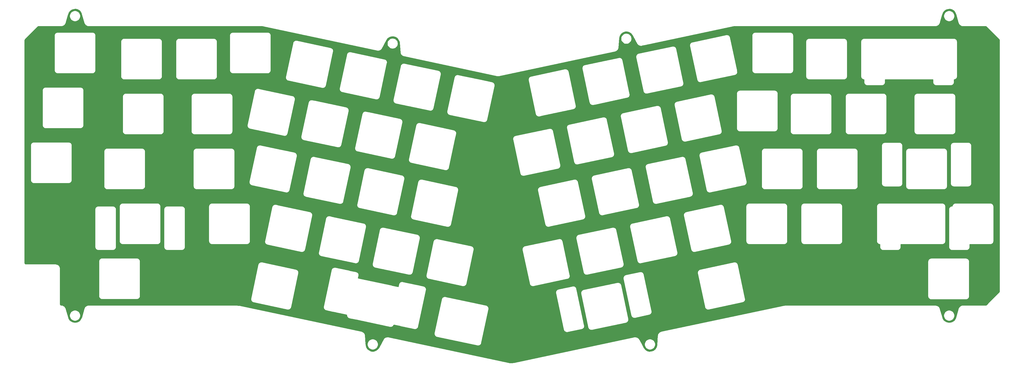
<source format=gbr>
%TF.GenerationSoftware,KiCad,Pcbnew,(5.1.10)-1*%
%TF.CreationDate,2021-06-21T21:11:59+07:00*%
%TF.ProjectId,FR4 Alice Plate Commision,46523420-416c-4696-9365-20506c617465,rev?*%
%TF.SameCoordinates,Original*%
%TF.FileFunction,Copper,L2,Bot*%
%TF.FilePolarity,Positive*%
%FSLAX46Y46*%
G04 Gerber Fmt 4.6, Leading zero omitted, Abs format (unit mm)*
G04 Created by KiCad (PCBNEW (5.1.10)-1) date 2021-06-21 21:11:59*
%MOMM*%
%LPD*%
G01*
G04 APERTURE LIST*
%TA.AperFunction,NonConductor*%
%ADD10C,0.254000*%
%TD*%
%TA.AperFunction,NonConductor*%
%ADD11C,0.100000*%
%TD*%
G04 APERTURE END LIST*
D10*
X312656450Y14059770D02*
X313086923Y13890548D01*
X313476329Y13640935D01*
X313809838Y13320438D01*
X314074742Y12941269D01*
X314271284Y12494379D01*
X314288271Y12439503D01*
X315205452Y9294877D01*
X315212125Y9278264D01*
X315245962Y9182874D01*
X315264702Y9142923D01*
X315281237Y9101998D01*
X315285347Y9094269D01*
X315378172Y8922592D01*
X315409922Y8875520D01*
X315441066Y8827927D01*
X315446599Y8821143D01*
X315571003Y8670765D01*
X315611327Y8630721D01*
X315651089Y8590118D01*
X315657828Y8584543D01*
X315657832Y8584539D01*
X315657834Y8584538D01*
X315809077Y8461187D01*
X315856405Y8429743D01*
X315903298Y8397635D01*
X315910999Y8393471D01*
X316083320Y8301846D01*
X316135836Y8280200D01*
X316188094Y8257803D01*
X316196452Y8255216D01*
X316196458Y8255214D01*
X316383293Y8198805D01*
X316439026Y8187770D01*
X316494624Y8175952D01*
X316503330Y8175037D01*
X316696377Y8156109D01*
X316727956Y8152999D01*
X324573878Y8152999D01*
X324676402Y8142947D01*
X324745530Y8122075D01*
X324809286Y8088176D01*
X324888324Y8023714D01*
X329260824Y3651213D01*
X329326210Y3571611D01*
X329360331Y3507976D01*
X329381444Y3438917D01*
X329391751Y3337446D01*
X329391750Y-83723116D01*
X329381696Y-83825656D01*
X329360827Y-83894777D01*
X329326925Y-83958537D01*
X329262468Y-84037569D01*
X324889969Y-88410069D01*
X324810363Y-88475458D01*
X324746724Y-88509581D01*
X324677668Y-88530694D01*
X324576206Y-88541000D01*
X316713956Y-88541000D01*
X316696135Y-88542755D01*
X316595093Y-88548528D01*
X316551495Y-88555332D01*
X316507571Y-88559747D01*
X316499000Y-88561528D01*
X316308198Y-88602571D01*
X316254084Y-88619882D01*
X316199710Y-88636444D01*
X316191648Y-88639856D01*
X316012453Y-88717177D01*
X315962727Y-88744672D01*
X315912610Y-88771477D01*
X315905373Y-88776386D01*
X315905365Y-88776390D01*
X315905359Y-88776395D01*
X315744600Y-88887045D01*
X315701159Y-88923677D01*
X315657203Y-88959707D01*
X315651050Y-88965933D01*
X315514840Y-89105708D01*
X315479349Y-89150071D01*
X315443226Y-89193955D01*
X315438399Y-89201258D01*
X315331932Y-89364827D01*
X315305742Y-89415223D01*
X315278820Y-89465305D01*
X315275506Y-89473403D01*
X315275503Y-89473408D01*
X315275501Y-89473413D01*
X315202835Y-89654539D01*
X315202833Y-89654544D01*
X315191452Y-89682878D01*
X314295419Y-92754996D01*
X314111719Y-93212880D01*
X313859395Y-93600535D01*
X313536579Y-93931796D01*
X313155566Y-94194049D01*
X312730877Y-94377299D01*
X312278677Y-94474571D01*
X311816198Y-94482158D01*
X311361052Y-94399770D01*
X310930580Y-94230549D01*
X310541170Y-93980935D01*
X310207665Y-93660441D01*
X309942757Y-93281267D01*
X309746216Y-92834379D01*
X309729234Y-92779518D01*
X309482642Y-91934060D01*
X310120884Y-91934060D01*
X310120884Y-92305938D01*
X310193433Y-92670669D01*
X310335744Y-93014239D01*
X310542348Y-93323444D01*
X310805305Y-93586401D01*
X311114510Y-93793005D01*
X311458080Y-93935316D01*
X311822811Y-94007865D01*
X312194689Y-94007865D01*
X312559420Y-93935316D01*
X312902990Y-93793005D01*
X313212195Y-93586401D01*
X313475152Y-93323444D01*
X313681756Y-93014239D01*
X313824067Y-92670669D01*
X313896616Y-92305938D01*
X313896616Y-91934060D01*
X313824067Y-91569329D01*
X313681756Y-91225759D01*
X313475152Y-90916554D01*
X313212195Y-90653597D01*
X312902990Y-90446993D01*
X312559420Y-90304682D01*
X312194689Y-90232133D01*
X311822811Y-90232133D01*
X311458080Y-90304682D01*
X311114510Y-90446993D01*
X310805305Y-90653597D01*
X310542348Y-90916554D01*
X310335744Y-91225759D01*
X310193433Y-91569329D01*
X310120884Y-91934060D01*
X309482642Y-91934060D01*
X308826047Y-89682878D01*
X308819380Y-89666280D01*
X308785539Y-89570877D01*
X308766800Y-89530927D01*
X308750263Y-89489998D01*
X308746153Y-89482268D01*
X308653328Y-89310592D01*
X308621555Y-89263486D01*
X308590432Y-89215925D01*
X308584899Y-89209141D01*
X308460495Y-89058763D01*
X308420206Y-89018754D01*
X308380412Y-88978119D01*
X308373666Y-88972539D01*
X308222424Y-88849189D01*
X308175115Y-88817757D01*
X308128201Y-88785634D01*
X308120505Y-88781474D01*
X308120501Y-88781471D01*
X308120497Y-88781469D01*
X307948178Y-88689846D01*
X307895685Y-88668210D01*
X307843406Y-88645803D01*
X307835049Y-88643217D01*
X307835042Y-88643214D01*
X307835035Y-88643213D01*
X307648207Y-88586806D01*
X307592496Y-88575775D01*
X307536875Y-88563952D01*
X307528169Y-88563037D01*
X307333935Y-88543992D01*
X307333931Y-88543992D01*
X307303543Y-88540999D01*
X255398399Y-88541001D01*
X255393507Y-88541483D01*
X255262291Y-88543544D01*
X255254134Y-88544401D01*
X255196813Y-88548008D01*
X254317062Y-88654470D01*
X254289395Y-88657561D01*
X212235467Y-97596399D01*
X212218420Y-97601815D01*
X212120763Y-97628476D01*
X212079519Y-97644201D01*
X212037490Y-97657647D01*
X212029476Y-97661171D01*
X211851377Y-97740987D01*
X211802045Y-97769171D01*
X211752302Y-97796676D01*
X211745125Y-97801690D01*
X211585922Y-97914579D01*
X211543008Y-97951804D01*
X211499551Y-97988450D01*
X211493485Y-97994762D01*
X211359241Y-98136423D01*
X211324381Y-98181266D01*
X211288860Y-98225667D01*
X211284136Y-98233037D01*
X211179964Y-98398076D01*
X211154472Y-98448849D01*
X211128262Y-98499284D01*
X211125059Y-98507431D01*
X211054926Y-98689561D01*
X211039777Y-98744332D01*
X211023865Y-98798890D01*
X211022306Y-98807504D01*
X210988885Y-98999787D01*
X210988884Y-98999802D01*
X210983644Y-99029871D01*
X210742204Y-102271019D01*
X210657721Y-102757081D01*
X210491507Y-103188727D01*
X210244616Y-103579871D01*
X209926455Y-103915609D01*
X209549148Y-104183151D01*
X209127054Y-104372315D01*
X208676256Y-104475892D01*
X208213930Y-104489934D01*
X207757675Y-104413909D01*
X207324882Y-104250714D01*
X206932029Y-104006563D01*
X206594080Y-103690755D01*
X206308920Y-103294497D01*
X206280879Y-103244322D01*
X205579409Y-101939379D01*
X206485616Y-101939379D01*
X206485616Y-102311257D01*
X206558165Y-102675988D01*
X206700476Y-103019558D01*
X206907080Y-103328763D01*
X207170037Y-103591720D01*
X207479242Y-103798324D01*
X207822812Y-103940635D01*
X208187543Y-104013184D01*
X208559421Y-104013184D01*
X208924152Y-103940635D01*
X209267722Y-103798324D01*
X209576927Y-103591720D01*
X209839884Y-103328763D01*
X210046488Y-103019558D01*
X210188799Y-102675988D01*
X210261348Y-102311257D01*
X210261348Y-101939379D01*
X210188799Y-101574648D01*
X210046488Y-101231078D01*
X209839884Y-100921873D01*
X209576927Y-100658916D01*
X209267722Y-100452312D01*
X208924152Y-100310001D01*
X208559421Y-100237452D01*
X208187543Y-100237452D01*
X207822812Y-100310001D01*
X207479242Y-100452312D01*
X207170037Y-100658916D01*
X206907080Y-100921873D01*
X206700476Y-101231078D01*
X206558165Y-101574648D01*
X206485616Y-101939379D01*
X205579409Y-101939379D01*
X204729949Y-100359134D01*
X204719975Y-100344282D01*
X204667037Y-100257999D01*
X204640400Y-100222817D01*
X204615719Y-100186226D01*
X204610091Y-100179520D01*
X204483602Y-100030894D01*
X204442740Y-99991434D01*
X204402398Y-99951373D01*
X204395581Y-99945893D01*
X204395577Y-99945889D01*
X204395573Y-99945886D01*
X204242624Y-99824660D01*
X204194858Y-99793877D01*
X204147524Y-99762429D01*
X204139766Y-99758373D01*
X203966184Y-99669164D01*
X203913372Y-99648254D01*
X203860804Y-99626587D01*
X203852414Y-99624118D01*
X203852408Y-99624116D01*
X203852402Y-99624115D01*
X203664800Y-99570321D01*
X203608948Y-99560070D01*
X203553160Y-99549024D01*
X203544443Y-99548231D01*
X203544441Y-99548231D01*
X203349961Y-99531900D01*
X203293152Y-99532693D01*
X203236310Y-99532693D01*
X203227615Y-99533608D01*
X203227604Y-99533608D01*
X203227594Y-99533610D01*
X203033654Y-99555364D01*
X203033647Y-99555365D01*
X203003306Y-99558755D01*
X161306515Y-108421682D01*
X160507277Y-108518401D01*
X159713421Y-108472627D01*
X159451181Y-108425443D01*
X117736692Y-99558756D01*
X117718934Y-99556772D01*
X117618863Y-99541405D01*
X117574784Y-99538994D01*
X117530921Y-99534183D01*
X117522167Y-99534143D01*
X117327001Y-99534619D01*
X117270496Y-99540298D01*
X117213836Y-99545196D01*
X117205247Y-99546857D01*
X117205245Y-99546857D01*
X117205243Y-99546858D01*
X117205241Y-99546858D01*
X117013886Y-99585234D01*
X116959557Y-99601782D01*
X116904939Y-99617588D01*
X116896830Y-99620887D01*
X116716572Y-99695699D01*
X116666449Y-99722507D01*
X116615982Y-99748599D01*
X116608678Y-99753405D01*
X116608667Y-99753411D01*
X116608658Y-99753418D01*
X116446375Y-99861810D01*
X116402449Y-99897813D01*
X116357973Y-99933242D01*
X116351733Y-99939382D01*
X116213585Y-100077240D01*
X116177460Y-100121125D01*
X116140742Y-100164483D01*
X116135822Y-100171707D01*
X116135814Y-100171717D01*
X116135809Y-100171727D01*
X116027630Y-100332956D01*
X116010049Y-100359134D01*
X114471192Y-103221865D01*
X114196309Y-103631549D01*
X113868902Y-103958270D01*
X113484262Y-104215178D01*
X113057054Y-104392480D01*
X112603541Y-104483429D01*
X112141002Y-104484558D01*
X111687054Y-104395824D01*
X111258981Y-104220606D01*
X110873097Y-103965581D01*
X110544097Y-103640460D01*
X110284512Y-103257626D01*
X110104230Y-102831668D01*
X110004899Y-102353687D01*
X109999690Y-102296446D01*
X109973092Y-101939379D01*
X110478651Y-101939379D01*
X110478651Y-102311257D01*
X110551200Y-102675988D01*
X110693511Y-103019558D01*
X110900115Y-103328763D01*
X111163072Y-103591720D01*
X111472277Y-103798324D01*
X111815847Y-103940635D01*
X112180578Y-104013184D01*
X112552456Y-104013184D01*
X112917187Y-103940635D01*
X113260757Y-103798324D01*
X113569962Y-103591720D01*
X113832919Y-103328763D01*
X114039523Y-103019558D01*
X114181834Y-102675988D01*
X114254383Y-102311257D01*
X114254383Y-101939379D01*
X114181834Y-101574648D01*
X114039523Y-101231078D01*
X113832919Y-100921873D01*
X113569962Y-100658916D01*
X113260757Y-100452312D01*
X112917187Y-100310001D01*
X112552456Y-100237452D01*
X112180578Y-100237452D01*
X111815847Y-100310001D01*
X111472277Y-100452312D01*
X111163072Y-100658916D01*
X110900115Y-100921873D01*
X110693511Y-101231078D01*
X110551200Y-101574648D01*
X110478651Y-101939379D01*
X109973092Y-101939379D01*
X109756356Y-99029871D01*
X109753282Y-99012232D01*
X109740020Y-98911899D01*
X109729997Y-98868930D01*
X109722330Y-98825448D01*
X109719917Y-98817033D01*
X109664813Y-98629807D01*
X109643536Y-98577146D01*
X109622975Y-98524136D01*
X109618973Y-98516350D01*
X109575494Y-98433182D01*
X133629198Y-98433182D01*
X133629405Y-98435645D01*
X133647093Y-98630007D01*
X133650103Y-98645784D01*
X133652885Y-98661565D01*
X133653566Y-98663940D01*
X133708669Y-98851165D01*
X133714676Y-98866032D01*
X133720480Y-98880997D01*
X133721610Y-98883195D01*
X133812030Y-99056151D01*
X133820801Y-99069554D01*
X133829410Y-99083120D01*
X133830945Y-99085057D01*
X133953236Y-99237156D01*
X133964452Y-99248610D01*
X133975524Y-99260237D01*
X133977406Y-99261838D01*
X134126912Y-99387288D01*
X134140126Y-99396336D01*
X134153257Y-99405599D01*
X134155414Y-99406804D01*
X134326440Y-99500826D01*
X134341181Y-99507145D01*
X134355840Y-99513671D01*
X134358187Y-99514434D01*
X134358193Y-99514436D01*
X134544221Y-99573447D01*
X134544228Y-99573449D01*
X134552439Y-99576057D01*
X148635204Y-102569442D01*
X148643277Y-102570344D01*
X148649380Y-102571686D01*
X148651836Y-102571961D01*
X148845933Y-102592361D01*
X148861913Y-102592472D01*
X148878013Y-102592810D01*
X148880476Y-102592603D01*
X149074837Y-102574915D01*
X149090602Y-102571908D01*
X149106396Y-102569123D01*
X149108765Y-102568443D01*
X149108769Y-102568442D01*
X149108773Y-102568440D01*
X149295997Y-102513337D01*
X149310838Y-102507341D01*
X149325828Y-102501527D01*
X149328021Y-102500399D01*
X149328026Y-102500397D01*
X149328030Y-102500394D01*
X149500981Y-102409978D01*
X149514408Y-102401192D01*
X149527950Y-102392598D01*
X149529887Y-102391063D01*
X149681988Y-102268771D01*
X149693477Y-102257520D01*
X149705068Y-102246483D01*
X149706664Y-102244607D01*
X149706669Y-102244602D01*
X149706673Y-102244597D01*
X149832119Y-102095095D01*
X149841167Y-102081881D01*
X149850430Y-102068750D01*
X149851635Y-102066593D01*
X149945657Y-101895567D01*
X149951976Y-101880826D01*
X149958502Y-101866167D01*
X149959266Y-101863816D01*
X150018278Y-101677786D01*
X150018281Y-101677772D01*
X150020887Y-101669569D01*
X152519442Y-89914795D01*
X152520344Y-89906722D01*
X152521686Y-89900619D01*
X152521961Y-89898163D01*
X152542361Y-89704066D01*
X152542472Y-89688086D01*
X152542810Y-89671986D01*
X152542603Y-89669523D01*
X152524915Y-89475161D01*
X152521904Y-89459377D01*
X152519123Y-89443604D01*
X152518442Y-89441229D01*
X152463337Y-89254002D01*
X152457346Y-89239173D01*
X152451527Y-89224171D01*
X152450397Y-89221974D01*
X152359978Y-89049018D01*
X152351207Y-89035615D01*
X152342598Y-89022049D01*
X152341063Y-89020113D01*
X152218771Y-88868011D01*
X152207536Y-88856539D01*
X152196483Y-88844931D01*
X152194601Y-88843330D01*
X152045095Y-88717880D01*
X152031881Y-88708832D01*
X152018750Y-88699569D01*
X152016593Y-88698364D01*
X151845568Y-88604342D01*
X151830852Y-88598035D01*
X151816167Y-88591497D01*
X151813817Y-88590733D01*
X151628552Y-88531964D01*
X151619568Y-88529110D01*
X137536802Y-85535727D01*
X137528731Y-85534825D01*
X137522627Y-85533483D01*
X137520171Y-85533208D01*
X137326075Y-85512808D01*
X137310055Y-85512696D01*
X137293994Y-85512360D01*
X137291531Y-85512567D01*
X137097169Y-85530256D01*
X137081455Y-85533254D01*
X137065612Y-85536047D01*
X137063236Y-85536728D01*
X136876012Y-85591831D01*
X136861145Y-85597838D01*
X136846180Y-85603642D01*
X136843982Y-85604772D01*
X136671025Y-85695192D01*
X136657598Y-85703978D01*
X136644056Y-85712572D01*
X136642120Y-85714107D01*
X136490020Y-85836399D01*
X136478546Y-85847635D01*
X136466941Y-85858687D01*
X136465339Y-85860569D01*
X136339889Y-86010073D01*
X136330818Y-86023321D01*
X136321578Y-86036419D01*
X136320376Y-86038572D01*
X136320373Y-86038576D01*
X136320373Y-86038577D01*
X136226351Y-86209603D01*
X136220038Y-86224332D01*
X136213506Y-86239003D01*
X136212742Y-86241353D01*
X136153730Y-86427384D01*
X136151120Y-86435600D01*
X133652566Y-98190375D01*
X133651664Y-98198446D01*
X133650322Y-98204550D01*
X133650047Y-98207006D01*
X133629647Y-98401102D01*
X133629536Y-98417082D01*
X133629198Y-98433182D01*
X109575494Y-98433182D01*
X109528554Y-98343394D01*
X109497437Y-98295842D01*
X109466987Y-98247861D01*
X109461550Y-98241000D01*
X109339257Y-98088899D01*
X109299531Y-98048332D01*
X109260306Y-98007142D01*
X109253639Y-98001468D01*
X109104133Y-97876018D01*
X109057245Y-97843913D01*
X109010808Y-97811156D01*
X109003166Y-97806885D01*
X109003165Y-97806884D01*
X109003161Y-97806882D01*
X108832141Y-97712863D01*
X108779914Y-97690478D01*
X108727993Y-97667362D01*
X108719667Y-97664656D01*
X108533636Y-97605644D01*
X108533631Y-97605643D01*
X108504532Y-97596398D01*
X66224781Y-88609561D01*
X66219885Y-88609014D01*
X66091120Y-88583751D01*
X66082974Y-88582895D01*
X66026144Y-88574503D01*
X65143351Y-88495716D01*
X65115778Y-88493000D01*
X13949205Y-88493000D01*
X13931384Y-88494755D01*
X13830342Y-88500528D01*
X13786744Y-88507332D01*
X13742820Y-88511747D01*
X13734249Y-88513528D01*
X13543447Y-88554571D01*
X13489333Y-88571882D01*
X13434959Y-88588444D01*
X13426897Y-88591856D01*
X13247702Y-88669177D01*
X13197976Y-88696672D01*
X13147859Y-88723477D01*
X13140622Y-88728386D01*
X13140614Y-88728390D01*
X13140608Y-88728395D01*
X12979849Y-88839045D01*
X12936408Y-88875677D01*
X12892452Y-88911707D01*
X12886299Y-88917933D01*
X12750089Y-89057708D01*
X12714598Y-89102071D01*
X12678475Y-89145955D01*
X12673648Y-89153258D01*
X12567181Y-89316827D01*
X12540991Y-89367223D01*
X12514069Y-89417305D01*
X12510755Y-89425403D01*
X12510752Y-89425408D01*
X12510750Y-89425413D01*
X12438084Y-89606539D01*
X12438082Y-89606544D01*
X12426701Y-89634878D01*
X11516669Y-92754993D01*
X11332969Y-93212879D01*
X11080644Y-93600534D01*
X10757827Y-93931797D01*
X10376818Y-94194048D01*
X9952124Y-94377299D01*
X9499926Y-94474570D01*
X9037447Y-94482157D01*
X8582299Y-94399769D01*
X8151831Y-94230548D01*
X7762420Y-93980934D01*
X7428913Y-93660438D01*
X7164009Y-93281269D01*
X6967466Y-92834377D01*
X6950484Y-92779517D01*
X6703893Y-91934060D01*
X7342134Y-91934060D01*
X7342134Y-92305938D01*
X7414683Y-92670669D01*
X7556994Y-93014239D01*
X7763598Y-93323444D01*
X8026555Y-93586401D01*
X8335760Y-93793005D01*
X8679330Y-93935316D01*
X9044061Y-94007865D01*
X9415939Y-94007865D01*
X9780670Y-93935316D01*
X10124240Y-93793005D01*
X10433445Y-93586401D01*
X10696402Y-93323444D01*
X10903006Y-93014239D01*
X11045317Y-92670669D01*
X11117866Y-92305938D01*
X11117866Y-91934060D01*
X11045317Y-91569329D01*
X10903006Y-91225759D01*
X10696402Y-90916554D01*
X10433445Y-90653597D01*
X10124240Y-90446993D01*
X9780670Y-90304682D01*
X9415939Y-90232133D01*
X9044061Y-90232133D01*
X8679330Y-90304682D01*
X8335760Y-90446993D01*
X8026555Y-90653597D01*
X7763598Y-90916554D01*
X7556994Y-91225759D01*
X7414683Y-91569329D01*
X7342134Y-91934060D01*
X6703893Y-91934060D01*
X6033297Y-89634878D01*
X6026633Y-89618288D01*
X5992792Y-89522881D01*
X5974047Y-89482919D01*
X5957513Y-89441996D01*
X5953403Y-89434266D01*
X5860577Y-89262589D01*
X5828810Y-89215493D01*
X5797684Y-89167927D01*
X5792151Y-89161143D01*
X5667748Y-89010765D01*
X5627441Y-88970738D01*
X5587663Y-88930119D01*
X5580918Y-88924539D01*
X5429675Y-88801188D01*
X5382332Y-88769734D01*
X5335452Y-88737634D01*
X5327752Y-88733470D01*
X5155430Y-88641845D01*
X5102928Y-88620205D01*
X5050657Y-88597802D01*
X5042298Y-88595215D01*
X5042292Y-88595213D01*
X4855458Y-88538805D01*
X4799747Y-88527774D01*
X4744126Y-88515951D01*
X4735420Y-88515036D01*
X4541186Y-88495991D01*
X4541162Y-88495991D01*
X4510794Y-88493000D01*
X4500671Y-88493000D01*
X4398131Y-88482946D01*
X4329006Y-88462076D01*
X4265248Y-88428175D01*
X4209292Y-88382538D01*
X4163261Y-88326897D01*
X4128918Y-88263381D01*
X4107564Y-88194396D01*
X4097000Y-88093893D01*
X4097000Y-75839206D01*
X4094352Y-75812323D01*
X4094395Y-75806190D01*
X4093541Y-75797478D01*
X4073140Y-75603381D01*
X4061717Y-75547731D01*
X4051065Y-75491894D01*
X4048535Y-75483514D01*
X3990823Y-75297076D01*
X3968808Y-75244703D01*
X3947513Y-75191998D01*
X3943403Y-75184268D01*
X3850578Y-75012592D01*
X3818805Y-74965486D01*
X3787682Y-74917925D01*
X3782149Y-74911141D01*
X3657745Y-74760763D01*
X3617456Y-74720754D01*
X3577662Y-74680119D01*
X3570916Y-74674539D01*
X3419674Y-74551189D01*
X3372365Y-74519757D01*
X3325451Y-74487634D01*
X3317755Y-74483474D01*
X3317751Y-74483471D01*
X3317747Y-74483469D01*
X3145428Y-74391846D01*
X3092935Y-74370210D01*
X3040656Y-74347803D01*
X3032299Y-74345217D01*
X3032292Y-74345214D01*
X3032285Y-74345213D01*
X2845457Y-74288806D01*
X2789746Y-74277775D01*
X2734125Y-74265952D01*
X2725419Y-74265037D01*
X2531185Y-74245992D01*
X2531172Y-74245992D01*
X2500794Y-74243000D01*
X-7749328Y-74243000D01*
X-7851868Y-74232946D01*
X-7920993Y-74212076D01*
X-7984751Y-74178175D01*
X-8040707Y-74132538D01*
X-8086738Y-74076897D01*
X-8121081Y-74013381D01*
X-8142435Y-73944396D01*
X-8152999Y-73843893D01*
X-8152999Y-73331309D01*
X17442999Y-73331309D01*
X17443001Y-85348692D01*
X17443796Y-85356763D01*
X17443752Y-85363024D01*
X17443994Y-85365483D01*
X17464395Y-85559580D01*
X17467616Y-85575270D01*
X17470626Y-85591053D01*
X17471341Y-85593418D01*
X17529053Y-85779856D01*
X17535276Y-85794660D01*
X17541279Y-85809519D01*
X17542439Y-85811701D01*
X17635264Y-85983378D01*
X17644203Y-85996630D01*
X17653019Y-86010103D01*
X17654581Y-86012017D01*
X17778985Y-86162395D01*
X17790382Y-86173712D01*
X17801593Y-86185161D01*
X17803497Y-86186736D01*
X17954739Y-86310086D01*
X17968076Y-86318947D01*
X17981338Y-86328028D01*
X17983512Y-86329203D01*
X18155834Y-86420828D01*
X18170668Y-86426942D01*
X18185411Y-86433261D01*
X18187771Y-86433992D01*
X18374608Y-86490401D01*
X18390339Y-86493516D01*
X18406036Y-86496852D01*
X18408494Y-86497110D01*
X18602574Y-86516140D01*
X18611307Y-86517000D01*
X30628692Y-86517000D01*
X30636773Y-86516204D01*
X30643024Y-86516248D01*
X30645483Y-86516006D01*
X30839580Y-86495605D01*
X30855270Y-86492384D01*
X30871053Y-86489374D01*
X30873418Y-86488659D01*
X30940114Y-86468013D01*
X70107189Y-86468013D01*
X70107396Y-86470476D01*
X70125084Y-86664837D01*
X70128091Y-86680602D01*
X70130876Y-86696396D01*
X70131558Y-86698771D01*
X70186662Y-86885997D01*
X70192658Y-86900838D01*
X70198472Y-86915828D01*
X70199600Y-86918021D01*
X70199602Y-86918026D01*
X70199605Y-86918030D01*
X70290021Y-87090981D01*
X70298807Y-87104408D01*
X70307401Y-87117950D01*
X70308936Y-87119887D01*
X70431228Y-87271988D01*
X70442479Y-87283477D01*
X70453516Y-87295068D01*
X70455392Y-87296664D01*
X70455397Y-87296669D01*
X70455402Y-87296673D01*
X70604904Y-87422119D01*
X70618118Y-87431167D01*
X70631249Y-87440430D01*
X70633406Y-87441635D01*
X70804432Y-87535657D01*
X70819173Y-87541976D01*
X70833832Y-87548502D01*
X70836179Y-87549265D01*
X70836185Y-87549267D01*
X71022213Y-87608278D01*
X71022227Y-87608281D01*
X71030430Y-87610887D01*
X82785204Y-90109442D01*
X82793277Y-90110344D01*
X82799380Y-90111686D01*
X82801836Y-90111961D01*
X82995933Y-90132361D01*
X83011913Y-90132472D01*
X83028013Y-90132810D01*
X83030476Y-90132603D01*
X83224837Y-90114915D01*
X83240602Y-90111908D01*
X83256396Y-90109123D01*
X83258765Y-90108443D01*
X83258769Y-90108442D01*
X83258773Y-90108440D01*
X83445997Y-90053337D01*
X83460838Y-90047341D01*
X83475828Y-90041527D01*
X83478021Y-90040399D01*
X83478026Y-90040397D01*
X83478030Y-90040394D01*
X83650981Y-89949978D01*
X83664408Y-89941192D01*
X83677950Y-89932598D01*
X83679887Y-89931063D01*
X83831988Y-89808771D01*
X83843477Y-89797520D01*
X83855068Y-89786483D01*
X83856664Y-89784607D01*
X83856669Y-89784602D01*
X83856673Y-89784597D01*
X83982119Y-89635095D01*
X83991167Y-89621881D01*
X84000430Y-89608750D01*
X84001635Y-89606593D01*
X84095657Y-89435567D01*
X84101976Y-89420826D01*
X84108502Y-89406167D01*
X84109266Y-89403816D01*
X84154149Y-89262325D01*
X95305461Y-89262325D01*
X95305668Y-89264788D01*
X95323356Y-89459149D01*
X95326363Y-89474914D01*
X95329148Y-89490708D01*
X95329830Y-89493083D01*
X95384934Y-89680309D01*
X95390930Y-89695150D01*
X95396744Y-89710140D01*
X95397872Y-89712333D01*
X95397874Y-89712338D01*
X95397877Y-89712342D01*
X95488293Y-89885293D01*
X95497079Y-89898720D01*
X95505673Y-89912262D01*
X95507208Y-89914199D01*
X95629500Y-90066300D01*
X95640751Y-90077789D01*
X95651788Y-90089380D01*
X95653664Y-90090976D01*
X95653669Y-90090981D01*
X95653674Y-90090985D01*
X95803176Y-90216431D01*
X95816390Y-90225479D01*
X95829521Y-90234742D01*
X95831678Y-90235947D01*
X96002704Y-90329969D01*
X96017445Y-90336288D01*
X96032104Y-90342814D01*
X96034451Y-90343577D01*
X96034457Y-90343579D01*
X96220485Y-90402590D01*
X96220508Y-90402595D01*
X96228702Y-90405198D01*
X98403097Y-90867381D01*
X98509732Y-90896792D01*
X98514732Y-90898380D01*
X103350189Y-91926188D01*
X103346198Y-91964157D01*
X103346087Y-91980138D01*
X103345749Y-91996238D01*
X103345957Y-91998700D01*
X103363645Y-92193063D01*
X103366651Y-92208820D01*
X103369437Y-92224620D01*
X103370118Y-92226995D01*
X103425221Y-92414220D01*
X103431237Y-92429109D01*
X103437033Y-92444052D01*
X103438162Y-92446250D01*
X103528582Y-92619206D01*
X103537374Y-92632641D01*
X103545962Y-92646174D01*
X103547497Y-92648111D01*
X103669788Y-92800210D01*
X103681004Y-92811664D01*
X103692076Y-92823291D01*
X103693958Y-92824892D01*
X103843464Y-92950342D01*
X103856678Y-92959390D01*
X103869809Y-92968653D01*
X103871966Y-92969858D01*
X104042992Y-93063880D01*
X104057733Y-93070199D01*
X104072392Y-93076725D01*
X104074739Y-93077488D01*
X104074745Y-93077490D01*
X104260773Y-93136501D01*
X104268989Y-93139111D01*
X106471898Y-93607354D01*
X106556368Y-93629597D01*
X106560430Y-93630887D01*
X118315204Y-96129442D01*
X118323277Y-96130344D01*
X118329380Y-96131686D01*
X118331836Y-96131961D01*
X118525933Y-96152361D01*
X118541913Y-96152472D01*
X118558013Y-96152810D01*
X118560476Y-96152603D01*
X118754837Y-96134915D01*
X118770602Y-96131908D01*
X118786396Y-96129123D01*
X118788765Y-96128443D01*
X118788769Y-96128442D01*
X118788773Y-96128440D01*
X118975997Y-96073337D01*
X118990838Y-96067341D01*
X119005828Y-96061527D01*
X119008021Y-96060399D01*
X119008026Y-96060397D01*
X119008030Y-96060394D01*
X119180981Y-95969978D01*
X119194408Y-95961192D01*
X119207950Y-95952598D01*
X119209887Y-95951063D01*
X119361988Y-95828771D01*
X119373477Y-95817520D01*
X119385068Y-95806483D01*
X119386664Y-95804607D01*
X119386669Y-95804602D01*
X119386673Y-95804597D01*
X119512119Y-95655095D01*
X119521167Y-95641881D01*
X119530430Y-95628750D01*
X119531635Y-95626593D01*
X119625657Y-95455567D01*
X119631976Y-95440826D01*
X119638502Y-95426167D01*
X119639266Y-95423816D01*
X119651911Y-95383955D01*
X121757349Y-95831481D01*
X121864008Y-95860898D01*
X121868984Y-95862479D01*
X126776725Y-96905653D01*
X126784798Y-96906555D01*
X126790901Y-96907897D01*
X126793357Y-96908172D01*
X126987454Y-96928572D01*
X127003434Y-96928683D01*
X127019534Y-96929021D01*
X127021997Y-96928814D01*
X127216358Y-96911126D01*
X127232123Y-96908119D01*
X127247917Y-96905334D01*
X127250286Y-96904654D01*
X127250290Y-96904653D01*
X127250294Y-96904651D01*
X127437518Y-96849548D01*
X127452359Y-96843552D01*
X127467349Y-96837738D01*
X127469542Y-96836610D01*
X127469547Y-96836608D01*
X127469551Y-96836605D01*
X127642502Y-96746189D01*
X127655929Y-96737403D01*
X127669471Y-96728809D01*
X127671408Y-96727274D01*
X127823509Y-96604982D01*
X127834998Y-96593731D01*
X127846589Y-96582694D01*
X127848185Y-96580818D01*
X127848190Y-96580813D01*
X127848194Y-96580808D01*
X127973640Y-96431306D01*
X127982688Y-96418092D01*
X127991951Y-96404961D01*
X127993156Y-96402804D01*
X128087178Y-96231778D01*
X128093497Y-96217037D01*
X128100023Y-96202378D01*
X128100787Y-96200027D01*
X128159799Y-96013997D01*
X128159802Y-96013983D01*
X128162408Y-96005780D01*
X130698204Y-84075799D01*
X175737930Y-84075799D01*
X175738154Y-84091851D01*
X175738154Y-84107883D01*
X175738412Y-84110340D01*
X175760055Y-84303287D01*
X175761124Y-84312857D01*
X178467590Y-97045780D01*
X178470050Y-97053525D01*
X178471306Y-97059643D01*
X178472053Y-97061999D01*
X178532363Y-97247611D01*
X178538776Y-97262290D01*
X178545002Y-97277101D01*
X178546193Y-97279266D01*
X178641407Y-97449631D01*
X178650565Y-97462808D01*
X178659533Y-97476104D01*
X178661121Y-97477997D01*
X178787611Y-97626623D01*
X178799165Y-97637780D01*
X178810535Y-97649072D01*
X178812461Y-97650620D01*
X178965412Y-97771847D01*
X178978893Y-97780535D01*
X178992258Y-97789415D01*
X178994448Y-97790560D01*
X179168031Y-97879769D01*
X179182929Y-97885668D01*
X179197780Y-97891789D01*
X179200146Y-97892485D01*
X179200152Y-97892487D01*
X179387756Y-97946281D01*
X179403518Y-97949174D01*
X179419272Y-97952294D01*
X179421731Y-97952517D01*
X179421733Y-97952517D01*
X179616214Y-97968848D01*
X179632266Y-97968624D01*
X179648298Y-97968624D01*
X179650755Y-97968366D01*
X179844705Y-97946611D01*
X179844711Y-97946610D01*
X179853273Y-97945653D01*
X184761015Y-96902480D01*
X184768757Y-96900020D01*
X184774878Y-96898764D01*
X184777234Y-96898017D01*
X184962846Y-96837707D01*
X184977550Y-96831283D01*
X184992335Y-96825068D01*
X184994501Y-96823878D01*
X185164866Y-96728664D01*
X185178017Y-96719524D01*
X185191340Y-96710538D01*
X185193232Y-96708949D01*
X185341859Y-96582458D01*
X185353000Y-96570921D01*
X185364307Y-96559535D01*
X185365855Y-96557609D01*
X185487081Y-96404659D01*
X185495765Y-96391184D01*
X185504649Y-96377812D01*
X185505794Y-96375622D01*
X185595004Y-96202038D01*
X185600900Y-96187146D01*
X185607023Y-96172291D01*
X185607720Y-96169920D01*
X185661515Y-95982315D01*
X185664408Y-95966553D01*
X185667528Y-95950799D01*
X185667751Y-95948338D01*
X185684082Y-95753856D01*
X185683858Y-95737804D01*
X185683858Y-95721772D01*
X185683600Y-95719315D01*
X185661845Y-95525366D01*
X185661844Y-95525361D01*
X185660887Y-95516797D01*
X183271950Y-84277735D01*
X184407362Y-84277735D01*
X184407586Y-84293787D01*
X184407586Y-84309819D01*
X184407844Y-84312276D01*
X184429599Y-84506226D01*
X184429600Y-84506232D01*
X184430557Y-84514794D01*
X186929111Y-96269569D01*
X186931571Y-96277311D01*
X186932827Y-96283432D01*
X186933574Y-96285788D01*
X186993884Y-96471400D01*
X187000297Y-96486079D01*
X187006523Y-96500890D01*
X187007714Y-96503055D01*
X187102928Y-96673420D01*
X187112086Y-96686597D01*
X187121054Y-96699893D01*
X187122642Y-96701786D01*
X187249132Y-96850412D01*
X187260686Y-96861569D01*
X187272056Y-96872861D01*
X187273982Y-96874409D01*
X187426933Y-96995636D01*
X187440414Y-97004324D01*
X187453779Y-97013204D01*
X187455969Y-97014349D01*
X187629552Y-97103558D01*
X187644450Y-97109457D01*
X187659301Y-97115578D01*
X187661667Y-97116274D01*
X187661673Y-97116276D01*
X187849277Y-97170070D01*
X187865039Y-97172963D01*
X187880793Y-97176083D01*
X187883252Y-97176306D01*
X187883254Y-97176306D01*
X188077735Y-97192637D01*
X188093787Y-97192413D01*
X188109819Y-97192413D01*
X188112276Y-97192155D01*
X188306226Y-97170400D01*
X188306232Y-97170399D01*
X188314794Y-97169442D01*
X200069569Y-94670888D01*
X200077311Y-94668428D01*
X200083432Y-94667172D01*
X200085788Y-94666425D01*
X200271400Y-94606115D01*
X200286079Y-94599702D01*
X200300890Y-94593476D01*
X200303055Y-94592285D01*
X200473420Y-94497071D01*
X200486597Y-94487913D01*
X200499893Y-94478945D01*
X200501786Y-94477357D01*
X200650412Y-94350867D01*
X200661569Y-94339313D01*
X200672861Y-94327943D01*
X200674409Y-94326017D01*
X200795636Y-94173066D01*
X200804324Y-94159585D01*
X200813204Y-94146220D01*
X200814349Y-94144030D01*
X200903558Y-93970447D01*
X200909457Y-93955549D01*
X200915578Y-93940698D01*
X200916275Y-93938328D01*
X200970070Y-93750722D01*
X200972963Y-93734960D01*
X200976083Y-93719206D01*
X200976306Y-93716745D01*
X200992637Y-93522264D01*
X200992413Y-93506212D01*
X200992413Y-93490180D01*
X200992155Y-93487723D01*
X200970400Y-93293773D01*
X200970399Y-93293768D01*
X200969442Y-93285204D01*
X198470887Y-81530430D01*
X198468431Y-81522698D01*
X198467172Y-81516566D01*
X198466425Y-81514211D01*
X198406115Y-81328598D01*
X198399696Y-81313906D01*
X198393476Y-81299109D01*
X198392285Y-81296943D01*
X198297071Y-81126579D01*
X198287928Y-81113424D01*
X198278945Y-81100106D01*
X198277357Y-81098213D01*
X198150867Y-80949587D01*
X198139330Y-80938446D01*
X198127943Y-80927138D01*
X198126017Y-80925590D01*
X197973066Y-80804363D01*
X197959567Y-80795664D01*
X197946219Y-80786795D01*
X197944029Y-80785650D01*
X197770447Y-80696440D01*
X197755516Y-80690529D01*
X197740698Y-80684421D01*
X197738335Y-80683726D01*
X197738329Y-80683724D01*
X197738323Y-80683723D01*
X197550722Y-80629929D01*
X197534991Y-80627042D01*
X197519205Y-80623916D01*
X197516746Y-80623693D01*
X197516744Y-80623693D01*
X197322264Y-80607362D01*
X197306212Y-80607586D01*
X197290180Y-80607586D01*
X197287723Y-80607844D01*
X197093773Y-80629599D01*
X197093768Y-80629600D01*
X197085204Y-80630557D01*
X185330430Y-83129112D01*
X185322698Y-83131568D01*
X185316566Y-83132827D01*
X185314211Y-83133574D01*
X185128598Y-83193884D01*
X185113906Y-83200303D01*
X185099109Y-83206523D01*
X185096943Y-83207714D01*
X184926579Y-83302928D01*
X184913424Y-83312071D01*
X184900106Y-83321054D01*
X184898213Y-83322642D01*
X184749587Y-83449132D01*
X184738446Y-83460669D01*
X184727138Y-83472056D01*
X184725590Y-83473982D01*
X184604363Y-83626933D01*
X184595664Y-83640432D01*
X184586795Y-83653780D01*
X184585650Y-83655970D01*
X184496440Y-83829552D01*
X184490536Y-83844465D01*
X184484421Y-83859301D01*
X184483726Y-83861664D01*
X184483724Y-83861670D01*
X184483724Y-83861672D01*
X184429929Y-84049277D01*
X184427042Y-84065008D01*
X184423916Y-84080794D01*
X184423693Y-84083255D01*
X184407362Y-84277735D01*
X183271950Y-84277735D01*
X182954420Y-82783875D01*
X182951964Y-82776143D01*
X182950705Y-82770011D01*
X182949958Y-82767656D01*
X182889648Y-82582043D01*
X182883218Y-82567326D01*
X182877009Y-82552555D01*
X182875819Y-82550389D01*
X182780606Y-82380024D01*
X182771451Y-82366852D01*
X182762479Y-82353551D01*
X182760890Y-82351658D01*
X182634399Y-82203032D01*
X182622899Y-82191926D01*
X182611476Y-82180583D01*
X182609550Y-82179035D01*
X182456600Y-82057809D01*
X182443101Y-82049110D01*
X182429753Y-82040241D01*
X182427563Y-82039096D01*
X182253979Y-81949886D01*
X182239074Y-81943985D01*
X182224231Y-81937867D01*
X182221861Y-81937170D01*
X182034256Y-81883375D01*
X182018519Y-81880487D01*
X182002739Y-81877362D01*
X182000282Y-81877139D01*
X182000278Y-81877139D01*
X181805797Y-81860808D01*
X181789745Y-81861032D01*
X181773713Y-81861032D01*
X181771256Y-81861290D01*
X181578573Y-81882903D01*
X181568738Y-81884002D01*
X176660997Y-82927176D01*
X176653265Y-82929632D01*
X176647133Y-82930891D01*
X176644778Y-82931638D01*
X176459165Y-82991948D01*
X176444448Y-82998378D01*
X176429677Y-83004587D01*
X176427511Y-83005777D01*
X176257146Y-83100990D01*
X176243974Y-83110145D01*
X176230673Y-83119117D01*
X176228780Y-83120706D01*
X176080154Y-83247197D01*
X176069048Y-83258697D01*
X176057705Y-83270120D01*
X176056157Y-83272046D01*
X175934931Y-83424996D01*
X175926232Y-83438495D01*
X175917363Y-83451843D01*
X175916218Y-83454033D01*
X175827008Y-83627617D01*
X175821107Y-83642522D01*
X175814989Y-83657365D01*
X175814292Y-83659735D01*
X175760497Y-83847340D01*
X175757609Y-83863077D01*
X175754484Y-83878857D01*
X175754261Y-83881318D01*
X175737930Y-84075799D01*
X130698204Y-84075799D01*
X130868875Y-83272858D01*
X130869777Y-83264785D01*
X130871119Y-83258682D01*
X130871394Y-83256226D01*
X130891794Y-83062129D01*
X130891905Y-83046149D01*
X130892243Y-83030049D01*
X130892036Y-83027586D01*
X130874348Y-82833224D01*
X130871337Y-82817440D01*
X130868556Y-82801667D01*
X130867875Y-82799292D01*
X130812770Y-82612065D01*
X130806779Y-82597236D01*
X130800960Y-82582234D01*
X130799830Y-82580037D01*
X130709411Y-82407081D01*
X130700640Y-82393678D01*
X130692031Y-82380112D01*
X130690496Y-82378176D01*
X130568204Y-82226074D01*
X130556969Y-82214602D01*
X130545916Y-82202994D01*
X130544034Y-82201393D01*
X130394528Y-82075943D01*
X130381314Y-82066895D01*
X130368183Y-82057632D01*
X130366026Y-82056427D01*
X130195001Y-81962405D01*
X130180285Y-81956098D01*
X130165600Y-81949560D01*
X130163250Y-81948796D01*
X129977219Y-81889784D01*
X129977205Y-81889781D01*
X129969002Y-81887175D01*
X127794609Y-81424994D01*
X127688005Y-81395592D01*
X127682971Y-81393993D01*
X122775229Y-80350821D01*
X122767158Y-80349919D01*
X122761054Y-80348577D01*
X122758598Y-80348302D01*
X122564502Y-80327902D01*
X122548482Y-80327790D01*
X122532421Y-80327454D01*
X122529958Y-80327661D01*
X122335596Y-80345350D01*
X122319882Y-80348348D01*
X122304039Y-80351141D01*
X122301663Y-80351822D01*
X122114439Y-80406925D01*
X122099551Y-80412940D01*
X122084606Y-80418737D01*
X122082409Y-80419866D01*
X121909453Y-80510286D01*
X121895994Y-80519093D01*
X121882485Y-80527666D01*
X121880548Y-80529201D01*
X121728448Y-80651492D01*
X121716976Y-80662727D01*
X121705368Y-80673780D01*
X121703767Y-80675662D01*
X121578317Y-80825168D01*
X121569269Y-80838382D01*
X121560006Y-80851513D01*
X121558801Y-80853670D01*
X121464779Y-81024695D01*
X121458472Y-81039411D01*
X121451934Y-81054096D01*
X121451170Y-81056446D01*
X121392727Y-81240683D01*
X121389547Y-81250694D01*
X121215150Y-82071167D01*
X119096664Y-81620870D01*
X119012185Y-81598625D01*
X119008128Y-81597336D01*
X107342663Y-79117764D01*
X107503696Y-78360165D01*
X130818325Y-78360165D01*
X130818532Y-78362628D01*
X130836220Y-78556990D01*
X130839230Y-78572767D01*
X130842012Y-78588548D01*
X130842693Y-78590923D01*
X130897796Y-78778148D01*
X130903803Y-78793015D01*
X130909607Y-78807980D01*
X130910737Y-78810178D01*
X131001157Y-78983134D01*
X131009928Y-78996537D01*
X131018537Y-79010103D01*
X131020072Y-79012040D01*
X131142363Y-79164139D01*
X131153579Y-79175593D01*
X131164651Y-79187220D01*
X131166533Y-79188821D01*
X131316039Y-79314271D01*
X131329253Y-79323319D01*
X131342384Y-79332582D01*
X131344541Y-79333787D01*
X131515567Y-79427809D01*
X131530308Y-79434128D01*
X131544967Y-79440654D01*
X131547314Y-79441417D01*
X131547320Y-79441419D01*
X131733348Y-79500430D01*
X131733352Y-79500431D01*
X131741565Y-79503040D01*
X143496340Y-82001595D01*
X143504413Y-82002497D01*
X143510516Y-82003839D01*
X143512972Y-82004114D01*
X143707068Y-82024514D01*
X143723049Y-82024625D01*
X143739149Y-82024963D01*
X143741611Y-82024755D01*
X143935974Y-82007067D01*
X143951731Y-82004061D01*
X143967531Y-82001275D01*
X143969906Y-82000594D01*
X144157131Y-81945491D01*
X144171998Y-81939484D01*
X144186963Y-81933680D01*
X144189161Y-81932550D01*
X144362117Y-81842130D01*
X144375512Y-81833365D01*
X144389087Y-81824750D01*
X144391023Y-81823215D01*
X144543123Y-81700923D01*
X144554577Y-81689706D01*
X144566202Y-81678636D01*
X144567804Y-81676754D01*
X144693254Y-81527249D01*
X144702338Y-81513982D01*
X144711565Y-81500902D01*
X144712767Y-81498750D01*
X144712770Y-81498746D01*
X144712772Y-81498741D01*
X144806793Y-81327719D01*
X144813120Y-81312958D01*
X144819637Y-81298319D01*
X144820401Y-81295968D01*
X144879413Y-81109938D01*
X144879415Y-81109927D01*
X144882022Y-81101722D01*
X147380577Y-69346948D01*
X147381479Y-69338875D01*
X147382821Y-69332772D01*
X147383096Y-69330316D01*
X147403496Y-69136220D01*
X147403607Y-69120240D01*
X147403824Y-69109888D01*
X164106227Y-69109888D01*
X164106451Y-69125940D01*
X164106451Y-69141972D01*
X164106709Y-69144429D01*
X164128386Y-69337679D01*
X164129422Y-69346947D01*
X166627976Y-81101722D01*
X166630436Y-81109464D01*
X166631692Y-81115585D01*
X166632439Y-81117941D01*
X166692749Y-81303553D01*
X166699162Y-81318232D01*
X166705388Y-81333043D01*
X166706579Y-81335208D01*
X166801793Y-81505573D01*
X166810951Y-81518750D01*
X166819919Y-81532046D01*
X166821507Y-81533939D01*
X166947997Y-81682565D01*
X166959551Y-81693722D01*
X166970921Y-81705014D01*
X166972847Y-81706562D01*
X167125798Y-81827789D01*
X167139279Y-81836477D01*
X167152644Y-81845357D01*
X167154834Y-81846502D01*
X167328417Y-81935711D01*
X167343315Y-81941610D01*
X167358166Y-81947731D01*
X167360532Y-81948427D01*
X167360538Y-81948429D01*
X167548142Y-82002223D01*
X167563904Y-82005116D01*
X167579658Y-82008236D01*
X167582117Y-82008459D01*
X167582119Y-82008459D01*
X167776600Y-82024790D01*
X167792652Y-82024566D01*
X167808684Y-82024566D01*
X167811141Y-82024308D01*
X168005091Y-82002553D01*
X168005098Y-82002552D01*
X168013658Y-82001595D01*
X179768434Y-79503041D01*
X179776176Y-79500581D01*
X179782297Y-79499325D01*
X179784653Y-79498578D01*
X179970265Y-79438268D01*
X179984944Y-79431855D01*
X179999755Y-79425629D01*
X180001920Y-79424438D01*
X180172285Y-79329224D01*
X180185462Y-79320066D01*
X180198758Y-79311098D01*
X180200651Y-79309510D01*
X180349277Y-79183020D01*
X180360434Y-79171466D01*
X180371726Y-79160096D01*
X180373274Y-79158170D01*
X180410106Y-79111699D01*
X199092181Y-79111699D01*
X199092405Y-79127751D01*
X199092405Y-79143783D01*
X199092663Y-79146240D01*
X199114418Y-79340190D01*
X199114419Y-79340196D01*
X199115376Y-79348758D01*
X201821841Y-92081680D01*
X201824303Y-92089431D01*
X201825558Y-92095543D01*
X201826305Y-92097899D01*
X201886615Y-92283511D01*
X201893039Y-92298215D01*
X201899254Y-92313000D01*
X201900444Y-92315166D01*
X201995658Y-92485531D01*
X202004798Y-92498682D01*
X202013784Y-92512005D01*
X202015373Y-92513897D01*
X202141864Y-92662524D01*
X202153421Y-92673684D01*
X202164787Y-92684971D01*
X202166713Y-92686520D01*
X202319663Y-92807747D01*
X202333153Y-92816441D01*
X202346510Y-92825315D01*
X202348700Y-92826460D01*
X202522284Y-92915670D01*
X202537193Y-92921573D01*
X202552031Y-92927689D01*
X202554401Y-92928386D01*
X202742007Y-92982182D01*
X202757769Y-92985075D01*
X202773523Y-92988195D01*
X202775982Y-92988418D01*
X202775984Y-92988418D01*
X202970465Y-93004749D01*
X202986517Y-93004525D01*
X203002549Y-93004525D01*
X203005006Y-93004267D01*
X203198956Y-92982512D01*
X203198971Y-92982509D01*
X203207525Y-92981553D01*
X208115267Y-91938381D01*
X208123009Y-91935921D01*
X208129130Y-91934665D01*
X208131486Y-91933918D01*
X208317098Y-91873608D01*
X208331777Y-91867195D01*
X208346588Y-91860969D01*
X208348753Y-91859778D01*
X208519118Y-91764564D01*
X208532295Y-91755406D01*
X208545591Y-91746438D01*
X208547484Y-91744850D01*
X208696110Y-91618360D01*
X208707267Y-91606806D01*
X208718559Y-91595436D01*
X208720107Y-91593510D01*
X208841334Y-91440559D01*
X208850022Y-91427078D01*
X208858902Y-91413713D01*
X208860047Y-91411523D01*
X208949256Y-91237940D01*
X208955155Y-91223042D01*
X208961276Y-91208191D01*
X208961973Y-91205821D01*
X209015768Y-91018215D01*
X209018661Y-91002453D01*
X209021781Y-90986699D01*
X209022004Y-90984238D01*
X209038335Y-90789757D01*
X209038111Y-90773705D01*
X209038111Y-90757673D01*
X209037853Y-90755216D01*
X209016098Y-90561266D01*
X209016097Y-90561260D01*
X209015140Y-90552698D01*
X206308673Y-77819776D01*
X206306217Y-77812044D01*
X206304958Y-77805912D01*
X206304211Y-77803557D01*
X206243901Y-77617944D01*
X206237471Y-77603227D01*
X206231262Y-77588456D01*
X206230072Y-77586290D01*
X206134859Y-77415925D01*
X206125704Y-77402753D01*
X206116732Y-77389452D01*
X206115143Y-77387559D01*
X205988652Y-77238933D01*
X205977132Y-77227808D01*
X205966988Y-77217735D01*
X224817362Y-77217735D01*
X224817586Y-77233787D01*
X224817586Y-77249819D01*
X224817844Y-77252276D01*
X224839599Y-77446226D01*
X224839600Y-77446232D01*
X224840557Y-77454794D01*
X227339111Y-89209569D01*
X227341571Y-89217311D01*
X227342827Y-89223432D01*
X227343574Y-89225788D01*
X227403884Y-89411400D01*
X227410297Y-89426079D01*
X227416523Y-89440890D01*
X227417714Y-89443055D01*
X227512928Y-89613420D01*
X227522086Y-89626597D01*
X227531054Y-89639893D01*
X227532642Y-89641786D01*
X227659132Y-89790412D01*
X227670686Y-89801569D01*
X227682056Y-89812861D01*
X227683982Y-89814409D01*
X227836933Y-89935636D01*
X227850408Y-89944320D01*
X227863779Y-89953204D01*
X227865969Y-89954349D01*
X228039552Y-90043558D01*
X228054450Y-90049457D01*
X228069301Y-90055578D01*
X228071667Y-90056274D01*
X228071673Y-90056276D01*
X228259277Y-90110070D01*
X228275039Y-90112963D01*
X228290793Y-90116083D01*
X228293252Y-90116306D01*
X228293254Y-90116306D01*
X228487735Y-90132637D01*
X228503787Y-90132413D01*
X228519819Y-90132413D01*
X228522276Y-90132155D01*
X228716226Y-90110400D01*
X228716232Y-90110399D01*
X228724794Y-90109442D01*
X240479569Y-87610888D01*
X240487311Y-87608428D01*
X240493432Y-87607172D01*
X240495788Y-87606425D01*
X240681400Y-87546115D01*
X240696079Y-87539702D01*
X240710890Y-87533476D01*
X240713055Y-87532285D01*
X240883420Y-87437071D01*
X240896597Y-87427913D01*
X240909893Y-87418945D01*
X240911786Y-87417357D01*
X241060412Y-87290867D01*
X241071569Y-87279313D01*
X241082861Y-87267943D01*
X241084409Y-87266017D01*
X241205636Y-87113066D01*
X241214324Y-87099585D01*
X241223204Y-87086220D01*
X241224349Y-87084030D01*
X241313558Y-86910447D01*
X241319457Y-86895549D01*
X241325578Y-86880698D01*
X241326275Y-86878328D01*
X241380070Y-86690722D01*
X241382963Y-86674960D01*
X241386083Y-86659206D01*
X241386306Y-86656745D01*
X241402637Y-86462264D01*
X241402413Y-86446212D01*
X241402413Y-86430180D01*
X241402155Y-86427723D01*
X241380400Y-86233773D01*
X241380399Y-86233768D01*
X241379442Y-86225204D01*
X241203337Y-85396691D01*
X304618600Y-85396691D01*
X304619396Y-85404772D01*
X304619352Y-85411024D01*
X304619594Y-85413483D01*
X304639995Y-85607580D01*
X304643216Y-85623270D01*
X304646226Y-85639053D01*
X304646941Y-85641418D01*
X304704653Y-85827856D01*
X304710876Y-85842660D01*
X304716879Y-85857519D01*
X304718039Y-85859701D01*
X304810864Y-86031378D01*
X304819803Y-86044630D01*
X304828619Y-86058103D01*
X304830181Y-86060017D01*
X304954585Y-86210395D01*
X304965982Y-86221712D01*
X304977193Y-86233161D01*
X304979097Y-86234736D01*
X305130339Y-86358086D01*
X305143676Y-86366947D01*
X305156938Y-86376028D01*
X305159112Y-86377203D01*
X305331434Y-86468828D01*
X305346268Y-86474942D01*
X305361011Y-86481261D01*
X305363371Y-86481992D01*
X305550208Y-86538401D01*
X305565939Y-86541516D01*
X305581636Y-86544852D01*
X305584094Y-86545110D01*
X305778327Y-86564155D01*
X305786908Y-86565000D01*
X317804292Y-86565000D01*
X317812373Y-86564204D01*
X317818624Y-86564248D01*
X317821083Y-86564006D01*
X318015180Y-86543605D01*
X318030870Y-86540384D01*
X318046653Y-86537374D01*
X318049018Y-86536659D01*
X318235456Y-86478947D01*
X318250235Y-86472735D01*
X318265120Y-86466721D01*
X318267302Y-86465561D01*
X318438979Y-86372734D01*
X318452269Y-86363770D01*
X318465702Y-86354980D01*
X318467617Y-86353418D01*
X318617995Y-86229015D01*
X318629312Y-86217619D01*
X318640761Y-86206407D01*
X318642331Y-86204509D01*
X318642336Y-86204504D01*
X318642340Y-86204499D01*
X318765687Y-86053261D01*
X318774560Y-86039905D01*
X318783629Y-86026661D01*
X318784804Y-86024488D01*
X318876429Y-85852166D01*
X318882543Y-85837332D01*
X318888862Y-85822589D01*
X318889593Y-85820229D01*
X318946002Y-85633392D01*
X318949117Y-85617661D01*
X318952453Y-85601964D01*
X318952711Y-85599506D01*
X318971756Y-85405272D01*
X318971756Y-85405263D01*
X318972600Y-85396692D01*
X318972600Y-73379308D01*
X318971804Y-73371227D01*
X318971848Y-73364976D01*
X318971606Y-73362517D01*
X318951205Y-73168420D01*
X318947974Y-73152678D01*
X318944974Y-73136947D01*
X318944259Y-73134582D01*
X318886547Y-72948144D01*
X318880335Y-72933365D01*
X318874321Y-72918480D01*
X318873161Y-72916299D01*
X318780336Y-72744622D01*
X318771364Y-72731321D01*
X318762580Y-72717897D01*
X318761018Y-72715982D01*
X318636615Y-72565605D01*
X318625218Y-72554288D01*
X318614007Y-72542839D01*
X318612103Y-72541264D01*
X318460861Y-72417914D01*
X318447524Y-72409053D01*
X318434262Y-72399972D01*
X318432089Y-72398797D01*
X318259766Y-72307172D01*
X318244932Y-72301058D01*
X318230189Y-72294739D01*
X318227829Y-72294008D01*
X318040993Y-72237599D01*
X318025239Y-72234480D01*
X318009563Y-72231148D01*
X318007108Y-72230890D01*
X318007106Y-72230890D01*
X317813025Y-72211860D01*
X317804292Y-72211000D01*
X305786908Y-72211000D01*
X305778827Y-72211796D01*
X305772576Y-72211752D01*
X305770117Y-72211994D01*
X305576020Y-72232395D01*
X305560330Y-72235616D01*
X305544547Y-72238626D01*
X305542182Y-72239341D01*
X305355744Y-72297053D01*
X305340965Y-72303265D01*
X305326080Y-72309279D01*
X305323899Y-72310439D01*
X305152222Y-72403264D01*
X305138921Y-72412236D01*
X305125497Y-72421020D01*
X305123582Y-72422582D01*
X304973205Y-72546985D01*
X304961888Y-72558382D01*
X304950439Y-72569593D01*
X304948864Y-72571497D01*
X304825514Y-72722739D01*
X304816653Y-72736076D01*
X304807572Y-72749338D01*
X304806397Y-72751511D01*
X304714772Y-72923834D01*
X304708658Y-72938668D01*
X304702339Y-72953411D01*
X304701608Y-72955771D01*
X304645199Y-73142607D01*
X304642080Y-73158361D01*
X304638748Y-73174037D01*
X304638490Y-73176494D01*
X304619445Y-73370728D01*
X304619445Y-73370737D01*
X304618601Y-73379308D01*
X304618600Y-85396691D01*
X241203337Y-85396691D01*
X238880887Y-74470430D01*
X238878431Y-74462698D01*
X238877172Y-74456566D01*
X238876425Y-74454211D01*
X238816115Y-74268598D01*
X238809696Y-74253906D01*
X238803476Y-74239109D01*
X238802285Y-74236943D01*
X238707071Y-74066579D01*
X238697928Y-74053424D01*
X238688945Y-74040106D01*
X238687357Y-74038213D01*
X238560867Y-73889587D01*
X238549330Y-73878446D01*
X238537943Y-73867138D01*
X238536017Y-73865590D01*
X238383066Y-73744363D01*
X238369567Y-73735664D01*
X238356219Y-73726795D01*
X238354029Y-73725650D01*
X238180447Y-73636440D01*
X238165516Y-73630529D01*
X238150698Y-73624421D01*
X238148335Y-73623726D01*
X238148329Y-73623724D01*
X238148323Y-73623723D01*
X237960722Y-73569929D01*
X237944991Y-73567042D01*
X237929205Y-73563916D01*
X237926746Y-73563693D01*
X237926744Y-73563693D01*
X237732264Y-73547362D01*
X237716212Y-73547586D01*
X237700180Y-73547586D01*
X237697723Y-73547844D01*
X237503773Y-73569599D01*
X237503768Y-73569600D01*
X237495204Y-73570557D01*
X225740430Y-76069112D01*
X225732698Y-76071568D01*
X225726566Y-76072827D01*
X225724211Y-76073574D01*
X225538598Y-76133884D01*
X225523906Y-76140303D01*
X225509109Y-76146523D01*
X225506943Y-76147714D01*
X225336579Y-76242928D01*
X225323424Y-76252071D01*
X225310106Y-76261054D01*
X225308213Y-76262642D01*
X225159587Y-76389132D01*
X225148446Y-76400669D01*
X225137138Y-76412056D01*
X225135590Y-76413982D01*
X225014363Y-76566933D01*
X225005664Y-76580432D01*
X224996795Y-76593780D01*
X224995650Y-76595970D01*
X224906440Y-76769552D01*
X224900529Y-76784483D01*
X224894421Y-76799301D01*
X224893726Y-76801664D01*
X224893724Y-76801670D01*
X224893724Y-76801672D01*
X224839929Y-76989277D01*
X224837042Y-77005008D01*
X224833916Y-77020794D01*
X224833693Y-77023255D01*
X224817362Y-77217735D01*
X205966988Y-77217735D01*
X205965729Y-77216485D01*
X205963803Y-77214937D01*
X205810853Y-77093709D01*
X205797363Y-77085015D01*
X205784006Y-77076141D01*
X205781816Y-77074996D01*
X205608232Y-76985786D01*
X205593337Y-76979889D01*
X205578486Y-76973767D01*
X205576115Y-76973070D01*
X205388510Y-76919274D01*
X205372765Y-76916384D01*
X205356992Y-76913261D01*
X205354535Y-76913038D01*
X205354531Y-76913038D01*
X205160051Y-76896707D01*
X205143999Y-76896931D01*
X205127967Y-76896931D01*
X205125510Y-76897189D01*
X204931560Y-76918944D01*
X204931547Y-76918947D01*
X204922990Y-76919903D01*
X200015249Y-77963076D01*
X200007517Y-77965532D01*
X200001385Y-77966791D01*
X199999030Y-77967538D01*
X199813417Y-78027848D01*
X199798725Y-78034267D01*
X199783928Y-78040487D01*
X199781762Y-78041678D01*
X199611398Y-78136892D01*
X199598243Y-78146035D01*
X199584925Y-78155018D01*
X199583032Y-78156606D01*
X199434406Y-78283096D01*
X199423265Y-78294633D01*
X199411957Y-78306020D01*
X199410409Y-78307946D01*
X199289182Y-78460897D01*
X199280483Y-78474396D01*
X199271614Y-78487744D01*
X199270469Y-78489934D01*
X199181259Y-78663516D01*
X199175348Y-78678447D01*
X199169240Y-78693265D01*
X199168545Y-78695628D01*
X199168543Y-78695634D01*
X199168543Y-78695636D01*
X199114748Y-78883241D01*
X199111861Y-78898972D01*
X199108735Y-78914758D01*
X199108512Y-78917219D01*
X199092181Y-79111699D01*
X180410106Y-79111699D01*
X180494501Y-79005219D01*
X180503189Y-78991738D01*
X180512069Y-78978373D01*
X180513214Y-78976183D01*
X180602423Y-78802600D01*
X180608322Y-78787702D01*
X180614443Y-78772851D01*
X180615140Y-78770481D01*
X180668935Y-78582875D01*
X180671828Y-78567113D01*
X180674948Y-78551359D01*
X180675171Y-78548898D01*
X180691502Y-78354417D01*
X180691278Y-78338365D01*
X180691278Y-78322333D01*
X180691020Y-78319876D01*
X180669265Y-78125926D01*
X180669262Y-78125911D01*
X180668306Y-78117357D01*
X178169751Y-66362583D01*
X178167295Y-66354851D01*
X178166036Y-66348719D01*
X178165289Y-66346364D01*
X178104979Y-66160751D01*
X178098549Y-66146034D01*
X178092340Y-66131263D01*
X178091150Y-66129097D01*
X177995937Y-65958732D01*
X177986782Y-65945560D01*
X177977810Y-65932259D01*
X177976221Y-65930366D01*
X177849730Y-65781740D01*
X177838230Y-65770634D01*
X177826807Y-65759291D01*
X177824881Y-65757743D01*
X177671931Y-65636517D01*
X177658432Y-65627818D01*
X177645084Y-65618949D01*
X177642894Y-65617804D01*
X177469310Y-65528594D01*
X177454405Y-65522693D01*
X177439562Y-65516575D01*
X177437192Y-65515878D01*
X177249587Y-65462083D01*
X177233850Y-65459195D01*
X177218070Y-65456070D01*
X177215613Y-65455847D01*
X177215609Y-65455847D01*
X177021128Y-65439516D01*
X177005076Y-65439740D01*
X176989044Y-65439740D01*
X176986587Y-65439998D01*
X176793904Y-65461611D01*
X176784069Y-65462710D01*
X165029295Y-67961266D01*
X165021563Y-67963722D01*
X165015431Y-67964981D01*
X165013076Y-67965728D01*
X164827463Y-68026038D01*
X164812746Y-68032468D01*
X164797975Y-68038677D01*
X164795809Y-68039867D01*
X164625444Y-68135080D01*
X164612272Y-68144235D01*
X164598971Y-68153207D01*
X164597078Y-68154796D01*
X164448452Y-68281287D01*
X164437327Y-68292807D01*
X164426004Y-68304210D01*
X164424456Y-68306136D01*
X164303228Y-68459086D01*
X164294534Y-68472576D01*
X164285660Y-68485933D01*
X164284515Y-68488123D01*
X164195305Y-68661705D01*
X164189394Y-68676636D01*
X164183286Y-68691454D01*
X164182589Y-68693824D01*
X164128794Y-68881429D01*
X164125906Y-68897166D01*
X164122781Y-68912946D01*
X164122558Y-68915407D01*
X164106227Y-69109888D01*
X147403824Y-69109888D01*
X147403945Y-69104140D01*
X147403738Y-69101677D01*
X147386050Y-68907314D01*
X147383039Y-68891530D01*
X147380258Y-68875757D01*
X147379577Y-68873381D01*
X147324474Y-68686157D01*
X147318467Y-68671290D01*
X147312663Y-68656325D01*
X147311533Y-68654127D01*
X147221113Y-68481170D01*
X147212306Y-68467711D01*
X147203733Y-68454202D01*
X147202198Y-68452265D01*
X147079907Y-68300165D01*
X147068672Y-68288693D01*
X147057619Y-68277085D01*
X147055737Y-68275484D01*
X146906231Y-68150034D01*
X146893017Y-68140986D01*
X146879886Y-68131723D01*
X146877729Y-68130518D01*
X146706704Y-68036496D01*
X146691988Y-68030189D01*
X146677303Y-68023651D01*
X146674953Y-68022887D01*
X146488922Y-67963875D01*
X146488915Y-67963873D01*
X146480704Y-67961265D01*
X134725929Y-65462710D01*
X134717858Y-65461808D01*
X134711754Y-65460466D01*
X134709298Y-65460191D01*
X134515201Y-65439791D01*
X134499221Y-65439680D01*
X134483121Y-65439342D01*
X134480658Y-65439549D01*
X134286296Y-65457237D01*
X134270512Y-65460248D01*
X134254739Y-65463029D01*
X134252364Y-65463710D01*
X134065137Y-65518815D01*
X134050308Y-65524806D01*
X134035306Y-65530625D01*
X134033109Y-65531755D01*
X133860153Y-65622174D01*
X133846750Y-65630945D01*
X133833184Y-65639554D01*
X133831248Y-65641089D01*
X133679146Y-65763381D01*
X133667674Y-65774616D01*
X133656066Y-65785669D01*
X133654465Y-65787551D01*
X133529015Y-65937057D01*
X133519967Y-65950271D01*
X133510704Y-65963402D01*
X133509499Y-65965559D01*
X133415477Y-66136584D01*
X133409170Y-66151300D01*
X133402632Y-66165985D01*
X133401868Y-66168335D01*
X133342856Y-66354366D01*
X133342853Y-66354380D01*
X133340247Y-66362583D01*
X130841693Y-78117358D01*
X130840791Y-78125429D01*
X130839449Y-78131533D01*
X130839174Y-78133989D01*
X130818774Y-78328085D01*
X130818663Y-78344065D01*
X130818325Y-78360165D01*
X107503696Y-78360165D01*
X107514623Y-78308759D01*
X107515525Y-78300686D01*
X107516867Y-78294583D01*
X107517142Y-78292127D01*
X107537542Y-78098030D01*
X107537653Y-78082050D01*
X107537991Y-78065950D01*
X107537784Y-78063487D01*
X107520096Y-77869125D01*
X107517085Y-77853341D01*
X107514304Y-77837568D01*
X107513623Y-77835193D01*
X107458518Y-77647966D01*
X107452527Y-77633137D01*
X107446708Y-77618135D01*
X107445578Y-77615938D01*
X107355159Y-77442982D01*
X107346388Y-77429579D01*
X107337779Y-77416013D01*
X107336244Y-77414077D01*
X107213952Y-77261975D01*
X107202717Y-77250503D01*
X107191664Y-77238895D01*
X107189782Y-77237294D01*
X107040276Y-77111844D01*
X107027062Y-77102796D01*
X107013931Y-77093533D01*
X107011774Y-77092328D01*
X106840749Y-76998306D01*
X106826033Y-76991999D01*
X106811348Y-76985461D01*
X106808998Y-76984697D01*
X106622967Y-76925685D01*
X106622963Y-76925684D01*
X106614750Y-76923075D01*
X104440356Y-76460894D01*
X104333736Y-76431488D01*
X104328719Y-76429894D01*
X99420977Y-75386721D01*
X99412906Y-75385819D01*
X99406802Y-75384477D01*
X99404346Y-75384202D01*
X99210250Y-75363802D01*
X99194230Y-75363690D01*
X99178169Y-75363354D01*
X99175706Y-75363561D01*
X98981344Y-75381250D01*
X98965630Y-75384248D01*
X98949787Y-75387041D01*
X98947411Y-75387722D01*
X98760187Y-75442825D01*
X98745320Y-75448832D01*
X98730355Y-75454636D01*
X98728157Y-75455766D01*
X98555200Y-75546186D01*
X98541773Y-75554972D01*
X98528231Y-75563566D01*
X98526295Y-75565101D01*
X98374195Y-75687393D01*
X98362721Y-75698629D01*
X98351116Y-75709681D01*
X98349514Y-75711563D01*
X98224064Y-75861067D01*
X98214993Y-75874315D01*
X98205753Y-75887413D01*
X98204551Y-75889566D01*
X98204548Y-75889570D01*
X98204548Y-75889571D01*
X98110526Y-76060597D01*
X98104213Y-76075326D01*
X98097681Y-76089997D01*
X98096917Y-76092347D01*
X98038211Y-76277414D01*
X98035295Y-76286594D01*
X95328829Y-89019517D01*
X95327927Y-89027588D01*
X95326585Y-89033692D01*
X95326310Y-89036148D01*
X95305910Y-89230245D01*
X95305799Y-89246225D01*
X95305461Y-89262325D01*
X84154149Y-89262325D01*
X84168278Y-89217786D01*
X84168281Y-89217772D01*
X84170887Y-89209569D01*
X86669442Y-77454795D01*
X86670344Y-77446722D01*
X86671686Y-77440619D01*
X86671961Y-77438163D01*
X86692361Y-77244066D01*
X86692472Y-77228086D01*
X86692810Y-77211986D01*
X86692603Y-77209523D01*
X86674915Y-77015161D01*
X86671904Y-76999377D01*
X86669123Y-76983604D01*
X86668442Y-76981229D01*
X86613337Y-76794002D01*
X86607346Y-76779173D01*
X86601527Y-76764171D01*
X86600397Y-76761974D01*
X86509978Y-76589018D01*
X86501207Y-76575615D01*
X86492598Y-76562049D01*
X86491063Y-76560113D01*
X86368771Y-76408011D01*
X86357536Y-76396539D01*
X86346483Y-76384931D01*
X86344601Y-76383330D01*
X86195095Y-76257880D01*
X86181881Y-76248832D01*
X86168750Y-76239569D01*
X86166593Y-76238364D01*
X85995568Y-76144342D01*
X85980852Y-76138035D01*
X85966167Y-76131497D01*
X85963817Y-76130733D01*
X85777786Y-76071721D01*
X85777782Y-76071720D01*
X85769569Y-76069111D01*
X77914426Y-74399449D01*
X112184613Y-74399449D01*
X112184821Y-74401911D01*
X112202509Y-74596274D01*
X112205515Y-74612031D01*
X112208301Y-74627831D01*
X112208982Y-74630206D01*
X112264085Y-74817431D01*
X112270101Y-74832320D01*
X112275897Y-74847263D01*
X112277026Y-74849461D01*
X112367446Y-75022417D01*
X112376238Y-75035852D01*
X112384826Y-75049385D01*
X112386361Y-75051322D01*
X112508652Y-75203421D01*
X112519868Y-75214875D01*
X112530940Y-75226502D01*
X112532822Y-75228103D01*
X112682328Y-75353553D01*
X112695542Y-75362601D01*
X112708673Y-75371864D01*
X112710830Y-75373069D01*
X112881856Y-75467091D01*
X112896597Y-75473410D01*
X112911256Y-75479936D01*
X112913603Y-75480699D01*
X112913609Y-75480701D01*
X113099637Y-75539712D01*
X113099641Y-75539713D01*
X113107854Y-75542322D01*
X124862628Y-78040877D01*
X124870701Y-78041779D01*
X124876804Y-78043121D01*
X124879260Y-78043396D01*
X125073356Y-78063796D01*
X125089336Y-78063907D01*
X125105436Y-78064245D01*
X125107899Y-78064038D01*
X125302261Y-78046350D01*
X125318038Y-78043340D01*
X125333819Y-78040558D01*
X125336194Y-78039877D01*
X125523419Y-77984774D01*
X125538286Y-77978767D01*
X125553251Y-77972963D01*
X125555449Y-77971833D01*
X125728405Y-77881413D01*
X125741808Y-77872642D01*
X125755374Y-77864033D01*
X125757311Y-77862498D01*
X125909410Y-77740207D01*
X125920864Y-77728991D01*
X125932491Y-77717919D01*
X125934092Y-77716037D01*
X126059542Y-77566531D01*
X126068590Y-77553317D01*
X126077853Y-77540186D01*
X126079058Y-77538029D01*
X126173080Y-77367003D01*
X126179399Y-77352262D01*
X126185925Y-77337603D01*
X126186689Y-77335252D01*
X126245701Y-77149222D01*
X126245705Y-77149205D01*
X126248310Y-77141004D01*
X128746865Y-65386230D01*
X128747767Y-65378157D01*
X128749109Y-65372054D01*
X128749384Y-65369598D01*
X128769784Y-65175502D01*
X128769895Y-65159522D01*
X128770112Y-65149171D01*
X182739939Y-65149171D01*
X182740163Y-65165223D01*
X182740163Y-65181255D01*
X182740421Y-65183712D01*
X182762176Y-65377661D01*
X182762177Y-65377667D01*
X182763134Y-65386229D01*
X185261688Y-77141004D01*
X185264148Y-77148746D01*
X185265404Y-77154867D01*
X185266151Y-77157223D01*
X185326461Y-77342835D01*
X185332885Y-77357539D01*
X185339100Y-77372324D01*
X185340290Y-77374490D01*
X185435504Y-77544855D01*
X185444644Y-77558006D01*
X185453630Y-77571329D01*
X185455219Y-77573221D01*
X185581710Y-77721848D01*
X185593267Y-77733008D01*
X185604633Y-77744295D01*
X185606559Y-77745844D01*
X185759509Y-77867071D01*
X185772982Y-77875753D01*
X185786355Y-77884639D01*
X185788545Y-77885784D01*
X185962128Y-77974993D01*
X185977012Y-77980886D01*
X185991876Y-77987013D01*
X185994243Y-77987709D01*
X185994249Y-77987711D01*
X186181852Y-78041505D01*
X186197614Y-78044398D01*
X186213368Y-78047518D01*
X186215827Y-78047741D01*
X186215829Y-78047741D01*
X186410311Y-78064072D01*
X186426363Y-78063848D01*
X186442395Y-78063848D01*
X186444852Y-78063590D01*
X186638801Y-78041835D01*
X186638806Y-78041834D01*
X186647370Y-78040877D01*
X198402145Y-75542323D01*
X198409887Y-75539863D01*
X198416008Y-75538607D01*
X198418364Y-75537860D01*
X198603976Y-75477550D01*
X198618680Y-75471126D01*
X198633465Y-75464911D01*
X198635631Y-75463721D01*
X198805996Y-75368507D01*
X198819147Y-75359367D01*
X198832470Y-75350381D01*
X198834362Y-75348792D01*
X198982989Y-75222301D01*
X198994149Y-75210744D01*
X199005436Y-75199378D01*
X199006985Y-75197452D01*
X199128212Y-75044502D01*
X199136906Y-75031012D01*
X199145780Y-75017655D01*
X199146925Y-75015465D01*
X199236135Y-74841881D01*
X199242038Y-74826972D01*
X199248154Y-74812134D01*
X199248851Y-74809764D01*
X199302647Y-74622158D01*
X199305540Y-74606396D01*
X199308660Y-74590642D01*
X199308883Y-74588181D01*
X199325214Y-74393700D01*
X199324990Y-74377648D01*
X199324990Y-74361616D01*
X199324732Y-74359159D01*
X199302977Y-74165209D01*
X199302974Y-74165194D01*
X199302018Y-74156640D01*
X196803463Y-62401865D01*
X196801007Y-62394133D01*
X196799748Y-62388001D01*
X196799001Y-62385646D01*
X196738691Y-62200033D01*
X196732272Y-62185341D01*
X196726052Y-62170544D01*
X196724861Y-62168378D01*
X196629647Y-61998014D01*
X196620504Y-61984859D01*
X196611521Y-61971541D01*
X196609933Y-61969648D01*
X196483443Y-61821022D01*
X196471906Y-61809881D01*
X196460519Y-61798573D01*
X196458593Y-61797025D01*
X196305642Y-61675798D01*
X196292143Y-61667099D01*
X196278795Y-61658230D01*
X196276605Y-61657085D01*
X196103023Y-61567875D01*
X196088092Y-61561964D01*
X196073274Y-61555856D01*
X196070911Y-61555161D01*
X196070905Y-61555159D01*
X196070899Y-61555158D01*
X195883298Y-61501364D01*
X195867567Y-61498477D01*
X195851781Y-61495351D01*
X195849322Y-61495128D01*
X195849320Y-61495128D01*
X195654840Y-61478797D01*
X195638788Y-61479021D01*
X195622756Y-61479021D01*
X195620299Y-61479279D01*
X195426349Y-61501034D01*
X195426333Y-61501037D01*
X195417781Y-61501993D01*
X183663006Y-64000548D01*
X183655274Y-64003004D01*
X183649142Y-64004263D01*
X183646787Y-64005010D01*
X183461174Y-64065320D01*
X183446457Y-64071750D01*
X183431686Y-64077959D01*
X183429520Y-64079149D01*
X183259155Y-64174362D01*
X183245983Y-64183517D01*
X183232682Y-64192489D01*
X183230789Y-64194078D01*
X183082163Y-64320569D01*
X183071057Y-64332069D01*
X183059714Y-64343492D01*
X183058166Y-64345418D01*
X182936940Y-64498368D01*
X182928241Y-64511867D01*
X182919372Y-64525215D01*
X182918227Y-64527405D01*
X182829017Y-64700989D01*
X182823116Y-64715894D01*
X182816998Y-64730737D01*
X182816301Y-64733107D01*
X182762506Y-64920712D01*
X182759618Y-64936449D01*
X182756493Y-64952229D01*
X182756270Y-64954690D01*
X182739939Y-65149171D01*
X128770112Y-65149171D01*
X128770233Y-65143422D01*
X128770026Y-65140959D01*
X128752338Y-64946596D01*
X128749327Y-64930812D01*
X128746546Y-64915039D01*
X128745865Y-64912663D01*
X128690762Y-64725439D01*
X128684755Y-64710572D01*
X128678951Y-64695607D01*
X128677821Y-64693409D01*
X128587401Y-64520452D01*
X128578594Y-64506993D01*
X128570021Y-64493484D01*
X128568486Y-64491547D01*
X128446195Y-64339447D01*
X128434960Y-64327975D01*
X128423907Y-64316367D01*
X128422025Y-64314766D01*
X128272519Y-64189316D01*
X128259305Y-64180268D01*
X128246174Y-64171005D01*
X128244017Y-64169800D01*
X128072992Y-64075778D01*
X128058276Y-64069471D01*
X128043591Y-64062933D01*
X128041241Y-64062169D01*
X127855210Y-64003157D01*
X127855206Y-64003156D01*
X127846993Y-64000547D01*
X116092217Y-61501993D01*
X116084146Y-61501091D01*
X116078042Y-61499749D01*
X116075586Y-61499474D01*
X115881490Y-61479074D01*
X115865470Y-61478962D01*
X115849409Y-61478626D01*
X115846946Y-61478833D01*
X115652584Y-61496522D01*
X115636870Y-61499520D01*
X115621027Y-61502313D01*
X115618651Y-61502994D01*
X115431427Y-61558097D01*
X115416539Y-61564112D01*
X115401594Y-61569909D01*
X115399397Y-61571038D01*
X115226441Y-61661458D01*
X115212982Y-61670265D01*
X115199473Y-61678838D01*
X115197536Y-61680373D01*
X115045436Y-61802664D01*
X115033964Y-61813899D01*
X115022356Y-61824952D01*
X115020755Y-61826834D01*
X114895305Y-61976340D01*
X114886257Y-61989554D01*
X114876994Y-62002685D01*
X114875789Y-62004842D01*
X114781767Y-62175867D01*
X114775460Y-62190583D01*
X114768922Y-62205268D01*
X114768158Y-62207618D01*
X114709740Y-62391778D01*
X114706535Y-62401865D01*
X112207981Y-74156641D01*
X112207079Y-74164712D01*
X112205737Y-74170816D01*
X112205462Y-74173272D01*
X112185062Y-74367368D01*
X112184951Y-74383349D01*
X112184613Y-74399449D01*
X77914426Y-74399449D01*
X74014794Y-73570557D01*
X74006723Y-73569655D01*
X74000619Y-73568313D01*
X73998163Y-73568038D01*
X73804066Y-73547638D01*
X73788086Y-73547527D01*
X73771986Y-73547189D01*
X73769523Y-73547396D01*
X73575161Y-73565084D01*
X73559377Y-73568095D01*
X73543604Y-73570876D01*
X73541229Y-73571557D01*
X73354002Y-73626662D01*
X73339173Y-73632653D01*
X73324171Y-73638472D01*
X73321974Y-73639602D01*
X73149018Y-73730021D01*
X73135615Y-73738792D01*
X73122049Y-73747401D01*
X73120113Y-73748936D01*
X72968011Y-73871228D01*
X72956539Y-73882463D01*
X72944931Y-73893516D01*
X72943330Y-73895398D01*
X72817880Y-74044904D01*
X72808832Y-74058118D01*
X72799569Y-74071249D01*
X72798364Y-74073406D01*
X72704342Y-74244431D01*
X72698035Y-74259147D01*
X72691497Y-74273832D01*
X72690733Y-74276182D01*
X72631721Y-74462213D01*
X72629111Y-74470430D01*
X70130557Y-86225205D01*
X70129655Y-86233276D01*
X70128313Y-86239380D01*
X70128038Y-86241836D01*
X70107638Y-86435933D01*
X70107527Y-86451913D01*
X70107189Y-86468013D01*
X30940114Y-86468013D01*
X31059856Y-86430947D01*
X31074635Y-86424735D01*
X31089520Y-86418721D01*
X31091702Y-86417561D01*
X31263379Y-86324734D01*
X31276636Y-86315792D01*
X31290103Y-86306980D01*
X31292017Y-86305418D01*
X31442395Y-86181014D01*
X31453695Y-86169634D01*
X31465161Y-86158406D01*
X31466736Y-86156502D01*
X31590087Y-86005260D01*
X31598960Y-85991904D01*
X31608029Y-85978660D01*
X31609204Y-85976486D01*
X31700828Y-85804165D01*
X31706942Y-85789331D01*
X31713261Y-85774588D01*
X31713992Y-85772228D01*
X31770401Y-85585391D01*
X31773516Y-85569660D01*
X31776852Y-85553963D01*
X31777110Y-85551505D01*
X31796155Y-85357271D01*
X31797000Y-85348692D01*
X31797000Y-73331308D01*
X31796204Y-73323227D01*
X31796248Y-73316976D01*
X31796006Y-73314517D01*
X31775605Y-73120420D01*
X31772384Y-73104730D01*
X31769374Y-73088947D01*
X31768659Y-73086582D01*
X31710947Y-72900144D01*
X31704735Y-72885365D01*
X31698721Y-72870480D01*
X31697561Y-72868299D01*
X31604736Y-72696622D01*
X31595764Y-72683321D01*
X31586980Y-72669897D01*
X31585418Y-72667982D01*
X31461015Y-72517605D01*
X31449618Y-72506288D01*
X31438407Y-72494839D01*
X31436503Y-72493264D01*
X31285261Y-72369914D01*
X31271924Y-72361053D01*
X31258662Y-72351972D01*
X31256489Y-72350797D01*
X31084166Y-72259172D01*
X31069332Y-72253058D01*
X31054589Y-72246739D01*
X31052229Y-72246008D01*
X30865393Y-72189599D01*
X30849639Y-72186480D01*
X30833963Y-72183148D01*
X30831508Y-72182890D01*
X30831506Y-72182890D01*
X30637425Y-72163860D01*
X30628692Y-72163000D01*
X18611307Y-72163000D01*
X18603226Y-72163796D01*
X18596975Y-72163752D01*
X18594516Y-72163994D01*
X18400419Y-72184395D01*
X18384735Y-72187615D01*
X18368946Y-72190626D01*
X18366580Y-72191341D01*
X18180144Y-72249053D01*
X18165365Y-72255265D01*
X18150480Y-72261279D01*
X18148299Y-72262439D01*
X17976622Y-72355264D01*
X17963338Y-72364224D01*
X17949898Y-72373019D01*
X17947983Y-72374581D01*
X17797605Y-72498984D01*
X17786271Y-72510397D01*
X17774839Y-72521592D01*
X17773269Y-72523490D01*
X17773264Y-72523495D01*
X17773260Y-72523500D01*
X17649913Y-72674739D01*
X17641024Y-72688118D01*
X17631973Y-72701337D01*
X17630798Y-72703511D01*
X17539172Y-72875832D01*
X17533052Y-72890681D01*
X17526739Y-72905410D01*
X17526008Y-72907770D01*
X17469599Y-73094606D01*
X17466480Y-73110360D01*
X17463148Y-73126036D01*
X17462890Y-73128493D01*
X17444045Y-73320687D01*
X17442999Y-73331309D01*
X-8152999Y-73331309D01*
X-8152999Y-70438731D01*
X93550901Y-70438731D01*
X93551108Y-70441194D01*
X93568796Y-70635555D01*
X93571803Y-70651320D01*
X93574588Y-70667114D01*
X93575270Y-70669489D01*
X93630374Y-70856715D01*
X93636370Y-70871556D01*
X93642184Y-70886546D01*
X93643312Y-70888739D01*
X93643314Y-70888744D01*
X93643317Y-70888748D01*
X93733733Y-71061699D01*
X93742519Y-71075126D01*
X93751113Y-71088668D01*
X93752648Y-71090605D01*
X93874940Y-71242706D01*
X93886191Y-71254195D01*
X93897228Y-71265786D01*
X93899104Y-71267382D01*
X93899109Y-71267387D01*
X93899114Y-71267391D01*
X94048616Y-71392837D01*
X94061830Y-71401885D01*
X94074961Y-71411148D01*
X94077118Y-71412353D01*
X94248144Y-71506375D01*
X94262885Y-71512694D01*
X94277544Y-71519220D01*
X94279891Y-71519983D01*
X94279897Y-71519985D01*
X94465925Y-71578996D01*
X94465948Y-71579001D01*
X94474142Y-71581604D01*
X106228916Y-74080160D01*
X106236989Y-74081062D01*
X106243092Y-74082404D01*
X106245548Y-74082679D01*
X106439645Y-74103079D01*
X106455625Y-74103190D01*
X106471725Y-74103528D01*
X106474188Y-74103321D01*
X106668549Y-74085633D01*
X106684314Y-74082626D01*
X106700108Y-74079841D01*
X106702477Y-74079161D01*
X106702481Y-74079160D01*
X106702485Y-74079158D01*
X106889709Y-74024055D01*
X106904550Y-74018059D01*
X106919540Y-74012245D01*
X106921733Y-74011117D01*
X106921738Y-74011115D01*
X106921742Y-74011112D01*
X107094693Y-73920696D01*
X107108120Y-73911910D01*
X107121662Y-73903316D01*
X107123599Y-73901781D01*
X107275700Y-73779489D01*
X107287189Y-73768238D01*
X107298780Y-73757201D01*
X107300376Y-73755325D01*
X107300381Y-73755320D01*
X107300385Y-73755315D01*
X107425831Y-73605813D01*
X107434879Y-73592599D01*
X107444142Y-73579468D01*
X107445347Y-73577311D01*
X107539369Y-73406285D01*
X107545688Y-73391544D01*
X107552214Y-73376885D01*
X107552978Y-73374534D01*
X107611990Y-73188504D01*
X107611995Y-73188481D01*
X107614598Y-73180287D01*
X110113154Y-61425512D01*
X110114056Y-61417439D01*
X110115398Y-61411336D01*
X110115673Y-61408880D01*
X110136073Y-61214784D01*
X110136185Y-61198764D01*
X110136521Y-61182703D01*
X110136314Y-61180240D01*
X110118625Y-60985878D01*
X110115627Y-60970164D01*
X110112834Y-60954321D01*
X110112153Y-60951945D01*
X110057050Y-60764721D01*
X110051043Y-60749854D01*
X110045239Y-60734889D01*
X110044109Y-60732691D01*
X109953689Y-60559734D01*
X109944903Y-60546307D01*
X109936309Y-60532765D01*
X109934774Y-60530829D01*
X109812482Y-60378729D01*
X109801246Y-60367255D01*
X109790194Y-60355650D01*
X109788312Y-60354048D01*
X109638808Y-60228598D01*
X109625560Y-60219527D01*
X109612462Y-60210287D01*
X109610309Y-60209085D01*
X109610305Y-60209082D01*
X109610300Y-60209080D01*
X109439278Y-60115060D01*
X109424549Y-60108747D01*
X109409878Y-60102215D01*
X109407528Y-60101451D01*
X109221497Y-60042439D01*
X109221496Y-60042439D01*
X109213281Y-60039829D01*
X98441257Y-57750165D01*
X125468325Y-57750165D01*
X125468532Y-57752628D01*
X125486220Y-57946990D01*
X125489230Y-57962767D01*
X125492012Y-57978548D01*
X125492693Y-57980923D01*
X125547796Y-58168148D01*
X125553803Y-58183015D01*
X125559607Y-58197980D01*
X125560737Y-58200178D01*
X125651157Y-58373134D01*
X125659928Y-58386537D01*
X125668537Y-58400103D01*
X125670072Y-58402040D01*
X125792363Y-58554139D01*
X125803579Y-58565593D01*
X125814651Y-58577220D01*
X125816533Y-58578821D01*
X125966039Y-58704271D01*
X125979253Y-58713319D01*
X125992384Y-58722582D01*
X125994541Y-58723787D01*
X126165567Y-58817809D01*
X126180308Y-58824128D01*
X126194967Y-58830654D01*
X126197314Y-58831417D01*
X126197320Y-58831419D01*
X126383348Y-58890430D01*
X126383352Y-58890431D01*
X126391565Y-58893040D01*
X138146340Y-61391595D01*
X138154413Y-61392497D01*
X138160516Y-61393839D01*
X138162972Y-61394114D01*
X138357068Y-61414514D01*
X138373049Y-61414625D01*
X138389149Y-61414963D01*
X138391611Y-61414755D01*
X138585974Y-61397067D01*
X138601731Y-61394061D01*
X138617531Y-61391275D01*
X138619906Y-61390594D01*
X138807131Y-61335491D01*
X138821998Y-61329484D01*
X138836963Y-61323680D01*
X138839161Y-61322550D01*
X139012117Y-61232130D01*
X139025512Y-61223365D01*
X139039087Y-61214750D01*
X139041023Y-61213215D01*
X139193123Y-61090923D01*
X139204577Y-61079706D01*
X139216202Y-61068636D01*
X139217804Y-61066754D01*
X139343254Y-60917249D01*
X139352338Y-60903982D01*
X139361565Y-60890902D01*
X139362767Y-60888750D01*
X139362770Y-60888746D01*
X139362772Y-60888741D01*
X139456793Y-60717719D01*
X139463120Y-60702958D01*
X139469637Y-60688319D01*
X139470401Y-60685968D01*
X139529413Y-60499938D01*
X139529415Y-60499927D01*
X139532022Y-60491722D01*
X142030577Y-48736948D01*
X142031479Y-48728875D01*
X142032821Y-48722772D01*
X142033096Y-48720316D01*
X142053496Y-48526220D01*
X142053607Y-48510240D01*
X142053824Y-48499888D01*
X169466227Y-48499888D01*
X169466451Y-48515940D01*
X169466451Y-48531972D01*
X169466709Y-48534429D01*
X169488386Y-48727679D01*
X169489422Y-48736947D01*
X171987976Y-60491722D01*
X171990436Y-60499464D01*
X171991692Y-60505585D01*
X171992439Y-60507941D01*
X172052749Y-60693553D01*
X172059162Y-60708232D01*
X172065388Y-60723043D01*
X172066579Y-60725208D01*
X172161793Y-60895573D01*
X172170951Y-60908750D01*
X172179919Y-60922046D01*
X172181507Y-60923939D01*
X172307997Y-61072565D01*
X172319551Y-61083722D01*
X172330921Y-61095014D01*
X172332847Y-61096562D01*
X172485798Y-61217789D01*
X172499279Y-61226477D01*
X172512644Y-61235357D01*
X172514834Y-61236502D01*
X172688417Y-61325711D01*
X172703315Y-61331610D01*
X172718166Y-61337731D01*
X172720532Y-61338427D01*
X172720538Y-61338429D01*
X172908142Y-61392223D01*
X172923904Y-61395116D01*
X172939658Y-61398236D01*
X172942117Y-61398459D01*
X172942119Y-61398459D01*
X173136600Y-61414790D01*
X173152652Y-61414566D01*
X173168684Y-61414566D01*
X173171141Y-61414308D01*
X173365091Y-61392553D01*
X173365098Y-61392552D01*
X173373658Y-61391595D01*
X174329366Y-61188453D01*
X201373650Y-61188453D01*
X201373874Y-61204505D01*
X201373874Y-61220537D01*
X201374132Y-61222994D01*
X201395887Y-61416944D01*
X201395888Y-61416951D01*
X201396845Y-61425511D01*
X203895400Y-73180287D01*
X203897860Y-73188029D01*
X203899116Y-73194150D01*
X203899863Y-73196506D01*
X203960173Y-73382118D01*
X203966597Y-73396822D01*
X203972812Y-73411607D01*
X203974002Y-73413773D01*
X204069216Y-73584138D01*
X204078356Y-73597289D01*
X204087342Y-73610612D01*
X204088931Y-73612504D01*
X204215422Y-73761131D01*
X204226959Y-73772272D01*
X204238345Y-73783579D01*
X204240271Y-73785127D01*
X204393221Y-73906353D01*
X204406696Y-73915037D01*
X204420068Y-73923921D01*
X204422258Y-73925066D01*
X204595842Y-74014276D01*
X204610734Y-74020172D01*
X204625589Y-74026295D01*
X204627960Y-74026992D01*
X204815565Y-74080787D01*
X204831327Y-74083680D01*
X204847081Y-74086800D01*
X204849540Y-74087023D01*
X204849542Y-74087023D01*
X205044024Y-74103354D01*
X205060076Y-74103130D01*
X205076108Y-74103130D01*
X205078565Y-74102872D01*
X205271512Y-74081229D01*
X205281082Y-74080160D01*
X217035857Y-71581605D01*
X217043599Y-71579145D01*
X217049720Y-71577889D01*
X217052076Y-71577142D01*
X217237688Y-71516832D01*
X217252392Y-71510408D01*
X217267177Y-71504193D01*
X217269343Y-71503003D01*
X217439708Y-71407789D01*
X217452859Y-71398649D01*
X217466182Y-71389663D01*
X217468074Y-71388074D01*
X217616701Y-71261583D01*
X217627842Y-71250046D01*
X217639149Y-71238660D01*
X217640697Y-71236734D01*
X217761923Y-71083784D01*
X217770607Y-71070309D01*
X217779491Y-71056937D01*
X217780636Y-71054747D01*
X217869846Y-70881163D01*
X217875742Y-70866271D01*
X217881865Y-70851416D01*
X217882562Y-70849045D01*
X217936357Y-70661440D01*
X217939250Y-70645678D01*
X217942370Y-70629924D01*
X217942593Y-70627463D01*
X217958924Y-70432981D01*
X217958700Y-70416929D01*
X217958700Y-70400897D01*
X217958442Y-70398440D01*
X217936818Y-70205658D01*
X217935730Y-70195922D01*
X215437175Y-58441148D01*
X215434719Y-58433416D01*
X215433460Y-58427284D01*
X215432713Y-58424929D01*
X215372403Y-58239316D01*
X215365973Y-58224599D01*
X215359764Y-58209828D01*
X215358574Y-58207662D01*
X215263361Y-58037297D01*
X215254206Y-58024125D01*
X215245234Y-58010824D01*
X215243645Y-58008931D01*
X215117154Y-57860305D01*
X215105634Y-57849180D01*
X215094231Y-57837857D01*
X215092305Y-57836309D01*
X214939355Y-57715081D01*
X214925865Y-57706387D01*
X214912508Y-57697513D01*
X214910318Y-57696368D01*
X214736734Y-57607158D01*
X214721839Y-57601261D01*
X214706988Y-57595139D01*
X214704617Y-57594442D01*
X214517012Y-57540646D01*
X214501267Y-57537756D01*
X214485494Y-57534633D01*
X214483037Y-57534410D01*
X214483033Y-57534410D01*
X214288553Y-57518079D01*
X214272501Y-57518303D01*
X214256469Y-57518303D01*
X214254012Y-57518561D01*
X214060062Y-57540316D01*
X214060048Y-57540319D01*
X214051492Y-57541275D01*
X202296718Y-60039830D01*
X202288986Y-60042286D01*
X202282854Y-60043545D01*
X202280499Y-60044292D01*
X202094886Y-60104602D01*
X202080194Y-60111021D01*
X202065397Y-60117241D01*
X202063231Y-60118432D01*
X201892867Y-60213646D01*
X201879712Y-60222789D01*
X201866394Y-60231772D01*
X201864501Y-60233360D01*
X201715875Y-60359850D01*
X201704734Y-60371387D01*
X201693426Y-60382774D01*
X201691878Y-60384700D01*
X201570651Y-60537651D01*
X201561952Y-60551150D01*
X201553083Y-60564498D01*
X201551938Y-60566688D01*
X201462728Y-60740270D01*
X201456817Y-60755201D01*
X201450709Y-60770019D01*
X201450014Y-60772382D01*
X201450012Y-60772388D01*
X201450012Y-60772390D01*
X201396217Y-60959995D01*
X201393330Y-60975726D01*
X201390204Y-60991512D01*
X201389981Y-60993973D01*
X201373650Y-61188453D01*
X174329366Y-61188453D01*
X185128434Y-58893041D01*
X185136176Y-58890581D01*
X185142297Y-58889325D01*
X185144653Y-58888578D01*
X185330265Y-58828268D01*
X185344944Y-58821855D01*
X185359755Y-58815629D01*
X185361920Y-58814438D01*
X185532285Y-58719224D01*
X185545462Y-58710066D01*
X185558758Y-58701098D01*
X185560651Y-58699510D01*
X185709277Y-58573020D01*
X185720434Y-58561466D01*
X185731726Y-58550096D01*
X185733274Y-58548170D01*
X185854501Y-58395219D01*
X185863189Y-58381738D01*
X185872069Y-58368373D01*
X185873214Y-58366183D01*
X185962423Y-58192600D01*
X185968322Y-58177702D01*
X185974443Y-58162851D01*
X185975140Y-58160481D01*
X186028935Y-57972875D01*
X186031828Y-57957113D01*
X186034948Y-57941359D01*
X186035171Y-57938898D01*
X186051502Y-57744417D01*
X186051278Y-57728365D01*
X186051278Y-57712333D01*
X186051020Y-57709876D01*
X186029265Y-57515926D01*
X186029262Y-57515911D01*
X186028306Y-57507357D01*
X183529751Y-45752583D01*
X183527295Y-45744851D01*
X183526036Y-45738719D01*
X183525289Y-45736364D01*
X183464979Y-45550751D01*
X183458549Y-45536034D01*
X183452340Y-45521263D01*
X183451150Y-45519097D01*
X183355937Y-45348732D01*
X183346782Y-45335560D01*
X183337810Y-45322259D01*
X183336221Y-45320366D01*
X183209730Y-45171740D01*
X183198230Y-45160634D01*
X183186807Y-45149291D01*
X183184881Y-45147743D01*
X183031931Y-45026517D01*
X183018432Y-45017818D01*
X183005084Y-45008949D01*
X183002894Y-45007804D01*
X182829310Y-44918594D01*
X182814405Y-44912693D01*
X182799562Y-44906575D01*
X182797192Y-44905878D01*
X182609587Y-44852083D01*
X182593850Y-44849195D01*
X182578070Y-44846070D01*
X182575613Y-44845847D01*
X182575609Y-44845847D01*
X182381128Y-44829516D01*
X182365076Y-44829740D01*
X182349044Y-44829740D01*
X182346587Y-44829998D01*
X182153904Y-44851611D01*
X182144069Y-44852710D01*
X170389295Y-47351266D01*
X170381563Y-47353722D01*
X170375431Y-47354981D01*
X170373076Y-47355728D01*
X170187463Y-47416038D01*
X170172746Y-47422468D01*
X170157975Y-47428677D01*
X170155809Y-47429867D01*
X169985444Y-47525080D01*
X169972272Y-47534235D01*
X169958971Y-47543207D01*
X169957078Y-47544796D01*
X169808452Y-47671287D01*
X169797327Y-47682807D01*
X169786004Y-47694210D01*
X169784456Y-47696136D01*
X169663228Y-47849086D01*
X169654534Y-47862576D01*
X169645660Y-47875933D01*
X169644515Y-47878123D01*
X169555305Y-48051705D01*
X169549394Y-48066636D01*
X169543286Y-48081454D01*
X169542589Y-48083824D01*
X169488794Y-48271429D01*
X169485906Y-48287166D01*
X169482781Y-48302946D01*
X169482558Y-48305407D01*
X169466227Y-48499888D01*
X142053824Y-48499888D01*
X142053945Y-48494140D01*
X142053738Y-48491677D01*
X142036050Y-48297314D01*
X142033039Y-48281530D01*
X142030258Y-48265757D01*
X142029577Y-48263381D01*
X141974474Y-48076157D01*
X141968467Y-48061290D01*
X141962663Y-48046325D01*
X141961533Y-48044127D01*
X141871113Y-47871170D01*
X141862306Y-47857711D01*
X141853733Y-47844202D01*
X141852198Y-47842265D01*
X141729907Y-47690165D01*
X141718672Y-47678693D01*
X141707619Y-47667085D01*
X141705737Y-47665484D01*
X141556231Y-47540034D01*
X141543017Y-47530986D01*
X141529886Y-47521723D01*
X141527729Y-47520518D01*
X141356704Y-47426496D01*
X141341988Y-47420189D01*
X141327303Y-47413651D01*
X141324953Y-47412887D01*
X141138922Y-47353875D01*
X141138915Y-47353873D01*
X141130704Y-47351265D01*
X129375929Y-44852710D01*
X129367858Y-44851808D01*
X129361754Y-44850466D01*
X129359298Y-44850191D01*
X129165201Y-44829791D01*
X129149221Y-44829680D01*
X129133121Y-44829342D01*
X129130658Y-44829549D01*
X128936296Y-44847237D01*
X128920512Y-44850248D01*
X128904739Y-44853029D01*
X128902364Y-44853710D01*
X128715137Y-44908815D01*
X128700308Y-44914806D01*
X128685306Y-44920625D01*
X128683109Y-44921755D01*
X128510153Y-45012174D01*
X128496750Y-45020945D01*
X128483184Y-45029554D01*
X128481248Y-45031089D01*
X128329146Y-45153381D01*
X128317674Y-45164616D01*
X128306066Y-45175669D01*
X128304465Y-45177551D01*
X128179015Y-45327057D01*
X128169967Y-45340271D01*
X128160704Y-45353402D01*
X128159499Y-45355559D01*
X128065477Y-45526584D01*
X128059170Y-45541300D01*
X128052632Y-45555985D01*
X128051868Y-45558335D01*
X127992856Y-45744366D01*
X127992853Y-45744380D01*
X127990247Y-45752583D01*
X125491693Y-57507358D01*
X125490791Y-57515429D01*
X125489449Y-57521533D01*
X125489174Y-57523989D01*
X125468774Y-57718085D01*
X125468663Y-57734065D01*
X125468325Y-57750165D01*
X98441257Y-57750165D01*
X97458506Y-57541275D01*
X97450435Y-57540373D01*
X97444331Y-57539031D01*
X97441875Y-57538756D01*
X97247779Y-57518356D01*
X97231799Y-57518245D01*
X97215699Y-57517907D01*
X97213236Y-57518114D01*
X97018873Y-57535802D01*
X97003089Y-57538813D01*
X96987316Y-57541594D01*
X96984940Y-57542275D01*
X96797716Y-57597378D01*
X96782849Y-57603385D01*
X96767884Y-57609189D01*
X96765686Y-57610319D01*
X96592729Y-57700739D01*
X96579270Y-57709546D01*
X96565761Y-57718119D01*
X96563824Y-57719654D01*
X96411724Y-57841945D01*
X96400252Y-57853180D01*
X96388644Y-57864233D01*
X96387043Y-57866115D01*
X96261593Y-58015621D01*
X96252545Y-58028835D01*
X96243282Y-58041966D01*
X96242077Y-58044123D01*
X96148055Y-58215148D01*
X96141748Y-58229864D01*
X96135210Y-58244549D01*
X96134446Y-58246899D01*
X96075600Y-58432407D01*
X96072823Y-58441148D01*
X93574269Y-70195923D01*
X93573367Y-70203994D01*
X93572025Y-70210098D01*
X93571750Y-70212554D01*
X93551350Y-70406651D01*
X93551239Y-70422631D01*
X93550901Y-70438731D01*
X-8152999Y-70438731D01*
X-8152999Y-68298691D01*
X16145000Y-68298691D01*
X16145796Y-68306772D01*
X16145752Y-68313024D01*
X16145994Y-68315483D01*
X16166395Y-68509580D01*
X16169616Y-68525270D01*
X16172626Y-68541053D01*
X16173341Y-68543418D01*
X16231053Y-68729856D01*
X16237276Y-68744660D01*
X16243279Y-68759519D01*
X16244439Y-68761701D01*
X16337264Y-68933378D01*
X16346203Y-68946630D01*
X16355019Y-68960103D01*
X16356581Y-68962017D01*
X16480985Y-69112395D01*
X16492382Y-69123712D01*
X16503593Y-69135161D01*
X16505497Y-69136736D01*
X16656739Y-69260086D01*
X16670076Y-69268947D01*
X16683338Y-69278028D01*
X16685512Y-69279203D01*
X16857834Y-69370828D01*
X16872668Y-69376942D01*
X16887411Y-69383261D01*
X16889771Y-69383992D01*
X17076608Y-69440401D01*
X17092339Y-69443516D01*
X17108036Y-69446852D01*
X17110494Y-69447110D01*
X17304727Y-69466155D01*
X17313308Y-69467000D01*
X22330692Y-69467000D01*
X22338773Y-69466204D01*
X22345024Y-69466248D01*
X22347483Y-69466006D01*
X22541580Y-69445605D01*
X22557270Y-69442384D01*
X22573053Y-69439374D01*
X22575418Y-69438659D01*
X22761856Y-69380947D01*
X22776660Y-69374724D01*
X22791519Y-69368721D01*
X22793701Y-69367561D01*
X22965378Y-69274736D01*
X22978630Y-69265797D01*
X22992103Y-69256981D01*
X22994017Y-69255419D01*
X23144395Y-69131015D01*
X23155712Y-69119618D01*
X23167161Y-69108407D01*
X23168736Y-69106503D01*
X23292086Y-68955261D01*
X23300947Y-68941924D01*
X23310028Y-68928662D01*
X23311203Y-68926488D01*
X23402828Y-68754166D01*
X23408942Y-68739332D01*
X23415261Y-68724589D01*
X23415992Y-68722229D01*
X23472401Y-68535392D01*
X23475516Y-68519661D01*
X23478852Y-68503964D01*
X23479110Y-68501506D01*
X23498155Y-68307273D01*
X23499000Y-68298692D01*
X23499000Y-68298691D01*
X40021000Y-68298691D01*
X40021796Y-68306772D01*
X40021752Y-68313024D01*
X40021994Y-68315483D01*
X40042395Y-68509580D01*
X40045616Y-68525270D01*
X40048626Y-68541053D01*
X40049341Y-68543418D01*
X40107053Y-68729856D01*
X40113276Y-68744660D01*
X40119279Y-68759519D01*
X40120439Y-68761701D01*
X40213264Y-68933378D01*
X40222203Y-68946630D01*
X40231019Y-68960103D01*
X40232581Y-68962017D01*
X40356985Y-69112395D01*
X40368382Y-69123712D01*
X40379593Y-69135161D01*
X40381497Y-69136736D01*
X40532739Y-69260086D01*
X40546076Y-69268947D01*
X40559338Y-69278028D01*
X40561512Y-69279203D01*
X40733834Y-69370828D01*
X40748668Y-69376942D01*
X40763411Y-69383261D01*
X40765771Y-69383992D01*
X40952608Y-69440401D01*
X40968339Y-69443516D01*
X40984036Y-69446852D01*
X40986494Y-69447110D01*
X41180727Y-69466155D01*
X41189308Y-69467000D01*
X46206692Y-69467000D01*
X46214773Y-69466204D01*
X46221024Y-69466248D01*
X46223483Y-69466006D01*
X46417580Y-69445605D01*
X46433270Y-69442384D01*
X46449053Y-69439374D01*
X46451418Y-69438659D01*
X46637856Y-69380947D01*
X46652660Y-69374724D01*
X46667519Y-69368721D01*
X46669701Y-69367561D01*
X46841378Y-69274736D01*
X46854630Y-69265797D01*
X46868103Y-69256981D01*
X46870017Y-69255419D01*
X47020395Y-69131015D01*
X47031712Y-69119618D01*
X47043161Y-69108407D01*
X47044736Y-69106503D01*
X47168086Y-68955261D01*
X47176947Y-68941924D01*
X47186028Y-68928662D01*
X47187203Y-68926488D01*
X47278828Y-68754166D01*
X47284942Y-68739332D01*
X47291261Y-68724589D01*
X47291992Y-68722229D01*
X47348401Y-68535392D01*
X47351516Y-68519661D01*
X47354852Y-68503964D01*
X47355110Y-68501506D01*
X47374155Y-68307273D01*
X47375000Y-68298692D01*
X47375000Y-66298691D01*
X55532999Y-66298691D01*
X55533795Y-66306772D01*
X55533751Y-66313024D01*
X55533993Y-66315483D01*
X55554394Y-66509580D01*
X55557615Y-66525270D01*
X55560625Y-66541053D01*
X55561340Y-66543418D01*
X55619052Y-66729856D01*
X55625264Y-66744635D01*
X55631278Y-66759520D01*
X55632438Y-66761702D01*
X55725265Y-66933379D01*
X55734229Y-66946669D01*
X55743019Y-66960102D01*
X55744581Y-66962017D01*
X55868984Y-67112395D01*
X55880380Y-67123712D01*
X55891592Y-67135161D01*
X55893490Y-67136731D01*
X55893495Y-67136736D01*
X55893497Y-67136737D01*
X56044738Y-67260087D01*
X56058094Y-67268960D01*
X56071338Y-67278029D01*
X56073511Y-67279204D01*
X56245833Y-67370829D01*
X56260667Y-67376943D01*
X56275410Y-67383262D01*
X56277770Y-67383993D01*
X56464607Y-67440402D01*
X56480338Y-67443517D01*
X56496035Y-67446853D01*
X56498493Y-67447111D01*
X56692727Y-67466156D01*
X56692736Y-67466156D01*
X56701307Y-67467000D01*
X68718692Y-67467000D01*
X68726773Y-67466204D01*
X68733024Y-67466248D01*
X68735483Y-67466006D01*
X68929580Y-67445605D01*
X68945270Y-67442384D01*
X68961053Y-67439374D01*
X68963418Y-67438659D01*
X69149856Y-67380947D01*
X69164635Y-67374735D01*
X69179520Y-67368721D01*
X69181702Y-67367561D01*
X69353379Y-67274734D01*
X69366636Y-67265792D01*
X69380103Y-67256980D01*
X69382017Y-67255418D01*
X69532395Y-67131014D01*
X69543695Y-67119634D01*
X69555161Y-67108406D01*
X69556736Y-67106502D01*
X69680087Y-66955260D01*
X69688960Y-66941904D01*
X69698029Y-66928660D01*
X69699204Y-66926486D01*
X69790828Y-66754165D01*
X69796942Y-66739331D01*
X69803261Y-66724588D01*
X69803992Y-66722228D01*
X69860401Y-66535391D01*
X69863516Y-66519660D01*
X69866852Y-66503963D01*
X69867110Y-66501505D01*
X69869413Y-66478013D01*
X74917189Y-66478013D01*
X74917396Y-66480476D01*
X74935084Y-66674837D01*
X74938091Y-66690602D01*
X74940876Y-66706396D01*
X74941558Y-66708771D01*
X74996662Y-66895997D01*
X75002658Y-66910838D01*
X75008472Y-66925828D01*
X75009600Y-66928021D01*
X75009602Y-66928026D01*
X75009605Y-66928030D01*
X75100021Y-67100981D01*
X75108807Y-67114408D01*
X75117401Y-67127950D01*
X75118936Y-67129887D01*
X75241228Y-67281988D01*
X75252479Y-67293477D01*
X75263516Y-67305068D01*
X75265392Y-67306664D01*
X75265397Y-67306669D01*
X75265402Y-67306673D01*
X75414904Y-67432119D01*
X75428118Y-67441167D01*
X75441249Y-67450430D01*
X75443406Y-67451635D01*
X75614432Y-67545657D01*
X75629173Y-67551976D01*
X75643832Y-67558502D01*
X75646179Y-67559265D01*
X75646185Y-67559267D01*
X75832213Y-67618278D01*
X75832227Y-67618281D01*
X75840430Y-67620887D01*
X87595204Y-70119442D01*
X87603277Y-70120344D01*
X87609380Y-70121686D01*
X87611836Y-70121961D01*
X87805933Y-70142361D01*
X87821913Y-70142472D01*
X87838013Y-70142810D01*
X87840476Y-70142603D01*
X88034837Y-70124915D01*
X88050602Y-70121908D01*
X88066396Y-70119123D01*
X88068765Y-70118443D01*
X88068769Y-70118442D01*
X88068773Y-70118440D01*
X88255997Y-70063337D01*
X88270838Y-70057341D01*
X88285828Y-70051527D01*
X88288021Y-70050399D01*
X88288026Y-70050397D01*
X88288030Y-70050394D01*
X88460981Y-69959978D01*
X88474408Y-69951192D01*
X88487950Y-69942598D01*
X88489887Y-69941063D01*
X88641988Y-69818771D01*
X88653477Y-69807520D01*
X88665068Y-69796483D01*
X88666664Y-69794607D01*
X88666669Y-69794602D01*
X88666673Y-69794597D01*
X88792119Y-69645095D01*
X88801167Y-69631881D01*
X88810430Y-69618750D01*
X88811635Y-69616593D01*
X88905657Y-69445567D01*
X88911976Y-69430826D01*
X88918502Y-69416167D01*
X88919266Y-69413816D01*
X88978278Y-69227786D01*
X88978281Y-69227772D01*
X88980887Y-69219569D01*
X91479442Y-57464795D01*
X91480344Y-57456722D01*
X91481686Y-57450619D01*
X91481961Y-57448163D01*
X91502361Y-57254066D01*
X91502472Y-57238086D01*
X91502810Y-57221986D01*
X91502603Y-57219523D01*
X91484915Y-57025161D01*
X91481904Y-57009377D01*
X91479123Y-56993604D01*
X91478442Y-56991229D01*
X91423337Y-56804002D01*
X91417346Y-56789173D01*
X91411527Y-56774171D01*
X91410397Y-56771974D01*
X91319978Y-56599018D01*
X91311207Y-56585615D01*
X91302598Y-56572049D01*
X91301063Y-56570113D01*
X91178771Y-56418011D01*
X91167536Y-56406539D01*
X91156483Y-56394931D01*
X91154601Y-56393330D01*
X91005095Y-56267880D01*
X90991881Y-56258832D01*
X90978750Y-56249569D01*
X90976593Y-56248364D01*
X90805568Y-56154342D01*
X90790852Y-56148035D01*
X90776167Y-56141497D01*
X90773817Y-56140733D01*
X90587786Y-56081721D01*
X90587782Y-56081720D01*
X90579569Y-56079111D01*
X79807554Y-53789449D01*
X106834613Y-53789449D01*
X106834821Y-53791911D01*
X106852509Y-53986274D01*
X106855515Y-54002031D01*
X106858301Y-54017831D01*
X106858982Y-54020206D01*
X106914085Y-54207431D01*
X106920101Y-54222320D01*
X106925897Y-54237263D01*
X106927026Y-54239461D01*
X107017446Y-54412417D01*
X107026238Y-54425852D01*
X107034826Y-54439385D01*
X107036361Y-54441322D01*
X107158652Y-54593421D01*
X107169868Y-54604875D01*
X107180940Y-54616502D01*
X107182822Y-54618103D01*
X107332328Y-54743553D01*
X107345542Y-54752601D01*
X107358673Y-54761864D01*
X107360830Y-54763069D01*
X107531856Y-54857091D01*
X107546597Y-54863410D01*
X107561256Y-54869936D01*
X107563603Y-54870699D01*
X107563609Y-54870701D01*
X107749637Y-54929712D01*
X107749641Y-54929713D01*
X107757854Y-54932322D01*
X119512628Y-57430877D01*
X119520701Y-57431779D01*
X119526804Y-57433121D01*
X119529260Y-57433396D01*
X119723356Y-57453796D01*
X119739336Y-57453907D01*
X119755436Y-57454245D01*
X119757899Y-57454038D01*
X119952261Y-57436350D01*
X119968038Y-57433340D01*
X119983819Y-57430558D01*
X119986194Y-57429877D01*
X120173419Y-57374774D01*
X120188286Y-57368767D01*
X120203251Y-57362963D01*
X120205449Y-57361833D01*
X120378405Y-57271413D01*
X120391808Y-57262642D01*
X120405374Y-57254033D01*
X120407311Y-57252498D01*
X120559410Y-57130207D01*
X120570864Y-57118991D01*
X120582491Y-57107919D01*
X120584092Y-57106037D01*
X120709542Y-56956531D01*
X120718590Y-56943317D01*
X120727853Y-56930186D01*
X120729058Y-56928029D01*
X120823080Y-56757003D01*
X120829399Y-56742262D01*
X120835925Y-56727603D01*
X120836689Y-56725252D01*
X120895701Y-56539222D01*
X120895705Y-56539205D01*
X120898310Y-56531004D01*
X123396865Y-44776230D01*
X123397767Y-44768157D01*
X123399109Y-44762054D01*
X123399384Y-44759598D01*
X123419784Y-44565502D01*
X123419895Y-44549522D01*
X123420112Y-44539171D01*
X188099939Y-44539171D01*
X188100163Y-44555223D01*
X188100163Y-44571255D01*
X188100421Y-44573712D01*
X188122176Y-44767661D01*
X188122177Y-44767667D01*
X188123134Y-44776229D01*
X190621688Y-56531004D01*
X190624148Y-56538746D01*
X190625404Y-56544867D01*
X190626151Y-56547223D01*
X190686461Y-56732835D01*
X190692885Y-56747539D01*
X190699100Y-56762324D01*
X190700290Y-56764490D01*
X190795504Y-56934855D01*
X190804644Y-56948006D01*
X190813630Y-56961329D01*
X190815219Y-56963221D01*
X190941710Y-57111848D01*
X190953267Y-57123008D01*
X190964633Y-57134295D01*
X190966559Y-57135844D01*
X191119509Y-57257071D01*
X191132982Y-57265753D01*
X191146355Y-57274639D01*
X191148545Y-57275784D01*
X191322128Y-57364993D01*
X191337012Y-57370886D01*
X191351876Y-57377013D01*
X191354243Y-57377709D01*
X191354249Y-57377711D01*
X191541852Y-57431505D01*
X191557614Y-57434398D01*
X191573368Y-57437518D01*
X191575827Y-57437741D01*
X191575829Y-57437741D01*
X191770311Y-57454072D01*
X191786363Y-57453848D01*
X191802395Y-57453848D01*
X191804852Y-57453590D01*
X191998801Y-57431835D01*
X191998806Y-57431834D01*
X192007370Y-57430877D01*
X192963078Y-57227735D01*
X220007362Y-57227735D01*
X220007586Y-57243787D01*
X220007586Y-57259819D01*
X220007844Y-57262276D01*
X220029599Y-57456226D01*
X220029600Y-57456232D01*
X220030557Y-57464794D01*
X222529111Y-69219569D01*
X222531571Y-69227311D01*
X222532827Y-69233432D01*
X222533574Y-69235788D01*
X222593884Y-69421400D01*
X222600297Y-69436079D01*
X222606523Y-69450890D01*
X222607714Y-69453055D01*
X222702928Y-69623420D01*
X222712086Y-69636597D01*
X222721054Y-69649893D01*
X222722642Y-69651786D01*
X222849132Y-69800412D01*
X222860686Y-69811569D01*
X222872056Y-69822861D01*
X222873982Y-69824409D01*
X223026933Y-69945636D01*
X223040414Y-69954324D01*
X223053779Y-69963204D01*
X223055969Y-69964349D01*
X223229552Y-70053558D01*
X223244450Y-70059457D01*
X223259301Y-70065578D01*
X223261667Y-70066274D01*
X223261673Y-70066276D01*
X223449277Y-70120070D01*
X223465039Y-70122963D01*
X223480793Y-70126083D01*
X223483252Y-70126306D01*
X223483254Y-70126306D01*
X223677735Y-70142637D01*
X223693787Y-70142413D01*
X223709819Y-70142413D01*
X223712276Y-70142155D01*
X223906226Y-70120400D01*
X223906232Y-70120399D01*
X223914794Y-70119442D01*
X235669569Y-67620888D01*
X235677311Y-67618428D01*
X235683432Y-67617172D01*
X235685788Y-67616425D01*
X235871400Y-67556115D01*
X235886079Y-67549702D01*
X235900890Y-67543476D01*
X235903055Y-67542285D01*
X236073420Y-67447071D01*
X236086597Y-67437913D01*
X236099893Y-67428945D01*
X236101786Y-67427357D01*
X236250412Y-67300867D01*
X236261569Y-67289313D01*
X236272861Y-67277943D01*
X236274409Y-67276017D01*
X236395636Y-67123066D01*
X236404324Y-67109585D01*
X236413204Y-67096220D01*
X236414349Y-67094030D01*
X236503558Y-66920447D01*
X236509457Y-66905549D01*
X236515578Y-66890698D01*
X236516275Y-66888328D01*
X236570070Y-66700722D01*
X236572963Y-66684960D01*
X236576083Y-66669206D01*
X236576306Y-66666745D01*
X236592637Y-66472264D01*
X236592413Y-66456212D01*
X236592413Y-66440180D01*
X236592155Y-66437723D01*
X236570400Y-66243773D01*
X236570399Y-66243768D01*
X236569442Y-66235204D01*
X234070887Y-54480430D01*
X234068431Y-54472698D01*
X234067172Y-54466566D01*
X234066425Y-54464211D01*
X234006996Y-54281309D01*
X241623000Y-54281309D01*
X241623001Y-66298692D01*
X241623796Y-66306763D01*
X241623752Y-66313024D01*
X241623994Y-66315483D01*
X241644395Y-66509580D01*
X241647616Y-66525270D01*
X241650626Y-66541053D01*
X241651341Y-66543418D01*
X241709053Y-66729856D01*
X241715265Y-66744635D01*
X241721279Y-66759520D01*
X241722439Y-66761702D01*
X241815266Y-66933379D01*
X241824220Y-66946654D01*
X241833020Y-66960102D01*
X241834582Y-66962017D01*
X241958985Y-67112394D01*
X241970365Y-67123694D01*
X241981593Y-67135160D01*
X241983497Y-67136735D01*
X242134739Y-67260086D01*
X242148105Y-67268966D01*
X242161340Y-67278028D01*
X242163513Y-67279203D01*
X242335835Y-67370827D01*
X242350657Y-67376936D01*
X242365412Y-67383260D01*
X242367772Y-67383991D01*
X242554609Y-67440400D01*
X242570340Y-67443515D01*
X242586037Y-67446851D01*
X242588495Y-67447109D01*
X242780222Y-67465908D01*
X242791308Y-67467000D01*
X254808692Y-67467000D01*
X254816773Y-67466204D01*
X254823024Y-67466248D01*
X254825483Y-67466006D01*
X255019580Y-67445605D01*
X255035270Y-67442384D01*
X255051053Y-67439374D01*
X255053418Y-67438659D01*
X255239856Y-67380947D01*
X255254635Y-67374735D01*
X255269520Y-67368721D01*
X255271702Y-67367561D01*
X255443379Y-67274734D01*
X255456636Y-67265792D01*
X255470103Y-67256980D01*
X255472017Y-67255418D01*
X255622395Y-67131014D01*
X255633695Y-67119634D01*
X255645161Y-67108406D01*
X255646736Y-67106502D01*
X255770087Y-66955260D01*
X255778960Y-66941904D01*
X255788029Y-66928660D01*
X255789204Y-66926486D01*
X255880828Y-66754165D01*
X255886942Y-66739331D01*
X255893261Y-66724588D01*
X255893992Y-66722228D01*
X255950401Y-66535391D01*
X255953516Y-66519660D01*
X255956852Y-66503963D01*
X255957110Y-66501505D01*
X255976155Y-66307271D01*
X255977000Y-66298692D01*
X255977000Y-66298691D01*
X260673000Y-66298691D01*
X260673796Y-66306772D01*
X260673752Y-66313024D01*
X260673994Y-66315483D01*
X260694395Y-66509580D01*
X260697616Y-66525270D01*
X260700626Y-66541053D01*
X260701341Y-66543418D01*
X260759053Y-66729856D01*
X260765265Y-66744635D01*
X260771279Y-66759520D01*
X260772439Y-66761702D01*
X260865266Y-66933379D01*
X260874220Y-66946654D01*
X260883020Y-66960102D01*
X260884582Y-66962017D01*
X261008985Y-67112394D01*
X261020365Y-67123694D01*
X261031593Y-67135160D01*
X261033497Y-67136735D01*
X261184739Y-67260086D01*
X261198105Y-67268966D01*
X261211340Y-67278028D01*
X261213513Y-67279203D01*
X261385835Y-67370827D01*
X261400657Y-67376936D01*
X261415412Y-67383260D01*
X261417772Y-67383991D01*
X261604609Y-67440400D01*
X261620340Y-67443515D01*
X261636037Y-67446851D01*
X261638495Y-67447109D01*
X261830222Y-67465908D01*
X261841308Y-67467000D01*
X273858692Y-67467000D01*
X273866773Y-67466204D01*
X273873024Y-67466248D01*
X273875483Y-67466006D01*
X274069580Y-67445605D01*
X274085270Y-67442384D01*
X274101053Y-67439374D01*
X274103418Y-67438659D01*
X274289856Y-67380947D01*
X274304660Y-67374724D01*
X274319519Y-67368721D01*
X274321701Y-67367561D01*
X274493378Y-67274736D01*
X274506630Y-67265797D01*
X274520103Y-67256981D01*
X274522017Y-67255419D01*
X274672395Y-67131015D01*
X274683712Y-67119618D01*
X274695161Y-67108407D01*
X274696736Y-67106503D01*
X274820086Y-66955261D01*
X274828947Y-66941924D01*
X274838028Y-66928662D01*
X274839203Y-66926488D01*
X274930828Y-66754166D01*
X274936942Y-66739332D01*
X274943261Y-66724589D01*
X274943992Y-66722229D01*
X275000401Y-66535392D01*
X275003516Y-66519661D01*
X275006852Y-66503964D01*
X275007110Y-66501506D01*
X275026155Y-66307273D01*
X275026155Y-66307271D01*
X275027000Y-66298692D01*
X275027000Y-66298691D01*
X286868000Y-66298691D01*
X286868796Y-66306772D01*
X286868752Y-66313024D01*
X286868994Y-66315483D01*
X286889395Y-66509580D01*
X286892616Y-66525270D01*
X286895626Y-66541053D01*
X286896341Y-66543418D01*
X286954053Y-66729856D01*
X286960276Y-66744660D01*
X286966279Y-66759519D01*
X286967439Y-66761701D01*
X287060264Y-66933378D01*
X287069203Y-66946630D01*
X287078019Y-66960103D01*
X287079581Y-66962017D01*
X287203985Y-67112395D01*
X287215382Y-67123712D01*
X287226593Y-67135161D01*
X287228497Y-67136736D01*
X287379739Y-67260086D01*
X287393076Y-67268947D01*
X287406338Y-67278028D01*
X287408512Y-67279203D01*
X287580834Y-67370828D01*
X287595668Y-67376942D01*
X287610411Y-67383261D01*
X287612771Y-67383992D01*
X287799608Y-67440401D01*
X287815339Y-67443516D01*
X287831036Y-67446852D01*
X287833494Y-67447110D01*
X287955001Y-67459024D01*
X287955000Y-68298691D01*
X287955796Y-68306772D01*
X287955752Y-68313024D01*
X287955994Y-68315483D01*
X287976395Y-68509580D01*
X287979616Y-68525270D01*
X287982626Y-68541053D01*
X287983341Y-68543418D01*
X288041053Y-68729856D01*
X288047276Y-68744660D01*
X288053279Y-68759519D01*
X288054439Y-68761701D01*
X288147264Y-68933378D01*
X288156203Y-68946630D01*
X288165019Y-68960103D01*
X288166581Y-68962017D01*
X288290985Y-69112395D01*
X288302382Y-69123712D01*
X288313593Y-69135161D01*
X288315497Y-69136736D01*
X288466739Y-69260086D01*
X288480076Y-69268947D01*
X288493338Y-69278028D01*
X288495512Y-69279203D01*
X288667834Y-69370828D01*
X288682668Y-69376942D01*
X288697411Y-69383261D01*
X288699771Y-69383992D01*
X288886608Y-69440401D01*
X288902339Y-69443516D01*
X288918036Y-69446852D01*
X288920494Y-69447110D01*
X289114727Y-69466155D01*
X289123308Y-69467000D01*
X294140692Y-69467000D01*
X294148773Y-69466204D01*
X294155024Y-69466248D01*
X294157483Y-69466006D01*
X294351580Y-69445605D01*
X294367270Y-69442384D01*
X294383053Y-69439374D01*
X294385418Y-69438659D01*
X294571856Y-69380947D01*
X294586660Y-69374724D01*
X294601519Y-69368721D01*
X294603701Y-69367561D01*
X294775378Y-69274736D01*
X294788630Y-69265797D01*
X294802103Y-69256981D01*
X294804017Y-69255419D01*
X294954395Y-69131015D01*
X294965712Y-69119618D01*
X294977161Y-69108407D01*
X294978736Y-69106503D01*
X295102086Y-68955261D01*
X295110947Y-68941924D01*
X295120028Y-68928662D01*
X295121203Y-68926488D01*
X295212828Y-68754166D01*
X295218942Y-68739332D01*
X295225261Y-68724589D01*
X295225992Y-68722229D01*
X295282401Y-68535392D01*
X295285516Y-68519661D01*
X295288852Y-68503964D01*
X295289110Y-68501506D01*
X295308155Y-68307273D01*
X295309000Y-68298692D01*
X295309000Y-68298691D01*
X311831000Y-68298691D01*
X311831796Y-68306772D01*
X311831752Y-68313024D01*
X311831994Y-68315483D01*
X311852395Y-68509580D01*
X311855616Y-68525270D01*
X311858626Y-68541053D01*
X311859341Y-68543418D01*
X311917053Y-68729856D01*
X311923276Y-68744660D01*
X311929279Y-68759519D01*
X311930439Y-68761701D01*
X312023264Y-68933378D01*
X312032203Y-68946630D01*
X312041019Y-68960103D01*
X312042581Y-68962017D01*
X312166985Y-69112395D01*
X312178382Y-69123712D01*
X312189593Y-69135161D01*
X312191497Y-69136736D01*
X312342739Y-69260086D01*
X312356076Y-69268947D01*
X312369338Y-69278028D01*
X312371512Y-69279203D01*
X312543834Y-69370828D01*
X312558668Y-69376942D01*
X312573411Y-69383261D01*
X312575771Y-69383992D01*
X312762608Y-69440401D01*
X312778339Y-69443516D01*
X312794036Y-69446852D01*
X312796494Y-69447110D01*
X312990727Y-69466155D01*
X312999308Y-69467000D01*
X318016692Y-69467000D01*
X318024773Y-69466204D01*
X318031024Y-69466248D01*
X318033483Y-69466006D01*
X318227580Y-69445605D01*
X318243270Y-69442384D01*
X318259053Y-69439374D01*
X318261418Y-69438659D01*
X318447856Y-69380947D01*
X318462660Y-69374724D01*
X318477519Y-69368721D01*
X318479701Y-69367561D01*
X318651378Y-69274736D01*
X318664630Y-69265797D01*
X318678103Y-69256981D01*
X318680017Y-69255419D01*
X318830395Y-69131015D01*
X318841712Y-69119618D01*
X318853161Y-69108407D01*
X318854736Y-69106503D01*
X318978086Y-68955261D01*
X318986947Y-68941924D01*
X318996028Y-68928662D01*
X318997203Y-68926488D01*
X319088828Y-68754166D01*
X319094942Y-68739332D01*
X319101261Y-68724589D01*
X319101992Y-68722229D01*
X319158401Y-68535392D01*
X319161516Y-68519661D01*
X319164852Y-68503964D01*
X319165110Y-68501506D01*
X319184155Y-68307273D01*
X319185000Y-68298692D01*
X319185000Y-67467000D01*
X326247442Y-67467000D01*
X326255523Y-67466204D01*
X326261774Y-67466248D01*
X326264233Y-67466006D01*
X326458330Y-67445605D01*
X326474020Y-67442384D01*
X326489803Y-67439374D01*
X326492168Y-67438659D01*
X326678606Y-67380947D01*
X326693385Y-67374735D01*
X326708270Y-67368721D01*
X326710452Y-67367561D01*
X326882129Y-67274734D01*
X326895419Y-67265770D01*
X326908852Y-67256980D01*
X326910767Y-67255418D01*
X327061145Y-67131015D01*
X327072462Y-67119619D01*
X327083911Y-67108407D01*
X327085481Y-67106509D01*
X327085486Y-67106504D01*
X327085490Y-67106499D01*
X327208837Y-66955261D01*
X327217710Y-66941905D01*
X327226779Y-66928661D01*
X327227954Y-66926488D01*
X327319579Y-66754166D01*
X327325693Y-66739332D01*
X327332012Y-66724589D01*
X327332743Y-66722229D01*
X327389152Y-66535392D01*
X327392267Y-66519661D01*
X327395603Y-66503964D01*
X327395861Y-66501506D01*
X327414906Y-66307272D01*
X327414906Y-66307263D01*
X327415750Y-66298692D01*
X327415750Y-54281308D01*
X327414954Y-54273227D01*
X327414998Y-54266976D01*
X327414756Y-54264517D01*
X327394355Y-54070420D01*
X327391134Y-54054730D01*
X327388124Y-54038947D01*
X327387409Y-54036582D01*
X327329697Y-53850144D01*
X327323485Y-53835365D01*
X327317471Y-53820480D01*
X327316311Y-53818299D01*
X327223486Y-53646622D01*
X327214514Y-53633321D01*
X327205730Y-53619897D01*
X327204168Y-53617982D01*
X327079765Y-53467605D01*
X327068368Y-53456288D01*
X327057157Y-53444839D01*
X327055253Y-53443264D01*
X326904011Y-53319914D01*
X326890674Y-53311053D01*
X326877412Y-53301972D01*
X326875239Y-53300797D01*
X326702916Y-53209172D01*
X326688082Y-53203058D01*
X326673339Y-53196739D01*
X326670979Y-53196008D01*
X326484143Y-53139599D01*
X326468389Y-53136480D01*
X326452713Y-53133148D01*
X326450258Y-53132890D01*
X326450256Y-53132890D01*
X326258294Y-53114068D01*
X326247441Y-53112999D01*
X314230058Y-53113001D01*
X314221986Y-53113796D01*
X314215726Y-53113752D01*
X314213267Y-53113994D01*
X314019170Y-53134395D01*
X314003480Y-53137616D01*
X313987697Y-53140626D01*
X313985332Y-53141341D01*
X313798894Y-53199053D01*
X313784115Y-53205265D01*
X313769230Y-53211279D01*
X313767049Y-53212439D01*
X313595372Y-53305264D01*
X313582071Y-53314236D01*
X313568647Y-53323020D01*
X313566732Y-53324582D01*
X313416355Y-53448985D01*
X313405038Y-53460382D01*
X313393589Y-53471593D01*
X313392014Y-53473497D01*
X313268664Y-53624739D01*
X313259803Y-53638076D01*
X313250722Y-53651338D01*
X313249547Y-53653511D01*
X313157922Y-53825834D01*
X313151808Y-53840668D01*
X313145489Y-53855411D01*
X313144758Y-53857771D01*
X313088349Y-54044607D01*
X313085230Y-54060361D01*
X313081898Y-54076037D01*
X313081640Y-54078494D01*
X313078257Y-54113000D01*
X312999308Y-54113000D01*
X312991227Y-54113796D01*
X312984976Y-54113752D01*
X312982517Y-54113994D01*
X312788420Y-54134395D01*
X312772730Y-54137616D01*
X312756947Y-54140626D01*
X312754582Y-54141341D01*
X312568144Y-54199053D01*
X312553365Y-54205265D01*
X312538480Y-54211279D01*
X312536299Y-54212439D01*
X312364622Y-54305264D01*
X312351321Y-54314236D01*
X312337897Y-54323020D01*
X312335982Y-54324582D01*
X312185605Y-54448985D01*
X312174288Y-54460382D01*
X312162839Y-54471593D01*
X312161264Y-54473497D01*
X312037914Y-54624739D01*
X312029053Y-54638076D01*
X312019972Y-54651338D01*
X312018797Y-54653511D01*
X311927172Y-54825834D01*
X311921058Y-54840668D01*
X311914739Y-54855411D01*
X311914008Y-54857771D01*
X311857599Y-55044607D01*
X311854480Y-55060361D01*
X311851148Y-55076037D01*
X311850890Y-55078494D01*
X311831845Y-55272728D01*
X311831845Y-55272737D01*
X311831001Y-55281308D01*
X311831000Y-68298691D01*
X295309000Y-68298691D01*
X295309000Y-67467000D01*
X309578692Y-67467000D01*
X309586773Y-67466204D01*
X309593024Y-67466248D01*
X309595483Y-67466006D01*
X309789580Y-67445605D01*
X309805270Y-67442384D01*
X309821053Y-67439374D01*
X309823418Y-67438659D01*
X310009856Y-67380947D01*
X310024660Y-67374724D01*
X310039519Y-67368721D01*
X310041701Y-67367561D01*
X310213378Y-67274736D01*
X310226630Y-67265797D01*
X310240103Y-67256981D01*
X310242017Y-67255419D01*
X310392395Y-67131015D01*
X310403712Y-67119618D01*
X310415161Y-67108407D01*
X310416736Y-67106503D01*
X310540086Y-66955261D01*
X310548947Y-66941924D01*
X310558028Y-66928662D01*
X310559203Y-66926488D01*
X310650828Y-66754166D01*
X310656942Y-66739332D01*
X310663261Y-66724589D01*
X310663992Y-66722229D01*
X310720401Y-66535392D01*
X310723516Y-66519661D01*
X310726852Y-66503964D01*
X310727110Y-66501506D01*
X310746155Y-66307273D01*
X310746155Y-66307271D01*
X310747000Y-66298692D01*
X310747000Y-54281308D01*
X310746204Y-54273227D01*
X310746248Y-54266976D01*
X310746006Y-54264517D01*
X310725605Y-54070420D01*
X310722381Y-54054716D01*
X310719374Y-54038948D01*
X310718660Y-54036583D01*
X310660949Y-53850145D01*
X310654733Y-53835358D01*
X310648722Y-53820480D01*
X310647562Y-53818298D01*
X310554736Y-53646621D01*
X310545754Y-53633305D01*
X310536981Y-53619898D01*
X310535419Y-53617983D01*
X310411016Y-53467605D01*
X310399603Y-53456271D01*
X310388408Y-53444839D01*
X310386510Y-53443269D01*
X310386505Y-53443264D01*
X310386500Y-53443260D01*
X310235261Y-53319913D01*
X310221916Y-53311046D01*
X310208663Y-53301972D01*
X310206489Y-53300797D01*
X310034168Y-53209171D01*
X310019319Y-53203051D01*
X310004590Y-53196738D01*
X310002230Y-53196007D01*
X309815394Y-53139598D01*
X309799640Y-53136479D01*
X309783964Y-53133147D01*
X309781509Y-53132889D01*
X309781507Y-53132889D01*
X309587273Y-53113844D01*
X309587272Y-53113844D01*
X309578691Y-53112999D01*
X288036308Y-53113001D01*
X288028236Y-53113796D01*
X288021976Y-53113752D01*
X288019517Y-53113994D01*
X287825420Y-53134395D01*
X287809716Y-53137619D01*
X287793948Y-53140626D01*
X287791583Y-53141340D01*
X287605145Y-53199052D01*
X287590353Y-53205270D01*
X287575482Y-53211278D01*
X287573300Y-53212438D01*
X287401621Y-53305264D01*
X287388320Y-53314236D01*
X287374898Y-53323019D01*
X287372983Y-53324581D01*
X287222606Y-53448984D01*
X287211309Y-53460361D01*
X287199840Y-53471591D01*
X287198266Y-53473495D01*
X287074914Y-53624737D01*
X287066035Y-53638101D01*
X287056973Y-53651336D01*
X287055798Y-53653510D01*
X286964172Y-53825831D01*
X286958052Y-53840680D01*
X286951739Y-53855409D01*
X286951008Y-53857769D01*
X286894599Y-54044605D01*
X286891480Y-54060359D01*
X286888148Y-54076035D01*
X286887890Y-54078492D01*
X286868845Y-54272726D01*
X286868845Y-54272737D01*
X286868001Y-54281308D01*
X286868000Y-66298691D01*
X275027000Y-66298691D01*
X275027000Y-54281308D01*
X275026204Y-54273227D01*
X275026248Y-54266976D01*
X275026006Y-54264517D01*
X275005605Y-54070420D01*
X275002381Y-54054716D01*
X274999374Y-54038948D01*
X274998660Y-54036583D01*
X274940949Y-53850145D01*
X274934733Y-53835358D01*
X274928722Y-53820480D01*
X274927562Y-53818298D01*
X274834736Y-53646621D01*
X274825754Y-53633305D01*
X274816981Y-53619898D01*
X274815419Y-53617983D01*
X274691016Y-53467605D01*
X274679603Y-53456271D01*
X274668408Y-53444839D01*
X274666510Y-53443269D01*
X274666505Y-53443264D01*
X274666500Y-53443260D01*
X274515261Y-53319913D01*
X274501916Y-53311046D01*
X274488663Y-53301972D01*
X274486489Y-53300797D01*
X274314168Y-53209171D01*
X274299319Y-53203051D01*
X274284590Y-53196738D01*
X274282230Y-53196007D01*
X274095394Y-53139598D01*
X274079640Y-53136479D01*
X274063964Y-53133147D01*
X274061509Y-53132889D01*
X274061507Y-53132889D01*
X273867273Y-53113844D01*
X273867263Y-53113844D01*
X273858692Y-53113000D01*
X261841308Y-53113000D01*
X261833227Y-53113796D01*
X261826976Y-53113752D01*
X261824517Y-53113994D01*
X261630420Y-53134395D01*
X261614730Y-53137616D01*
X261598947Y-53140626D01*
X261596582Y-53141341D01*
X261410144Y-53199053D01*
X261395365Y-53205265D01*
X261380480Y-53211279D01*
X261378299Y-53212439D01*
X261206622Y-53305264D01*
X261193321Y-53314236D01*
X261179897Y-53323020D01*
X261177982Y-53324582D01*
X261027605Y-53448985D01*
X261016288Y-53460382D01*
X261004839Y-53471593D01*
X261003264Y-53473497D01*
X260879914Y-53624739D01*
X260871053Y-53638076D01*
X260861972Y-53651338D01*
X260860797Y-53653511D01*
X260769172Y-53825834D01*
X260763058Y-53840668D01*
X260756739Y-53855411D01*
X260756008Y-53857771D01*
X260699599Y-54044607D01*
X260696480Y-54060361D01*
X260693148Y-54076037D01*
X260692890Y-54078494D01*
X260673845Y-54272728D01*
X260673845Y-54272737D01*
X260673001Y-54281308D01*
X260673000Y-66298691D01*
X255977000Y-66298691D01*
X255977000Y-54281308D01*
X255976204Y-54273227D01*
X255976248Y-54266976D01*
X255976006Y-54264517D01*
X255955605Y-54070420D01*
X255952384Y-54054730D01*
X255949374Y-54038947D01*
X255948659Y-54036582D01*
X255890947Y-53850144D01*
X255884735Y-53835365D01*
X255878721Y-53820480D01*
X255877561Y-53818298D01*
X255784735Y-53646621D01*
X255775753Y-53633305D01*
X255766980Y-53619898D01*
X255765418Y-53617983D01*
X255641015Y-53467605D01*
X255629602Y-53456271D01*
X255618407Y-53444839D01*
X255616509Y-53443269D01*
X255616504Y-53443264D01*
X255616499Y-53443260D01*
X255465260Y-53319913D01*
X255451915Y-53311046D01*
X255438662Y-53301972D01*
X255436488Y-53300797D01*
X255264167Y-53209171D01*
X255249318Y-53203051D01*
X255234589Y-53196738D01*
X255232229Y-53196007D01*
X255045393Y-53139598D01*
X255029639Y-53136479D01*
X255013963Y-53133147D01*
X255011508Y-53132889D01*
X255011506Y-53132889D01*
X254817271Y-53113844D01*
X254817252Y-53113844D01*
X254808692Y-53113001D01*
X242791309Y-53112999D01*
X242783228Y-53113795D01*
X242776976Y-53113751D01*
X242774517Y-53113993D01*
X242580420Y-53134394D01*
X242564730Y-53137615D01*
X242548947Y-53140625D01*
X242546582Y-53141340D01*
X242360144Y-53199052D01*
X242345365Y-53205264D01*
X242330480Y-53211278D01*
X242328298Y-53212438D01*
X242156621Y-53305264D01*
X242143305Y-53314246D01*
X242129898Y-53323019D01*
X242127983Y-53324581D01*
X241977605Y-53448984D01*
X241966271Y-53460397D01*
X241954839Y-53471592D01*
X241953269Y-53473490D01*
X241953264Y-53473495D01*
X241953263Y-53473497D01*
X241829913Y-53624739D01*
X241821046Y-53638084D01*
X241811972Y-53651337D01*
X241810797Y-53653511D01*
X241719171Y-53825832D01*
X241713051Y-53840681D01*
X241706738Y-53855410D01*
X241706007Y-53857770D01*
X241649598Y-54044606D01*
X241646479Y-54060360D01*
X241643147Y-54076036D01*
X241642889Y-54078493D01*
X241623844Y-54272728D01*
X241623844Y-54272738D01*
X241623000Y-54281309D01*
X234006996Y-54281309D01*
X234006115Y-54278598D01*
X233999696Y-54263906D01*
X233993476Y-54249109D01*
X233992285Y-54246943D01*
X233897071Y-54076579D01*
X233887928Y-54063424D01*
X233878945Y-54050106D01*
X233877357Y-54048213D01*
X233750867Y-53899587D01*
X233739330Y-53888446D01*
X233727943Y-53877138D01*
X233726017Y-53875590D01*
X233573066Y-53754363D01*
X233559567Y-53745664D01*
X233546219Y-53736795D01*
X233544029Y-53735650D01*
X233370447Y-53646440D01*
X233355516Y-53640529D01*
X233340698Y-53634421D01*
X233338335Y-53633726D01*
X233338329Y-53633724D01*
X233338323Y-53633723D01*
X233150722Y-53579929D01*
X233134991Y-53577042D01*
X233119205Y-53573916D01*
X233116746Y-53573693D01*
X233116744Y-53573693D01*
X232922264Y-53557362D01*
X232906212Y-53557586D01*
X232890180Y-53557586D01*
X232887723Y-53557844D01*
X232693773Y-53579599D01*
X232693768Y-53579600D01*
X232685204Y-53580557D01*
X220930430Y-56079112D01*
X220922698Y-56081568D01*
X220916566Y-56082827D01*
X220914211Y-56083574D01*
X220728598Y-56143884D01*
X220713906Y-56150303D01*
X220699109Y-56156523D01*
X220696943Y-56157714D01*
X220526579Y-56252928D01*
X220513424Y-56262071D01*
X220500106Y-56271054D01*
X220498213Y-56272642D01*
X220349587Y-56399132D01*
X220338446Y-56410669D01*
X220327138Y-56422056D01*
X220325590Y-56423982D01*
X220204363Y-56576933D01*
X220195664Y-56590432D01*
X220186795Y-56603780D01*
X220185650Y-56605970D01*
X220096440Y-56779552D01*
X220090529Y-56794483D01*
X220084421Y-56809301D01*
X220083726Y-56811664D01*
X220083724Y-56811670D01*
X220083724Y-56811672D01*
X220029929Y-56999277D01*
X220027042Y-57015008D01*
X220023916Y-57030794D01*
X220023693Y-57033255D01*
X220007362Y-57227735D01*
X192963078Y-57227735D01*
X203762145Y-54932323D01*
X203769887Y-54929863D01*
X203776008Y-54928607D01*
X203778364Y-54927860D01*
X203963976Y-54867550D01*
X203978680Y-54861126D01*
X203993465Y-54854911D01*
X203995631Y-54853721D01*
X204165996Y-54758507D01*
X204179147Y-54749367D01*
X204192470Y-54740381D01*
X204194362Y-54738792D01*
X204342989Y-54612301D01*
X204354149Y-54600744D01*
X204365436Y-54589378D01*
X204366985Y-54587452D01*
X204488212Y-54434502D01*
X204496906Y-54421012D01*
X204505780Y-54407655D01*
X204506925Y-54405465D01*
X204596135Y-54231881D01*
X204602038Y-54216972D01*
X204608154Y-54202134D01*
X204608851Y-54199764D01*
X204662647Y-54012158D01*
X204665540Y-53996396D01*
X204668660Y-53980642D01*
X204668883Y-53978181D01*
X204685214Y-53783700D01*
X204684990Y-53767648D01*
X204684990Y-53751616D01*
X204684732Y-53749159D01*
X204662977Y-53555209D01*
X204662974Y-53555194D01*
X204662018Y-53546640D01*
X202163463Y-41791865D01*
X202161007Y-41784133D01*
X202159748Y-41778001D01*
X202159001Y-41775646D01*
X202098691Y-41590033D01*
X202092272Y-41575341D01*
X202086052Y-41560544D01*
X202084861Y-41558378D01*
X201989647Y-41388014D01*
X201980504Y-41374859D01*
X201971521Y-41361541D01*
X201969933Y-41359648D01*
X201843443Y-41211022D01*
X201831906Y-41199881D01*
X201820519Y-41188573D01*
X201818593Y-41187025D01*
X201665642Y-41065798D01*
X201652143Y-41057099D01*
X201638795Y-41048230D01*
X201636605Y-41047085D01*
X201463023Y-40957875D01*
X201448092Y-40951964D01*
X201433274Y-40945856D01*
X201430911Y-40945161D01*
X201430905Y-40945159D01*
X201430899Y-40945158D01*
X201243298Y-40891364D01*
X201227567Y-40888477D01*
X201211781Y-40885351D01*
X201209322Y-40885128D01*
X201209320Y-40885128D01*
X201014840Y-40868797D01*
X200998788Y-40869021D01*
X200982756Y-40869021D01*
X200980299Y-40869279D01*
X200786349Y-40891034D01*
X200786333Y-40891037D01*
X200777781Y-40891993D01*
X189023006Y-43390548D01*
X189015274Y-43393004D01*
X189009142Y-43394263D01*
X189006787Y-43395010D01*
X188821174Y-43455320D01*
X188806457Y-43461750D01*
X188791686Y-43467959D01*
X188789520Y-43469149D01*
X188619155Y-43564362D01*
X188605983Y-43573517D01*
X188592682Y-43582489D01*
X188590789Y-43584078D01*
X188442163Y-43710569D01*
X188431057Y-43722069D01*
X188419714Y-43733492D01*
X188418166Y-43735418D01*
X188296940Y-43888368D01*
X188288241Y-43901867D01*
X188279372Y-43915215D01*
X188278227Y-43917405D01*
X188189017Y-44090989D01*
X188183116Y-44105894D01*
X188176998Y-44120737D01*
X188176301Y-44123107D01*
X188122506Y-44310712D01*
X188119618Y-44326449D01*
X188116493Y-44342229D01*
X188116270Y-44344690D01*
X188099939Y-44539171D01*
X123420112Y-44539171D01*
X123420233Y-44533422D01*
X123420026Y-44530959D01*
X123402338Y-44336596D01*
X123399327Y-44320812D01*
X123396546Y-44305039D01*
X123395865Y-44302663D01*
X123340762Y-44115439D01*
X123334755Y-44100572D01*
X123328951Y-44085607D01*
X123327821Y-44083409D01*
X123237401Y-43910452D01*
X123228594Y-43896993D01*
X123220021Y-43883484D01*
X123218486Y-43881547D01*
X123096195Y-43729447D01*
X123084960Y-43717975D01*
X123073907Y-43706367D01*
X123072025Y-43704766D01*
X122922519Y-43579316D01*
X122909305Y-43570268D01*
X122896174Y-43561005D01*
X122894017Y-43559800D01*
X122722992Y-43465778D01*
X122708276Y-43459471D01*
X122693591Y-43452933D01*
X122691241Y-43452169D01*
X122505210Y-43393157D01*
X122505206Y-43393156D01*
X122496993Y-43390547D01*
X110742217Y-40891993D01*
X110734146Y-40891091D01*
X110728042Y-40889749D01*
X110725586Y-40889474D01*
X110531490Y-40869074D01*
X110515470Y-40868962D01*
X110499409Y-40868626D01*
X110496946Y-40868833D01*
X110302584Y-40886522D01*
X110286870Y-40889520D01*
X110271027Y-40892313D01*
X110268651Y-40892994D01*
X110081427Y-40948097D01*
X110066539Y-40954112D01*
X110051594Y-40959909D01*
X110049397Y-40961038D01*
X109876441Y-41051458D01*
X109862982Y-41060265D01*
X109849473Y-41068838D01*
X109847536Y-41070373D01*
X109695436Y-41192664D01*
X109683964Y-41203899D01*
X109672356Y-41214952D01*
X109670755Y-41216834D01*
X109545305Y-41366340D01*
X109536257Y-41379554D01*
X109526994Y-41392685D01*
X109525789Y-41394842D01*
X109431767Y-41565867D01*
X109425460Y-41580583D01*
X109418922Y-41595268D01*
X109418158Y-41597618D01*
X109359740Y-41781778D01*
X109356535Y-41791865D01*
X106857981Y-53546641D01*
X106857079Y-53554712D01*
X106855737Y-53560816D01*
X106855462Y-53563272D01*
X106835062Y-53757368D01*
X106834951Y-53773349D01*
X106834613Y-53789449D01*
X79807554Y-53789449D01*
X78824794Y-53580557D01*
X78816723Y-53579655D01*
X78810619Y-53578313D01*
X78808163Y-53578038D01*
X78614066Y-53557638D01*
X78598086Y-53557527D01*
X78581986Y-53557189D01*
X78579523Y-53557396D01*
X78385161Y-53575084D01*
X78369377Y-53578095D01*
X78353604Y-53580876D01*
X78351229Y-53581557D01*
X78164002Y-53636662D01*
X78149173Y-53642653D01*
X78134171Y-53648472D01*
X78131974Y-53649602D01*
X77959018Y-53740021D01*
X77945615Y-53748792D01*
X77932049Y-53757401D01*
X77930113Y-53758936D01*
X77778011Y-53881228D01*
X77766539Y-53892463D01*
X77754931Y-53903516D01*
X77753330Y-53905398D01*
X77627880Y-54054904D01*
X77618832Y-54068118D01*
X77609569Y-54081249D01*
X77608364Y-54083406D01*
X77514342Y-54254431D01*
X77508035Y-54269147D01*
X77501497Y-54283832D01*
X77500733Y-54286182D01*
X77441721Y-54472213D01*
X77439111Y-54480430D01*
X74940557Y-66235205D01*
X74939655Y-66243276D01*
X74938313Y-66249380D01*
X74938038Y-66251836D01*
X74917638Y-66445933D01*
X74917527Y-66461913D01*
X74917189Y-66478013D01*
X69869413Y-66478013D01*
X69886155Y-66307271D01*
X69887000Y-66298692D01*
X69887000Y-54281308D01*
X69886204Y-54273227D01*
X69886248Y-54266976D01*
X69886006Y-54264517D01*
X69865605Y-54070420D01*
X69862384Y-54054730D01*
X69859374Y-54038947D01*
X69858659Y-54036582D01*
X69800947Y-53850144D01*
X69794735Y-53835365D01*
X69788721Y-53820480D01*
X69787561Y-53818299D01*
X69694736Y-53646622D01*
X69685764Y-53633321D01*
X69676980Y-53619897D01*
X69675418Y-53617982D01*
X69551015Y-53467605D01*
X69539618Y-53456288D01*
X69528407Y-53444839D01*
X69526503Y-53443264D01*
X69375261Y-53319914D01*
X69361924Y-53311053D01*
X69348662Y-53301972D01*
X69346489Y-53300797D01*
X69174166Y-53209172D01*
X69159332Y-53203058D01*
X69144589Y-53196739D01*
X69142229Y-53196008D01*
X68955393Y-53139599D01*
X68939639Y-53136480D01*
X68923963Y-53133148D01*
X68921508Y-53132890D01*
X68921506Y-53132890D01*
X68727425Y-53113860D01*
X68718692Y-53113000D01*
X56701307Y-53113000D01*
X56693226Y-53113796D01*
X56686975Y-53113752D01*
X56684516Y-53113994D01*
X56490419Y-53134395D01*
X56474729Y-53137616D01*
X56458946Y-53140626D01*
X56456581Y-53141341D01*
X56270143Y-53199053D01*
X56255364Y-53205265D01*
X56240479Y-53211279D01*
X56238298Y-53212439D01*
X56066621Y-53305264D01*
X56053320Y-53314236D01*
X56039896Y-53323020D01*
X56037981Y-53324582D01*
X55887604Y-53448985D01*
X55876287Y-53460382D01*
X55864838Y-53471593D01*
X55863263Y-53473497D01*
X55739913Y-53624739D01*
X55731052Y-53638076D01*
X55721971Y-53651338D01*
X55720796Y-53653511D01*
X55629171Y-53825834D01*
X55623057Y-53840668D01*
X55616738Y-53855411D01*
X55616007Y-53857771D01*
X55559598Y-54044607D01*
X55556479Y-54060361D01*
X55553147Y-54076037D01*
X55552889Y-54078494D01*
X55533844Y-54272728D01*
X55533844Y-54272737D01*
X55533000Y-54281308D01*
X55532999Y-66298691D01*
X47375000Y-66298691D01*
X47375000Y-55281308D01*
X47374204Y-55273227D01*
X47374248Y-55266976D01*
X47374006Y-55264517D01*
X47353605Y-55070420D01*
X47350384Y-55054730D01*
X47347374Y-55038947D01*
X47346659Y-55036582D01*
X47288947Y-54850144D01*
X47282735Y-54835365D01*
X47276721Y-54820480D01*
X47275561Y-54818299D01*
X47182736Y-54646622D01*
X47173764Y-54633321D01*
X47164980Y-54619897D01*
X47163418Y-54617982D01*
X47039015Y-54467605D01*
X47027618Y-54456288D01*
X47016407Y-54444839D01*
X47014503Y-54443264D01*
X46863261Y-54319914D01*
X46849924Y-54311053D01*
X46836662Y-54301972D01*
X46834489Y-54300797D01*
X46662166Y-54209172D01*
X46647332Y-54203058D01*
X46632589Y-54196739D01*
X46630229Y-54196008D01*
X46443393Y-54139599D01*
X46427639Y-54136480D01*
X46411963Y-54133148D01*
X46409508Y-54132890D01*
X46409506Y-54132890D01*
X46215425Y-54113860D01*
X46206692Y-54113000D01*
X41189308Y-54113000D01*
X41181227Y-54113796D01*
X41174976Y-54113752D01*
X41172517Y-54113994D01*
X40978420Y-54134395D01*
X40962730Y-54137616D01*
X40946947Y-54140626D01*
X40944582Y-54141341D01*
X40758144Y-54199053D01*
X40743365Y-54205265D01*
X40728480Y-54211279D01*
X40726299Y-54212439D01*
X40554622Y-54305264D01*
X40541321Y-54314236D01*
X40527897Y-54323020D01*
X40525982Y-54324582D01*
X40375605Y-54448985D01*
X40364288Y-54460382D01*
X40352839Y-54471593D01*
X40351264Y-54473497D01*
X40227914Y-54624739D01*
X40219053Y-54638076D01*
X40209972Y-54651338D01*
X40208797Y-54653511D01*
X40117172Y-54825834D01*
X40111058Y-54840668D01*
X40104739Y-54855411D01*
X40104008Y-54857771D01*
X40047599Y-55044607D01*
X40044480Y-55060361D01*
X40041148Y-55076037D01*
X40040890Y-55078494D01*
X40021845Y-55272728D01*
X40021845Y-55272737D01*
X40021001Y-55281308D01*
X40021000Y-68298691D01*
X23499000Y-68298691D01*
X23499000Y-66298691D01*
X24583000Y-66298691D01*
X24583796Y-66306772D01*
X24583752Y-66313024D01*
X24583994Y-66315483D01*
X24604395Y-66509580D01*
X24607616Y-66525270D01*
X24610626Y-66541053D01*
X24611341Y-66543418D01*
X24669053Y-66729856D01*
X24675276Y-66744660D01*
X24681279Y-66759519D01*
X24682439Y-66761701D01*
X24775264Y-66933378D01*
X24784203Y-66946630D01*
X24793019Y-66960103D01*
X24794581Y-66962017D01*
X24918985Y-67112395D01*
X24930382Y-67123712D01*
X24941593Y-67135161D01*
X24943497Y-67136736D01*
X25094739Y-67260086D01*
X25108076Y-67268947D01*
X25121338Y-67278028D01*
X25123512Y-67279203D01*
X25295834Y-67370828D01*
X25310668Y-67376942D01*
X25325411Y-67383261D01*
X25327771Y-67383992D01*
X25514608Y-67440401D01*
X25530339Y-67443516D01*
X25546036Y-67446852D01*
X25548494Y-67447110D01*
X25742727Y-67466155D01*
X25751308Y-67467000D01*
X37768692Y-67467000D01*
X37776773Y-67466204D01*
X37783024Y-67466248D01*
X37785483Y-67466006D01*
X37979580Y-67445605D01*
X37995270Y-67442384D01*
X38011053Y-67439374D01*
X38013418Y-67438659D01*
X38199856Y-67380947D01*
X38214635Y-67374735D01*
X38229520Y-67368721D01*
X38231702Y-67367561D01*
X38403379Y-67274734D01*
X38416669Y-67265770D01*
X38430102Y-67256980D01*
X38432017Y-67255418D01*
X38582395Y-67131015D01*
X38593712Y-67119619D01*
X38605161Y-67108407D01*
X38606731Y-67106509D01*
X38606736Y-67106504D01*
X38606740Y-67106499D01*
X38730087Y-66955261D01*
X38738960Y-66941905D01*
X38748029Y-66928661D01*
X38749204Y-66926488D01*
X38840829Y-66754166D01*
X38846943Y-66739332D01*
X38853262Y-66724589D01*
X38853993Y-66722229D01*
X38910402Y-66535392D01*
X38913517Y-66519661D01*
X38916853Y-66503964D01*
X38917111Y-66501506D01*
X38936156Y-66307272D01*
X38936156Y-66307263D01*
X38937000Y-66298692D01*
X38937000Y-54281308D01*
X38936204Y-54273227D01*
X38936248Y-54266976D01*
X38936006Y-54264517D01*
X38915605Y-54070420D01*
X38912384Y-54054730D01*
X38909374Y-54038947D01*
X38908659Y-54036582D01*
X38850947Y-53850144D01*
X38844735Y-53835365D01*
X38838721Y-53820480D01*
X38837561Y-53818299D01*
X38744736Y-53646622D01*
X38735764Y-53633321D01*
X38726980Y-53619897D01*
X38725418Y-53617982D01*
X38601015Y-53467605D01*
X38589618Y-53456288D01*
X38578407Y-53444839D01*
X38576503Y-53443264D01*
X38425261Y-53319914D01*
X38411924Y-53311053D01*
X38398662Y-53301972D01*
X38396489Y-53300797D01*
X38224166Y-53209172D01*
X38209332Y-53203058D01*
X38194589Y-53196739D01*
X38192229Y-53196008D01*
X38005393Y-53139599D01*
X37989639Y-53136480D01*
X37973963Y-53133148D01*
X37971508Y-53132890D01*
X37971506Y-53132890D01*
X37777272Y-53113845D01*
X37768691Y-53113000D01*
X25751308Y-53113000D01*
X25743227Y-53113796D01*
X25736976Y-53113752D01*
X25734517Y-53113994D01*
X25540420Y-53134395D01*
X25524716Y-53137619D01*
X25508948Y-53140626D01*
X25506583Y-53141340D01*
X25320145Y-53199052D01*
X25305353Y-53205270D01*
X25290482Y-53211278D01*
X25288300Y-53212438D01*
X25116621Y-53305264D01*
X25103320Y-53314236D01*
X25089898Y-53323019D01*
X25087983Y-53324581D01*
X24937606Y-53448984D01*
X24926309Y-53460361D01*
X24914840Y-53471591D01*
X24913266Y-53473495D01*
X24789914Y-53624737D01*
X24781035Y-53638101D01*
X24771973Y-53651336D01*
X24770798Y-53653510D01*
X24679172Y-53825831D01*
X24673052Y-53840680D01*
X24666739Y-53855409D01*
X24666008Y-53857769D01*
X24609599Y-54044605D01*
X24606480Y-54060359D01*
X24603148Y-54076035D01*
X24602890Y-54078492D01*
X24583845Y-54272726D01*
X24583845Y-54272737D01*
X24583001Y-54281308D01*
X24583000Y-66298691D01*
X23499000Y-66298691D01*
X23499000Y-55281308D01*
X23498204Y-55273227D01*
X23498248Y-55266976D01*
X23498006Y-55264517D01*
X23477605Y-55070420D01*
X23474384Y-55054730D01*
X23471374Y-55038947D01*
X23470659Y-55036582D01*
X23412947Y-54850144D01*
X23406735Y-54835365D01*
X23400721Y-54820480D01*
X23399561Y-54818299D01*
X23306736Y-54646622D01*
X23297764Y-54633321D01*
X23288980Y-54619897D01*
X23287418Y-54617982D01*
X23163015Y-54467605D01*
X23151618Y-54456288D01*
X23140407Y-54444839D01*
X23138503Y-54443264D01*
X22987261Y-54319914D01*
X22973924Y-54311053D01*
X22960662Y-54301972D01*
X22958489Y-54300797D01*
X22786166Y-54209172D01*
X22771332Y-54203058D01*
X22756589Y-54196739D01*
X22754229Y-54196008D01*
X22567393Y-54139599D01*
X22551639Y-54136480D01*
X22535963Y-54133148D01*
X22533508Y-54132890D01*
X22533506Y-54132890D01*
X22339425Y-54113860D01*
X22330692Y-54113000D01*
X17313308Y-54113000D01*
X17305227Y-54113796D01*
X17298976Y-54113752D01*
X17296517Y-54113994D01*
X17102420Y-54134395D01*
X17086730Y-54137616D01*
X17070947Y-54140626D01*
X17068582Y-54141341D01*
X16882144Y-54199053D01*
X16867365Y-54205265D01*
X16852480Y-54211279D01*
X16850299Y-54212439D01*
X16678622Y-54305264D01*
X16665321Y-54314236D01*
X16651897Y-54323020D01*
X16649982Y-54324582D01*
X16499605Y-54448985D01*
X16488288Y-54460382D01*
X16476839Y-54471593D01*
X16475264Y-54473497D01*
X16351914Y-54624739D01*
X16343053Y-54638076D01*
X16333972Y-54651338D01*
X16332797Y-54653511D01*
X16241172Y-54825834D01*
X16235058Y-54840668D01*
X16228739Y-54855411D01*
X16228008Y-54857771D01*
X16171599Y-55044607D01*
X16168480Y-55060361D01*
X16165148Y-55076037D01*
X16164890Y-55078494D01*
X16145845Y-55272728D01*
X16145845Y-55272737D01*
X16145001Y-55281308D01*
X16145000Y-68298691D01*
X-8152999Y-68298691D01*
X-8152999Y-49828731D01*
X88200901Y-49828731D01*
X88201108Y-49831194D01*
X88218796Y-50025555D01*
X88221803Y-50041320D01*
X88224588Y-50057114D01*
X88225270Y-50059489D01*
X88280374Y-50246715D01*
X88286370Y-50261556D01*
X88292184Y-50276546D01*
X88293312Y-50278739D01*
X88293314Y-50278744D01*
X88293317Y-50278748D01*
X88383733Y-50451699D01*
X88392519Y-50465126D01*
X88401113Y-50478668D01*
X88402648Y-50480605D01*
X88524940Y-50632706D01*
X88536191Y-50644195D01*
X88547228Y-50655786D01*
X88549104Y-50657382D01*
X88549109Y-50657387D01*
X88549114Y-50657391D01*
X88698616Y-50782837D01*
X88711830Y-50791885D01*
X88724961Y-50801148D01*
X88727118Y-50802353D01*
X88898144Y-50896375D01*
X88912885Y-50902694D01*
X88927544Y-50909220D01*
X88929891Y-50909983D01*
X88929897Y-50909985D01*
X89115925Y-50968996D01*
X89115948Y-50969001D01*
X89124142Y-50971604D01*
X100878916Y-53470160D01*
X100886989Y-53471062D01*
X100893092Y-53472404D01*
X100895548Y-53472679D01*
X101089645Y-53493079D01*
X101105625Y-53493190D01*
X101121725Y-53493528D01*
X101124188Y-53493321D01*
X101318549Y-53475633D01*
X101334314Y-53472626D01*
X101350108Y-53469841D01*
X101352477Y-53469161D01*
X101352481Y-53469160D01*
X101352485Y-53469158D01*
X101539709Y-53414055D01*
X101554550Y-53408059D01*
X101569540Y-53402245D01*
X101571733Y-53401117D01*
X101571738Y-53401115D01*
X101571742Y-53401112D01*
X101744693Y-53310696D01*
X101758120Y-53301910D01*
X101771662Y-53293316D01*
X101773599Y-53291781D01*
X101925700Y-53169489D01*
X101937189Y-53158238D01*
X101948780Y-53147201D01*
X101950376Y-53145325D01*
X101950381Y-53145320D01*
X101950385Y-53145315D01*
X102075831Y-52995813D01*
X102084879Y-52982599D01*
X102094142Y-52969468D01*
X102095347Y-52967311D01*
X102189369Y-52796285D01*
X102195688Y-52781544D01*
X102202214Y-52766885D01*
X102202978Y-52764534D01*
X102261990Y-52578504D01*
X102261995Y-52578481D01*
X102264598Y-52570287D01*
X104763154Y-40815512D01*
X104764056Y-40807439D01*
X104765398Y-40801336D01*
X104765673Y-40798880D01*
X104786073Y-40604784D01*
X104786185Y-40588764D01*
X104786521Y-40572703D01*
X104786314Y-40570240D01*
X104768625Y-40375878D01*
X104765627Y-40360164D01*
X104762834Y-40344321D01*
X104762153Y-40341945D01*
X104707050Y-40154721D01*
X104701043Y-40139854D01*
X104695239Y-40124889D01*
X104694109Y-40122691D01*
X104603689Y-39949734D01*
X104594903Y-39936307D01*
X104586309Y-39922765D01*
X104584774Y-39920829D01*
X104462482Y-39768729D01*
X104451246Y-39757255D01*
X104440194Y-39745650D01*
X104438312Y-39744048D01*
X104288808Y-39618598D01*
X104275560Y-39609527D01*
X104262462Y-39600287D01*
X104260309Y-39599085D01*
X104260305Y-39599082D01*
X104260300Y-39599080D01*
X104089278Y-39505060D01*
X104074549Y-39498747D01*
X104059878Y-39492215D01*
X104057528Y-39491451D01*
X103871497Y-39432439D01*
X103871496Y-39432439D01*
X103863281Y-39429829D01*
X97701795Y-38120165D01*
X124768325Y-38120165D01*
X124768532Y-38122628D01*
X124786220Y-38316990D01*
X124789230Y-38332767D01*
X124792012Y-38348548D01*
X124792693Y-38350923D01*
X124847796Y-38538148D01*
X124853803Y-38553015D01*
X124859607Y-38567980D01*
X124860737Y-38570178D01*
X124951157Y-38743134D01*
X124959928Y-38756537D01*
X124968537Y-38770103D01*
X124970072Y-38772040D01*
X125092363Y-38924139D01*
X125103579Y-38935593D01*
X125114651Y-38947220D01*
X125116533Y-38948821D01*
X125266039Y-39074271D01*
X125279253Y-39083319D01*
X125292384Y-39092582D01*
X125294541Y-39093787D01*
X125465567Y-39187809D01*
X125480308Y-39194128D01*
X125494967Y-39200654D01*
X125497314Y-39201417D01*
X125497320Y-39201419D01*
X125683348Y-39260430D01*
X125683352Y-39260431D01*
X125691565Y-39263040D01*
X137446340Y-41761595D01*
X137454413Y-41762497D01*
X137460516Y-41763839D01*
X137462972Y-41764114D01*
X137657068Y-41784514D01*
X137673049Y-41784625D01*
X137689149Y-41784963D01*
X137691611Y-41784755D01*
X137885974Y-41767067D01*
X137901731Y-41764061D01*
X137917531Y-41761275D01*
X137919906Y-41760594D01*
X138107131Y-41705491D01*
X138121998Y-41699484D01*
X138136963Y-41693680D01*
X138139161Y-41692550D01*
X138312117Y-41602130D01*
X138325512Y-41593365D01*
X138339087Y-41584750D01*
X138341023Y-41583215D01*
X138493123Y-41460923D01*
X138504577Y-41449706D01*
X138516202Y-41438636D01*
X138517804Y-41436754D01*
X138643254Y-41287249D01*
X138652338Y-41273982D01*
X138661565Y-41260902D01*
X138662767Y-41258750D01*
X138662770Y-41258746D01*
X138662772Y-41258741D01*
X138756793Y-41087719D01*
X138763120Y-41072958D01*
X138769637Y-41058319D01*
X138770401Y-41055968D01*
X138829413Y-40869938D01*
X138829415Y-40869927D01*
X138832022Y-40861722D01*
X140960103Y-30849888D01*
X160846227Y-30849888D01*
X160846451Y-30865940D01*
X160846451Y-30881972D01*
X160846709Y-30884429D01*
X160868386Y-31077680D01*
X160869422Y-31086947D01*
X163367976Y-42841722D01*
X163370436Y-42849464D01*
X163371692Y-42855585D01*
X163372439Y-42857941D01*
X163432749Y-43043553D01*
X163439162Y-43058232D01*
X163445388Y-43073043D01*
X163446579Y-43075208D01*
X163541793Y-43245573D01*
X163550951Y-43258750D01*
X163559919Y-43272046D01*
X163561507Y-43273939D01*
X163687997Y-43422565D01*
X163699551Y-43433722D01*
X163710921Y-43445014D01*
X163712847Y-43446562D01*
X163865798Y-43567789D01*
X163879279Y-43576477D01*
X163892644Y-43585357D01*
X163894834Y-43586502D01*
X164068417Y-43675711D01*
X164083315Y-43681610D01*
X164098166Y-43687731D01*
X164100532Y-43688427D01*
X164100538Y-43688429D01*
X164288142Y-43742223D01*
X164303904Y-43745116D01*
X164319658Y-43748236D01*
X164322117Y-43748459D01*
X164322119Y-43748459D01*
X164516600Y-43764790D01*
X164532652Y-43764566D01*
X164548684Y-43764566D01*
X164551141Y-43764308D01*
X164745091Y-43742553D01*
X164745098Y-43742552D01*
X164753658Y-43741595D01*
X176508434Y-41243041D01*
X176516176Y-41240581D01*
X176522297Y-41239325D01*
X176524653Y-41238578D01*
X176710265Y-41178268D01*
X176724944Y-41171855D01*
X176739755Y-41165629D01*
X176741920Y-41164438D01*
X176912285Y-41069224D01*
X176925462Y-41060066D01*
X176938758Y-41051098D01*
X176940651Y-41049510D01*
X177089277Y-40923020D01*
X177100434Y-40911466D01*
X177111726Y-40900096D01*
X177113274Y-40898170D01*
X177234501Y-40745219D01*
X177243189Y-40731738D01*
X177252069Y-40718373D01*
X177253214Y-40716183D01*
X177323997Y-40578453D01*
X206733650Y-40578453D01*
X206733874Y-40594505D01*
X206733874Y-40610537D01*
X206734132Y-40612994D01*
X206755887Y-40806944D01*
X206755888Y-40806951D01*
X206756845Y-40815511D01*
X209255400Y-52570287D01*
X209257860Y-52578029D01*
X209259116Y-52584150D01*
X209259863Y-52586506D01*
X209320173Y-52772118D01*
X209326597Y-52786822D01*
X209332812Y-52801607D01*
X209334002Y-52803773D01*
X209429216Y-52974138D01*
X209438356Y-52987289D01*
X209447342Y-53000612D01*
X209448931Y-53002504D01*
X209575422Y-53151131D01*
X209586959Y-53162272D01*
X209598345Y-53173579D01*
X209600271Y-53175127D01*
X209753221Y-53296353D01*
X209766696Y-53305037D01*
X209780068Y-53313921D01*
X209782258Y-53315066D01*
X209955842Y-53404276D01*
X209970734Y-53410172D01*
X209985589Y-53416295D01*
X209987960Y-53416992D01*
X210175565Y-53470787D01*
X210191327Y-53473680D01*
X210207081Y-53476800D01*
X210209540Y-53477023D01*
X210209542Y-53477023D01*
X210404024Y-53493354D01*
X210420076Y-53493130D01*
X210436108Y-53493130D01*
X210438565Y-53492872D01*
X210631512Y-53471229D01*
X210641082Y-53470160D01*
X222395857Y-50971605D01*
X222403599Y-50969145D01*
X222409720Y-50967889D01*
X222412076Y-50967142D01*
X222597688Y-50906832D01*
X222612392Y-50900408D01*
X222627177Y-50894193D01*
X222629343Y-50893003D01*
X222799708Y-50797789D01*
X222812859Y-50788649D01*
X222826182Y-50779663D01*
X222828074Y-50778074D01*
X222976701Y-50651583D01*
X222987842Y-50640046D01*
X222999149Y-50628660D01*
X223000697Y-50626734D01*
X223121923Y-50473784D01*
X223130607Y-50460309D01*
X223139491Y-50446937D01*
X223140636Y-50444747D01*
X223229846Y-50271163D01*
X223235742Y-50256271D01*
X223241865Y-50241416D01*
X223242562Y-50239045D01*
X223296357Y-50051440D01*
X223299250Y-50035678D01*
X223302370Y-50019924D01*
X223302593Y-50017463D01*
X223318924Y-49822981D01*
X223318700Y-49806929D01*
X223318700Y-49790897D01*
X223318442Y-49788440D01*
X223296818Y-49595658D01*
X223295730Y-49585922D01*
X220797175Y-37831148D01*
X220794719Y-37823416D01*
X220793460Y-37817284D01*
X220792713Y-37814929D01*
X220732403Y-37629316D01*
X220725973Y-37614599D01*
X220719764Y-37599828D01*
X220718574Y-37597662D01*
X220623361Y-37427297D01*
X220614206Y-37414125D01*
X220605234Y-37400824D01*
X220603645Y-37398931D01*
X220477154Y-37250305D01*
X220465634Y-37239180D01*
X220454231Y-37227857D01*
X220452305Y-37226309D01*
X220299355Y-37105081D01*
X220285865Y-37096387D01*
X220272508Y-37087513D01*
X220270318Y-37086368D01*
X220096734Y-36997158D01*
X220081839Y-36991261D01*
X220066988Y-36985139D01*
X220064617Y-36984442D01*
X219877012Y-36930646D01*
X219861267Y-36927756D01*
X219845494Y-36924633D01*
X219843037Y-36924410D01*
X219843033Y-36924410D01*
X219648553Y-36908079D01*
X219632501Y-36908303D01*
X219616469Y-36908303D01*
X219614012Y-36908561D01*
X219420062Y-36930316D01*
X219420048Y-36930319D01*
X219411492Y-36931275D01*
X207656718Y-39429830D01*
X207648986Y-39432286D01*
X207642854Y-39433545D01*
X207640499Y-39434292D01*
X207454886Y-39494602D01*
X207440194Y-39501021D01*
X207425397Y-39507241D01*
X207423231Y-39508432D01*
X207252867Y-39603646D01*
X207239712Y-39612789D01*
X207226394Y-39621772D01*
X207224501Y-39623360D01*
X207075875Y-39749850D01*
X207064734Y-39761387D01*
X207053426Y-39772774D01*
X207051878Y-39774700D01*
X206930651Y-39927651D01*
X206921952Y-39941150D01*
X206913083Y-39954498D01*
X206911938Y-39956688D01*
X206822728Y-40130270D01*
X206816817Y-40145201D01*
X206810709Y-40160019D01*
X206810014Y-40162382D01*
X206810012Y-40162388D01*
X206810012Y-40162390D01*
X206756217Y-40349995D01*
X206753330Y-40365726D01*
X206750204Y-40381512D01*
X206749981Y-40383973D01*
X206733650Y-40578453D01*
X177323997Y-40578453D01*
X177342423Y-40542600D01*
X177348322Y-40527702D01*
X177354443Y-40512851D01*
X177355140Y-40510481D01*
X177408935Y-40322875D01*
X177411828Y-40307113D01*
X177414948Y-40291359D01*
X177415171Y-40288898D01*
X177431502Y-40094417D01*
X177431278Y-40078365D01*
X177431278Y-40062333D01*
X177431020Y-40059876D01*
X177409265Y-39865926D01*
X177409262Y-39865911D01*
X177408306Y-39857357D01*
X174909751Y-28102583D01*
X174907295Y-28094851D01*
X174906036Y-28088719D01*
X174905289Y-28086364D01*
X174844979Y-27900751D01*
X174838549Y-27886034D01*
X174832340Y-27871263D01*
X174831150Y-27869097D01*
X174735937Y-27698732D01*
X174726782Y-27685560D01*
X174717810Y-27672259D01*
X174716221Y-27670366D01*
X174589730Y-27521740D01*
X174578230Y-27510634D01*
X174566807Y-27499291D01*
X174564881Y-27497743D01*
X174411931Y-27376517D01*
X174398432Y-27367818D01*
X174385084Y-27358949D01*
X174382894Y-27357804D01*
X174209310Y-27268594D01*
X174194405Y-27262693D01*
X174179562Y-27256575D01*
X174177192Y-27255878D01*
X173989587Y-27202083D01*
X173973850Y-27199195D01*
X173958070Y-27196070D01*
X173955613Y-27195847D01*
X173955609Y-27195847D01*
X173761128Y-27179516D01*
X173745076Y-27179740D01*
X173729044Y-27179740D01*
X173726587Y-27179998D01*
X173533904Y-27201611D01*
X173524069Y-27202710D01*
X161769295Y-29701266D01*
X161761563Y-29703722D01*
X161755431Y-29704981D01*
X161753076Y-29705728D01*
X161567463Y-29766038D01*
X161552746Y-29772468D01*
X161537975Y-29778677D01*
X161535809Y-29779867D01*
X161365444Y-29875080D01*
X161352272Y-29884235D01*
X161338971Y-29893207D01*
X161337078Y-29894796D01*
X161188452Y-30021287D01*
X161177327Y-30032807D01*
X161166004Y-30044210D01*
X161164456Y-30046136D01*
X161043228Y-30199086D01*
X161034534Y-30212576D01*
X161025660Y-30225933D01*
X161024515Y-30228123D01*
X160935305Y-30401705D01*
X160929394Y-30416636D01*
X160923286Y-30431454D01*
X160922589Y-30433824D01*
X160868794Y-30621429D01*
X160865906Y-30637166D01*
X160862781Y-30652946D01*
X160862558Y-30655407D01*
X160846227Y-30849888D01*
X140960103Y-30849888D01*
X141330577Y-29106948D01*
X141331479Y-29098875D01*
X141332821Y-29092772D01*
X141333096Y-29090316D01*
X141353496Y-28896220D01*
X141353607Y-28880240D01*
X141353945Y-28864140D01*
X141353738Y-28861677D01*
X141336050Y-28667314D01*
X141333039Y-28651530D01*
X141330258Y-28635757D01*
X141329577Y-28633381D01*
X141274474Y-28446157D01*
X141268467Y-28431290D01*
X141262663Y-28416325D01*
X141261533Y-28414127D01*
X141171113Y-28241170D01*
X141162306Y-28227711D01*
X141153733Y-28214202D01*
X141152198Y-28212265D01*
X141029907Y-28060165D01*
X141018672Y-28048693D01*
X141007619Y-28037085D01*
X141005737Y-28035484D01*
X140856231Y-27910034D01*
X140843017Y-27900986D01*
X140829886Y-27891723D01*
X140827729Y-27890518D01*
X140656704Y-27796496D01*
X140641988Y-27790189D01*
X140627303Y-27783651D01*
X140624953Y-27782887D01*
X140438922Y-27723875D01*
X140438915Y-27723873D01*
X140430704Y-27721265D01*
X136516011Y-26889171D01*
X179479939Y-26889171D01*
X179480163Y-26905223D01*
X179480163Y-26921255D01*
X179480421Y-26923712D01*
X179502176Y-27117661D01*
X179502177Y-27117667D01*
X179503134Y-27126229D01*
X182001688Y-38881004D01*
X182004148Y-38888746D01*
X182005404Y-38894867D01*
X182006151Y-38897223D01*
X182066461Y-39082835D01*
X182072885Y-39097539D01*
X182079100Y-39112324D01*
X182080290Y-39114490D01*
X182175504Y-39284855D01*
X182184644Y-39298006D01*
X182193630Y-39311329D01*
X182195219Y-39313221D01*
X182321710Y-39461848D01*
X182333267Y-39473008D01*
X182344633Y-39484295D01*
X182346559Y-39485844D01*
X182499509Y-39607071D01*
X182512982Y-39615753D01*
X182526355Y-39624639D01*
X182528545Y-39625784D01*
X182702128Y-39714993D01*
X182717012Y-39720886D01*
X182731876Y-39727013D01*
X182734243Y-39727709D01*
X182734249Y-39727711D01*
X182921852Y-39781505D01*
X182937614Y-39784398D01*
X182953368Y-39787518D01*
X182955827Y-39787741D01*
X182955829Y-39787741D01*
X183150311Y-39804072D01*
X183166363Y-39803848D01*
X183182395Y-39803848D01*
X183184852Y-39803590D01*
X183378801Y-39781835D01*
X183378806Y-39781834D01*
X183387370Y-39780877D01*
X195142145Y-37282323D01*
X195149887Y-37279863D01*
X195156008Y-37278607D01*
X195158364Y-37277860D01*
X195343976Y-37217550D01*
X195358680Y-37211126D01*
X195373465Y-37204911D01*
X195375631Y-37203721D01*
X195545996Y-37108507D01*
X195559147Y-37099367D01*
X195572470Y-37090381D01*
X195574362Y-37088792D01*
X195722989Y-36962301D01*
X195734149Y-36950744D01*
X195745436Y-36939378D01*
X195746985Y-36937452D01*
X195868212Y-36784502D01*
X195876906Y-36771012D01*
X195885780Y-36757655D01*
X195886925Y-36755465D01*
X195957708Y-36617735D01*
X225367362Y-36617735D01*
X225367586Y-36633787D01*
X225367586Y-36649819D01*
X225367844Y-36652276D01*
X225389599Y-36846226D01*
X225389600Y-36846232D01*
X225390557Y-36854794D01*
X227889111Y-48609569D01*
X227891571Y-48617311D01*
X227892827Y-48623432D01*
X227893574Y-48625788D01*
X227953884Y-48811400D01*
X227960297Y-48826079D01*
X227966523Y-48840890D01*
X227967714Y-48843055D01*
X228062928Y-49013420D01*
X228072086Y-49026597D01*
X228081054Y-49039893D01*
X228082642Y-49041786D01*
X228209132Y-49190412D01*
X228220686Y-49201569D01*
X228232056Y-49212861D01*
X228233982Y-49214409D01*
X228386933Y-49335636D01*
X228400414Y-49344324D01*
X228413779Y-49353204D01*
X228415969Y-49354349D01*
X228589552Y-49443558D01*
X228604450Y-49449457D01*
X228619301Y-49455578D01*
X228621667Y-49456274D01*
X228621673Y-49456276D01*
X228809277Y-49510070D01*
X228825039Y-49512963D01*
X228840793Y-49516083D01*
X228843252Y-49516306D01*
X228843254Y-49516306D01*
X229037735Y-49532637D01*
X229053787Y-49532413D01*
X229069819Y-49532413D01*
X229072276Y-49532155D01*
X229266226Y-49510400D01*
X229266232Y-49510399D01*
X229274794Y-49509442D01*
X241029569Y-47010888D01*
X241037311Y-47008428D01*
X241043432Y-47007172D01*
X241045788Y-47006425D01*
X241231400Y-46946115D01*
X241246079Y-46939702D01*
X241260890Y-46933476D01*
X241263055Y-46932285D01*
X241433420Y-46837071D01*
X241446597Y-46827913D01*
X241459893Y-46818945D01*
X241461786Y-46817357D01*
X241610412Y-46690867D01*
X241621569Y-46679313D01*
X241632861Y-46667943D01*
X241634409Y-46666017D01*
X241755636Y-46513066D01*
X241764324Y-46499585D01*
X241773204Y-46486220D01*
X241774349Y-46484030D01*
X241863558Y-46310447D01*
X241869457Y-46295549D01*
X241875578Y-46280698D01*
X241876275Y-46278328D01*
X241930070Y-46090722D01*
X241932963Y-46074960D01*
X241936083Y-46059206D01*
X241936306Y-46056745D01*
X241952637Y-45862264D01*
X241952413Y-45846212D01*
X241952413Y-45830180D01*
X241952155Y-45827723D01*
X241930400Y-45633773D01*
X241930399Y-45633768D01*
X241929442Y-45625204D01*
X239720151Y-35231309D01*
X246982999Y-35231309D01*
X246983001Y-47248692D01*
X246983796Y-47256763D01*
X246983752Y-47263024D01*
X246983994Y-47265483D01*
X247004395Y-47459580D01*
X247007616Y-47475270D01*
X247010626Y-47491053D01*
X247011341Y-47493418D01*
X247069053Y-47679856D01*
X247075276Y-47694660D01*
X247081279Y-47709519D01*
X247082439Y-47711701D01*
X247175264Y-47883378D01*
X247184203Y-47896630D01*
X247193019Y-47910103D01*
X247194581Y-47912017D01*
X247318985Y-48062395D01*
X247330382Y-48073712D01*
X247341593Y-48085161D01*
X247343497Y-48086736D01*
X247494739Y-48210086D01*
X247508076Y-48218947D01*
X247521338Y-48228028D01*
X247523512Y-48229203D01*
X247695834Y-48320828D01*
X247710668Y-48326942D01*
X247725411Y-48333261D01*
X247727771Y-48333992D01*
X247914608Y-48390401D01*
X247930339Y-48393516D01*
X247946036Y-48396852D01*
X247948494Y-48397110D01*
X248142727Y-48416155D01*
X248151308Y-48417000D01*
X260168692Y-48417000D01*
X260176773Y-48416204D01*
X260183024Y-48416248D01*
X260185483Y-48416006D01*
X260379580Y-48395605D01*
X260395270Y-48392384D01*
X260411053Y-48389374D01*
X260413418Y-48388659D01*
X260599856Y-48330947D01*
X260614635Y-48324735D01*
X260629520Y-48318721D01*
X260631702Y-48317561D01*
X260803379Y-48224734D01*
X260816669Y-48215770D01*
X260830102Y-48206980D01*
X260832017Y-48205418D01*
X260982395Y-48081015D01*
X260993712Y-48069619D01*
X261005161Y-48058407D01*
X261006731Y-48056509D01*
X261006736Y-48056504D01*
X261006740Y-48056499D01*
X261130087Y-47905261D01*
X261138960Y-47891905D01*
X261148029Y-47878661D01*
X261149204Y-47876488D01*
X261240829Y-47704166D01*
X261246943Y-47689332D01*
X261253262Y-47674589D01*
X261253993Y-47672229D01*
X261310402Y-47485392D01*
X261313517Y-47469661D01*
X261316853Y-47453964D01*
X261317111Y-47451506D01*
X261336156Y-47257272D01*
X261336156Y-47257263D01*
X261337000Y-47248692D01*
X261337000Y-35231309D01*
X266033000Y-35231309D01*
X266033001Y-47248692D01*
X266033796Y-47256763D01*
X266033752Y-47263024D01*
X266033994Y-47265483D01*
X266054395Y-47459580D01*
X266057616Y-47475270D01*
X266060626Y-47491053D01*
X266061341Y-47493418D01*
X266119053Y-47679856D01*
X266125265Y-47694635D01*
X266131279Y-47709520D01*
X266132439Y-47711702D01*
X266225266Y-47883379D01*
X266234220Y-47896654D01*
X266243020Y-47910102D01*
X266244582Y-47912017D01*
X266368985Y-48062394D01*
X266380365Y-48073694D01*
X266391593Y-48085160D01*
X266393497Y-48086735D01*
X266544739Y-48210086D01*
X266558105Y-48218966D01*
X266571340Y-48228028D01*
X266573513Y-48229203D01*
X266745835Y-48320827D01*
X266760655Y-48326935D01*
X266775412Y-48333260D01*
X266777772Y-48333991D01*
X266964609Y-48390400D01*
X266980340Y-48393515D01*
X266996037Y-48396851D01*
X266998495Y-48397109D01*
X267189990Y-48415886D01*
X267201307Y-48417000D01*
X279218692Y-48417000D01*
X279226773Y-48416204D01*
X279233024Y-48416248D01*
X279235483Y-48416006D01*
X279429580Y-48395605D01*
X279445270Y-48392384D01*
X279461053Y-48389374D01*
X279463418Y-48388659D01*
X279649856Y-48330947D01*
X279664635Y-48324735D01*
X279679520Y-48318721D01*
X279681702Y-48317561D01*
X279853379Y-48224734D01*
X279866669Y-48215770D01*
X279880102Y-48206980D01*
X279882017Y-48205418D01*
X280032395Y-48081015D01*
X280043712Y-48069619D01*
X280055161Y-48058407D01*
X280056731Y-48056509D01*
X280056736Y-48056504D01*
X280056740Y-48056499D01*
X280180087Y-47905261D01*
X280188960Y-47891905D01*
X280198029Y-47878661D01*
X280199204Y-47876488D01*
X280290829Y-47704166D01*
X280296943Y-47689332D01*
X280303262Y-47674589D01*
X280303993Y-47672229D01*
X280360402Y-47485392D01*
X280363517Y-47469661D01*
X280366853Y-47453964D01*
X280367111Y-47451506D01*
X280386156Y-47257272D01*
X280386156Y-47257263D01*
X280387000Y-47248692D01*
X280387000Y-46248690D01*
X288544999Y-46248690D01*
X288545795Y-46256771D01*
X288545751Y-46263023D01*
X288545993Y-46265482D01*
X288566394Y-46459579D01*
X288569615Y-46475269D01*
X288572625Y-46491052D01*
X288573340Y-46493417D01*
X288631052Y-46679855D01*
X288637275Y-46694659D01*
X288643278Y-46709518D01*
X288644438Y-46711700D01*
X288737263Y-46883377D01*
X288746202Y-46896629D01*
X288755018Y-46910102D01*
X288756580Y-46912016D01*
X288880984Y-47062394D01*
X288892381Y-47073711D01*
X288903592Y-47085160D01*
X288905496Y-47086735D01*
X289056738Y-47210085D01*
X289070075Y-47218946D01*
X289083337Y-47228027D01*
X289085511Y-47229202D01*
X289257833Y-47320827D01*
X289272667Y-47326941D01*
X289287410Y-47333260D01*
X289289770Y-47333991D01*
X289476607Y-47390400D01*
X289492338Y-47393515D01*
X289508035Y-47396851D01*
X289510493Y-47397109D01*
X289704726Y-47416154D01*
X289713307Y-47416999D01*
X294730691Y-47416999D01*
X294738772Y-47416203D01*
X294745023Y-47416247D01*
X294747482Y-47416005D01*
X294941579Y-47395604D01*
X294957269Y-47392383D01*
X294973052Y-47389373D01*
X294975417Y-47388658D01*
X295161855Y-47330946D01*
X295176659Y-47324723D01*
X295191518Y-47318720D01*
X295193700Y-47317560D01*
X295321071Y-47248691D01*
X296983000Y-47248691D01*
X296983796Y-47256772D01*
X296983752Y-47263024D01*
X296983994Y-47265483D01*
X297004395Y-47459580D01*
X297007616Y-47475270D01*
X297010626Y-47491053D01*
X297011341Y-47493418D01*
X297069053Y-47679856D01*
X297075265Y-47694635D01*
X297081279Y-47709520D01*
X297082439Y-47711702D01*
X297175266Y-47883379D01*
X297184220Y-47896654D01*
X297193020Y-47910102D01*
X297194582Y-47912017D01*
X297318985Y-48062394D01*
X297330365Y-48073694D01*
X297341593Y-48085160D01*
X297343497Y-48086735D01*
X297494739Y-48210086D01*
X297508105Y-48218966D01*
X297521340Y-48228028D01*
X297523513Y-48229203D01*
X297695835Y-48320827D01*
X297710655Y-48326935D01*
X297725412Y-48333260D01*
X297727772Y-48333991D01*
X297914609Y-48390400D01*
X297930340Y-48393515D01*
X297946037Y-48396851D01*
X297948495Y-48397109D01*
X298140222Y-48415908D01*
X298151308Y-48417000D01*
X310168692Y-48417000D01*
X310176773Y-48416204D01*
X310183024Y-48416248D01*
X310185483Y-48416006D01*
X310379580Y-48395605D01*
X310395270Y-48392384D01*
X310411053Y-48389374D01*
X310413418Y-48388659D01*
X310599856Y-48330947D01*
X310614660Y-48324724D01*
X310629519Y-48318721D01*
X310631701Y-48317561D01*
X310803378Y-48224736D01*
X310816630Y-48215797D01*
X310830103Y-48206981D01*
X310832017Y-48205419D01*
X310982395Y-48081015D01*
X310993712Y-48069618D01*
X311005161Y-48058407D01*
X311006736Y-48056503D01*
X311130086Y-47905261D01*
X311138947Y-47891924D01*
X311148028Y-47878662D01*
X311149203Y-47876488D01*
X311240828Y-47704166D01*
X311246942Y-47689332D01*
X311253261Y-47674589D01*
X311253992Y-47672229D01*
X311310401Y-47485392D01*
X311313516Y-47469661D01*
X311316852Y-47453964D01*
X311317110Y-47451506D01*
X311336155Y-47257273D01*
X311336155Y-47257271D01*
X311337000Y-47248692D01*
X311337000Y-46248690D01*
X312420999Y-46248690D01*
X312421795Y-46256771D01*
X312421751Y-46263023D01*
X312421993Y-46265482D01*
X312442394Y-46459579D01*
X312445615Y-46475269D01*
X312448625Y-46491052D01*
X312449340Y-46493417D01*
X312507052Y-46679855D01*
X312513275Y-46694659D01*
X312519278Y-46709518D01*
X312520438Y-46711700D01*
X312613263Y-46883377D01*
X312622202Y-46896629D01*
X312631018Y-46910102D01*
X312632580Y-46912016D01*
X312756984Y-47062394D01*
X312768381Y-47073711D01*
X312779592Y-47085160D01*
X312781496Y-47086735D01*
X312932738Y-47210085D01*
X312946075Y-47218946D01*
X312959337Y-47228027D01*
X312961511Y-47229202D01*
X313133833Y-47320827D01*
X313148667Y-47326941D01*
X313163410Y-47333260D01*
X313165770Y-47333991D01*
X313352607Y-47390400D01*
X313368338Y-47393515D01*
X313384035Y-47396851D01*
X313386493Y-47397109D01*
X313580726Y-47416154D01*
X313589307Y-47416999D01*
X318606691Y-47416999D01*
X318614772Y-47416203D01*
X318621023Y-47416247D01*
X318623482Y-47416005D01*
X318817579Y-47395604D01*
X318833269Y-47392383D01*
X318849052Y-47389373D01*
X318851417Y-47388658D01*
X319037855Y-47330946D01*
X319052659Y-47324723D01*
X319067518Y-47318720D01*
X319069700Y-47317560D01*
X319241377Y-47224735D01*
X319254629Y-47215796D01*
X319268102Y-47206980D01*
X319270016Y-47205418D01*
X319420394Y-47081014D01*
X319431711Y-47069617D01*
X319443160Y-47058406D01*
X319444735Y-47056502D01*
X319568085Y-46905260D01*
X319576946Y-46891923D01*
X319586027Y-46878661D01*
X319587202Y-46876487D01*
X319678827Y-46704165D01*
X319684941Y-46689331D01*
X319691260Y-46674588D01*
X319691991Y-46672228D01*
X319748400Y-46485391D01*
X319751515Y-46469660D01*
X319754851Y-46453963D01*
X319755109Y-46451505D01*
X319774154Y-46257272D01*
X319774999Y-46248691D01*
X319774999Y-33231307D01*
X319774203Y-33223226D01*
X319774247Y-33216975D01*
X319774005Y-33214516D01*
X319753604Y-33020419D01*
X319750383Y-33004729D01*
X319747373Y-32988946D01*
X319746658Y-32986581D01*
X319688946Y-32800143D01*
X319682734Y-32785364D01*
X319676720Y-32770479D01*
X319675560Y-32768298D01*
X319582735Y-32596621D01*
X319573763Y-32583320D01*
X319564979Y-32569896D01*
X319563417Y-32567981D01*
X319439014Y-32417604D01*
X319427617Y-32406287D01*
X319416406Y-32394838D01*
X319414502Y-32393263D01*
X319263260Y-32269913D01*
X319249923Y-32261052D01*
X319236661Y-32251971D01*
X319234488Y-32250796D01*
X319062165Y-32159171D01*
X319047331Y-32153057D01*
X319032588Y-32146738D01*
X319030228Y-32146007D01*
X318843392Y-32089598D01*
X318827638Y-32086479D01*
X318811962Y-32083147D01*
X318809507Y-32082889D01*
X318809505Y-32082889D01*
X318615424Y-32063859D01*
X318606691Y-32062999D01*
X313589307Y-32062999D01*
X313581226Y-32063795D01*
X313574975Y-32063751D01*
X313572516Y-32063993D01*
X313378419Y-32084394D01*
X313362729Y-32087615D01*
X313346946Y-32090625D01*
X313344581Y-32091340D01*
X313158143Y-32149052D01*
X313143364Y-32155264D01*
X313128479Y-32161278D01*
X313126298Y-32162438D01*
X312954621Y-32255263D01*
X312941320Y-32264235D01*
X312927896Y-32273019D01*
X312925981Y-32274581D01*
X312775604Y-32398984D01*
X312764287Y-32410381D01*
X312752838Y-32421592D01*
X312751263Y-32423496D01*
X312627913Y-32574738D01*
X312619052Y-32588075D01*
X312609971Y-32601337D01*
X312608796Y-32603510D01*
X312517171Y-32775833D01*
X312511057Y-32790667D01*
X312504738Y-32805410D01*
X312504007Y-32807770D01*
X312447598Y-32994606D01*
X312444479Y-33010360D01*
X312441147Y-33026036D01*
X312440889Y-33028493D01*
X312421844Y-33222727D01*
X312421844Y-33222736D01*
X312421000Y-33231307D01*
X312420999Y-46248690D01*
X311337000Y-46248690D01*
X311337000Y-35231308D01*
X311336204Y-35223227D01*
X311336248Y-35216976D01*
X311336006Y-35214517D01*
X311315605Y-35020420D01*
X311312381Y-35004716D01*
X311309374Y-34988948D01*
X311308660Y-34986583D01*
X311250949Y-34800145D01*
X311244733Y-34785358D01*
X311238722Y-34770480D01*
X311237562Y-34768298D01*
X311144736Y-34596621D01*
X311135754Y-34583305D01*
X311126981Y-34569898D01*
X311125419Y-34567983D01*
X311001016Y-34417605D01*
X310989603Y-34406271D01*
X310978408Y-34394839D01*
X310976510Y-34393269D01*
X310976505Y-34393264D01*
X310976500Y-34393260D01*
X310825261Y-34269913D01*
X310811916Y-34261046D01*
X310798663Y-34251972D01*
X310796489Y-34250797D01*
X310624168Y-34159171D01*
X310609319Y-34153051D01*
X310594590Y-34146738D01*
X310592230Y-34146007D01*
X310405394Y-34089598D01*
X310389640Y-34086479D01*
X310373964Y-34083147D01*
X310371509Y-34082889D01*
X310371507Y-34082889D01*
X310177273Y-34063844D01*
X310177272Y-34063844D01*
X310168691Y-34062999D01*
X298151308Y-34063001D01*
X298143236Y-34063796D01*
X298136976Y-34063752D01*
X298134517Y-34063994D01*
X297940420Y-34084395D01*
X297924730Y-34087616D01*
X297908947Y-34090626D01*
X297906582Y-34091341D01*
X297720144Y-34149053D01*
X297705365Y-34155265D01*
X297690480Y-34161279D01*
X297688299Y-34162439D01*
X297516622Y-34255264D01*
X297503321Y-34264236D01*
X297489897Y-34273020D01*
X297487982Y-34274582D01*
X297337605Y-34398985D01*
X297326288Y-34410382D01*
X297314839Y-34421593D01*
X297313264Y-34423497D01*
X297189914Y-34574739D01*
X297181053Y-34588076D01*
X297171972Y-34601338D01*
X297170797Y-34603511D01*
X297079172Y-34775834D01*
X297073058Y-34790668D01*
X297066739Y-34805411D01*
X297066008Y-34807771D01*
X297009599Y-34994607D01*
X297006480Y-35010361D01*
X297003148Y-35026037D01*
X297002890Y-35028494D01*
X296983845Y-35222728D01*
X296983845Y-35222737D01*
X296983001Y-35231308D01*
X296983000Y-47248691D01*
X295321071Y-47248691D01*
X295365377Y-47224735D01*
X295378629Y-47215796D01*
X295392102Y-47206980D01*
X295394016Y-47205418D01*
X295544394Y-47081014D01*
X295555711Y-47069617D01*
X295567160Y-47058406D01*
X295568735Y-47056502D01*
X295692085Y-46905260D01*
X295700946Y-46891923D01*
X295710027Y-46878661D01*
X295711202Y-46876487D01*
X295802827Y-46704165D01*
X295808941Y-46689331D01*
X295815260Y-46674588D01*
X295815991Y-46672228D01*
X295872400Y-46485391D01*
X295875515Y-46469660D01*
X295878851Y-46453963D01*
X295879109Y-46451505D01*
X295898154Y-46257272D01*
X295898999Y-46248691D01*
X295898999Y-33231307D01*
X295898203Y-33223226D01*
X295898247Y-33216975D01*
X295898005Y-33214516D01*
X295877604Y-33020419D01*
X295874383Y-33004729D01*
X295871373Y-32988946D01*
X295870658Y-32986581D01*
X295812946Y-32800143D01*
X295806734Y-32785364D01*
X295800720Y-32770479D01*
X295799560Y-32768298D01*
X295706735Y-32596621D01*
X295697763Y-32583320D01*
X295688979Y-32569896D01*
X295687417Y-32567981D01*
X295563014Y-32417604D01*
X295551617Y-32406287D01*
X295540406Y-32394838D01*
X295538502Y-32393263D01*
X295387260Y-32269913D01*
X295373923Y-32261052D01*
X295360661Y-32251971D01*
X295358488Y-32250796D01*
X295186165Y-32159171D01*
X295171331Y-32153057D01*
X295156588Y-32146738D01*
X295154228Y-32146007D01*
X294967392Y-32089598D01*
X294951638Y-32086479D01*
X294935962Y-32083147D01*
X294933507Y-32082889D01*
X294933505Y-32082889D01*
X294739424Y-32063859D01*
X294730691Y-32062999D01*
X289713307Y-32062999D01*
X289705226Y-32063795D01*
X289698975Y-32063751D01*
X289696516Y-32063993D01*
X289502419Y-32084394D01*
X289486729Y-32087615D01*
X289470946Y-32090625D01*
X289468581Y-32091340D01*
X289282143Y-32149052D01*
X289267364Y-32155264D01*
X289252479Y-32161278D01*
X289250298Y-32162438D01*
X289078621Y-32255263D01*
X289065320Y-32264235D01*
X289051896Y-32273019D01*
X289049981Y-32274581D01*
X288899604Y-32398984D01*
X288888287Y-32410381D01*
X288876838Y-32421592D01*
X288875263Y-32423496D01*
X288751913Y-32574738D01*
X288743052Y-32588075D01*
X288733971Y-32601337D01*
X288732796Y-32603510D01*
X288641171Y-32775833D01*
X288635057Y-32790667D01*
X288628738Y-32805410D01*
X288628007Y-32807770D01*
X288571598Y-32994606D01*
X288568479Y-33010360D01*
X288565147Y-33026036D01*
X288564889Y-33028493D01*
X288545844Y-33222727D01*
X288545844Y-33222736D01*
X288545000Y-33231307D01*
X288544999Y-46248690D01*
X280387000Y-46248690D01*
X280387000Y-35231308D01*
X280386204Y-35223227D01*
X280386248Y-35216976D01*
X280386006Y-35214517D01*
X280365605Y-35020420D01*
X280362384Y-35004730D01*
X280359374Y-34988947D01*
X280358659Y-34986582D01*
X280300947Y-34800144D01*
X280294735Y-34785365D01*
X280288721Y-34770480D01*
X280287561Y-34768299D01*
X280194736Y-34596622D01*
X280185764Y-34583321D01*
X280176980Y-34569897D01*
X280175418Y-34567982D01*
X280051015Y-34417605D01*
X280039618Y-34406288D01*
X280028407Y-34394839D01*
X280026503Y-34393264D01*
X279875261Y-34269914D01*
X279861924Y-34261053D01*
X279848662Y-34251972D01*
X279846489Y-34250797D01*
X279674166Y-34159172D01*
X279659332Y-34153058D01*
X279644589Y-34146739D01*
X279642229Y-34146008D01*
X279455393Y-34089599D01*
X279439639Y-34086480D01*
X279423963Y-34083148D01*
X279421508Y-34082890D01*
X279421506Y-34082890D01*
X279227272Y-34063845D01*
X279227263Y-34063845D01*
X279218692Y-34063001D01*
X267201308Y-34062999D01*
X267193227Y-34063795D01*
X267186975Y-34063751D01*
X267184516Y-34063993D01*
X266990419Y-34084394D01*
X266974729Y-34087615D01*
X266958946Y-34090625D01*
X266956581Y-34091340D01*
X266770143Y-34149052D01*
X266755364Y-34155264D01*
X266740479Y-34161278D01*
X266738297Y-34162438D01*
X266566620Y-34255264D01*
X266553286Y-34264258D01*
X266539896Y-34273020D01*
X266537981Y-34274582D01*
X266387604Y-34398985D01*
X266376287Y-34410382D01*
X266364838Y-34421593D01*
X266363263Y-34423497D01*
X266239912Y-34574740D01*
X266231040Y-34588093D01*
X266221970Y-34601339D01*
X266220795Y-34603513D01*
X266129171Y-34775834D01*
X266123062Y-34790656D01*
X266116738Y-34805411D01*
X266116007Y-34807771D01*
X266059598Y-34994607D01*
X266056479Y-35010361D01*
X266053147Y-35026037D01*
X266052889Y-35028494D01*
X266033844Y-35222729D01*
X266033844Y-35222738D01*
X266033000Y-35231309D01*
X261337000Y-35231309D01*
X261337000Y-35231308D01*
X261336204Y-35223227D01*
X261336248Y-35216976D01*
X261336006Y-35214517D01*
X261315605Y-35020420D01*
X261312384Y-35004730D01*
X261309374Y-34988947D01*
X261308659Y-34986582D01*
X261250947Y-34800144D01*
X261244735Y-34785365D01*
X261238721Y-34770480D01*
X261237561Y-34768299D01*
X261144736Y-34596622D01*
X261135764Y-34583321D01*
X261126980Y-34569897D01*
X261125418Y-34567982D01*
X261001015Y-34417605D01*
X260989618Y-34406288D01*
X260978407Y-34394839D01*
X260976503Y-34393264D01*
X260825261Y-34269914D01*
X260811924Y-34261053D01*
X260798662Y-34251972D01*
X260796489Y-34250797D01*
X260624166Y-34159172D01*
X260609332Y-34153058D01*
X260594589Y-34146739D01*
X260592229Y-34146008D01*
X260405393Y-34089599D01*
X260389639Y-34086480D01*
X260373963Y-34083148D01*
X260371508Y-34082890D01*
X260371506Y-34082890D01*
X260179544Y-34064068D01*
X260168691Y-34062999D01*
X248151308Y-34063001D01*
X248143236Y-34063796D01*
X248136976Y-34063752D01*
X248134517Y-34063994D01*
X247940420Y-34084395D01*
X247924716Y-34087619D01*
X247908948Y-34090626D01*
X247906583Y-34091340D01*
X247720145Y-34149051D01*
X247705358Y-34155267D01*
X247690480Y-34161278D01*
X247688298Y-34162438D01*
X247516621Y-34255264D01*
X247503305Y-34264246D01*
X247489898Y-34273019D01*
X247487983Y-34274581D01*
X247337605Y-34398984D01*
X247326271Y-34410397D01*
X247314839Y-34421592D01*
X247313269Y-34423490D01*
X247313264Y-34423495D01*
X247313263Y-34423497D01*
X247189913Y-34574739D01*
X247181046Y-34588084D01*
X247171972Y-34601337D01*
X247170797Y-34603511D01*
X247079171Y-34775832D01*
X247073051Y-34790681D01*
X247066738Y-34805410D01*
X247066007Y-34807770D01*
X247009598Y-34994606D01*
X247006479Y-35010360D01*
X247003147Y-35026036D01*
X247002889Y-35028493D01*
X246983912Y-35222037D01*
X246982999Y-35231309D01*
X239720151Y-35231309D01*
X239430887Y-33870430D01*
X239428431Y-33862698D01*
X239427172Y-33856566D01*
X239426425Y-33854211D01*
X239366115Y-33668598D01*
X239359696Y-33653906D01*
X239353476Y-33639109D01*
X239352285Y-33636943D01*
X239257071Y-33466579D01*
X239247928Y-33453424D01*
X239238945Y-33440106D01*
X239237357Y-33438213D01*
X239110867Y-33289587D01*
X239099330Y-33278446D01*
X239087943Y-33267138D01*
X239086017Y-33265590D01*
X238933066Y-33144363D01*
X238919567Y-33135664D01*
X238906219Y-33126795D01*
X238904029Y-33125650D01*
X238730447Y-33036440D01*
X238715516Y-33030529D01*
X238700698Y-33024421D01*
X238698335Y-33023726D01*
X238698329Y-33023724D01*
X238698323Y-33023723D01*
X238510722Y-32969929D01*
X238494991Y-32967042D01*
X238479205Y-32963916D01*
X238476746Y-32963693D01*
X238476744Y-32963693D01*
X238282264Y-32947362D01*
X238266212Y-32947586D01*
X238250180Y-32947586D01*
X238247723Y-32947844D01*
X238053773Y-32969599D01*
X238053768Y-32969600D01*
X238045204Y-32970557D01*
X226290430Y-35469112D01*
X226282698Y-35471568D01*
X226276566Y-35472827D01*
X226274211Y-35473574D01*
X226088598Y-35533884D01*
X226073906Y-35540303D01*
X226059109Y-35546523D01*
X226056943Y-35547714D01*
X225886579Y-35642928D01*
X225873424Y-35652071D01*
X225860106Y-35661054D01*
X225858213Y-35662642D01*
X225709587Y-35789132D01*
X225698446Y-35800669D01*
X225687138Y-35812056D01*
X225685590Y-35813982D01*
X225564363Y-35966933D01*
X225555664Y-35980432D01*
X225546795Y-35993780D01*
X225545650Y-35995970D01*
X225456440Y-36169552D01*
X225450529Y-36184483D01*
X225444421Y-36199301D01*
X225443726Y-36201664D01*
X225443724Y-36201670D01*
X225443724Y-36201672D01*
X225389929Y-36389277D01*
X225387042Y-36405008D01*
X225383916Y-36420794D01*
X225383693Y-36423255D01*
X225367362Y-36617735D01*
X195957708Y-36617735D01*
X195976135Y-36581881D01*
X195982038Y-36566972D01*
X195988154Y-36552134D01*
X195988851Y-36549764D01*
X196042647Y-36362158D01*
X196045540Y-36346396D01*
X196048660Y-36330642D01*
X196048883Y-36328181D01*
X196065214Y-36133700D01*
X196064990Y-36117648D01*
X196064990Y-36101616D01*
X196064732Y-36099159D01*
X196042977Y-35905209D01*
X196042974Y-35905194D01*
X196042018Y-35896640D01*
X193543463Y-24141865D01*
X193541007Y-24134133D01*
X193539748Y-24128001D01*
X193539001Y-24125646D01*
X193478691Y-23940033D01*
X193472272Y-23925341D01*
X193466052Y-23910544D01*
X193464861Y-23908378D01*
X193369647Y-23738014D01*
X193360504Y-23724859D01*
X193351521Y-23711541D01*
X193349933Y-23709648D01*
X193223443Y-23561022D01*
X193211906Y-23549881D01*
X193200519Y-23538573D01*
X193198593Y-23537025D01*
X193045642Y-23415798D01*
X193032143Y-23407099D01*
X193018795Y-23398230D01*
X193016605Y-23397085D01*
X192843023Y-23307875D01*
X192828092Y-23301964D01*
X192813274Y-23295856D01*
X192810911Y-23295161D01*
X192810905Y-23295159D01*
X192810899Y-23295158D01*
X192623298Y-23241364D01*
X192607567Y-23238477D01*
X192591781Y-23235351D01*
X192589322Y-23235128D01*
X192589320Y-23235128D01*
X192394840Y-23218797D01*
X192378788Y-23219021D01*
X192362756Y-23219021D01*
X192360299Y-23219279D01*
X192166349Y-23241034D01*
X192166333Y-23241037D01*
X192157781Y-23241993D01*
X180403006Y-25740548D01*
X180395274Y-25743004D01*
X180389142Y-25744263D01*
X180386787Y-25745010D01*
X180201174Y-25805320D01*
X180186457Y-25811750D01*
X180171686Y-25817959D01*
X180169520Y-25819149D01*
X179999155Y-25914362D01*
X179985983Y-25923517D01*
X179972682Y-25932489D01*
X179970789Y-25934078D01*
X179822163Y-26060569D01*
X179811057Y-26072069D01*
X179799714Y-26083492D01*
X179798166Y-26085418D01*
X179676940Y-26238368D01*
X179668241Y-26251867D01*
X179659372Y-26265215D01*
X179658227Y-26267405D01*
X179569017Y-26440989D01*
X179563116Y-26455894D01*
X179556998Y-26470737D01*
X179556301Y-26473107D01*
X179502506Y-26660712D01*
X179499618Y-26676449D01*
X179496493Y-26692229D01*
X179496270Y-26694690D01*
X179479939Y-26889171D01*
X136516011Y-26889171D01*
X128675929Y-25222710D01*
X128667858Y-25221808D01*
X128661754Y-25220466D01*
X128659298Y-25220191D01*
X128465201Y-25199791D01*
X128449221Y-25199680D01*
X128433121Y-25199342D01*
X128430658Y-25199549D01*
X128236296Y-25217237D01*
X128220512Y-25220248D01*
X128204739Y-25223029D01*
X128202364Y-25223710D01*
X128015137Y-25278815D01*
X128000308Y-25284806D01*
X127985306Y-25290625D01*
X127983109Y-25291755D01*
X127810153Y-25382174D01*
X127796750Y-25390945D01*
X127783184Y-25399554D01*
X127781248Y-25401089D01*
X127629146Y-25523381D01*
X127617674Y-25534616D01*
X127606066Y-25545669D01*
X127604465Y-25547551D01*
X127479015Y-25697057D01*
X127469967Y-25710271D01*
X127460704Y-25723402D01*
X127459499Y-25725559D01*
X127365477Y-25896584D01*
X127359170Y-25911300D01*
X127352632Y-25925985D01*
X127351868Y-25928335D01*
X127292856Y-26114366D01*
X127292853Y-26114380D01*
X127290247Y-26122583D01*
X124791693Y-37877358D01*
X124790791Y-37885429D01*
X124789449Y-37891533D01*
X124789174Y-37893989D01*
X124768774Y-38088085D01*
X124768663Y-38104065D01*
X124768325Y-38120165D01*
X97701795Y-38120165D01*
X92108506Y-36931275D01*
X92100435Y-36930373D01*
X92094331Y-36929031D01*
X92091875Y-36928756D01*
X91897779Y-36908356D01*
X91881799Y-36908245D01*
X91865699Y-36907907D01*
X91863236Y-36908114D01*
X91668873Y-36925802D01*
X91653089Y-36928813D01*
X91637316Y-36931594D01*
X91634940Y-36932275D01*
X91447716Y-36987378D01*
X91432849Y-36993385D01*
X91417884Y-36999189D01*
X91415686Y-37000319D01*
X91242729Y-37090739D01*
X91229270Y-37099546D01*
X91215761Y-37108119D01*
X91213824Y-37109654D01*
X91061724Y-37231945D01*
X91050252Y-37243180D01*
X91038644Y-37254233D01*
X91037043Y-37256115D01*
X90911593Y-37405621D01*
X90902545Y-37418835D01*
X90893282Y-37431966D01*
X90892077Y-37434123D01*
X90798055Y-37605148D01*
X90791748Y-37619864D01*
X90785210Y-37634549D01*
X90784446Y-37636899D01*
X90725600Y-37822407D01*
X90722823Y-37831148D01*
X88224269Y-49585923D01*
X88223367Y-49593994D01*
X88222025Y-49600098D01*
X88221750Y-49602554D01*
X88201350Y-49796651D01*
X88201239Y-49812631D01*
X88200901Y-49828731D01*
X-8152999Y-49828731D01*
X-8152999Y-47248691D01*
X19222999Y-47248691D01*
X19223795Y-47256772D01*
X19223751Y-47263024D01*
X19223993Y-47265483D01*
X19244394Y-47459580D01*
X19247615Y-47475270D01*
X19250625Y-47491053D01*
X19251340Y-47493418D01*
X19309052Y-47679856D01*
X19315264Y-47694635D01*
X19321278Y-47709520D01*
X19322438Y-47711702D01*
X19415265Y-47883379D01*
X19424207Y-47896636D01*
X19433019Y-47910103D01*
X19434581Y-47912017D01*
X19558985Y-48062395D01*
X19570365Y-48073695D01*
X19581593Y-48085161D01*
X19583497Y-48086736D01*
X19734739Y-48210087D01*
X19748095Y-48218960D01*
X19761339Y-48228029D01*
X19763513Y-48229204D01*
X19935834Y-48320828D01*
X19950668Y-48326942D01*
X19965411Y-48333261D01*
X19967771Y-48333992D01*
X20154608Y-48390401D01*
X20170339Y-48393516D01*
X20186036Y-48396852D01*
X20188494Y-48397110D01*
X20382575Y-48416140D01*
X20391308Y-48417000D01*
X32408692Y-48417000D01*
X32416773Y-48416204D01*
X32423024Y-48416248D01*
X32425483Y-48416006D01*
X32619580Y-48395605D01*
X32635270Y-48392384D01*
X32651053Y-48389374D01*
X32653418Y-48388659D01*
X32839856Y-48330947D01*
X32854635Y-48324735D01*
X32869520Y-48318721D01*
X32871702Y-48317561D01*
X33043379Y-48224734D01*
X33056636Y-48215792D01*
X33070103Y-48206980D01*
X33072017Y-48205418D01*
X33222395Y-48081014D01*
X33233695Y-48069634D01*
X33245161Y-48058406D01*
X33246736Y-48056502D01*
X33370087Y-47905260D01*
X33378960Y-47891904D01*
X33388029Y-47878660D01*
X33389204Y-47876486D01*
X33480828Y-47704165D01*
X33486942Y-47689331D01*
X33493261Y-47674588D01*
X33493992Y-47672228D01*
X33550401Y-47485391D01*
X33553516Y-47469660D01*
X33556852Y-47453963D01*
X33557110Y-47451505D01*
X33576155Y-47257271D01*
X33577000Y-47248692D01*
X33577000Y-35231309D01*
X50182999Y-35231309D01*
X50183000Y-47248692D01*
X50183795Y-47256763D01*
X50183751Y-47263024D01*
X50183993Y-47265483D01*
X50204394Y-47459580D01*
X50207615Y-47475270D01*
X50210625Y-47491053D01*
X50211340Y-47493418D01*
X50269052Y-47679856D01*
X50275264Y-47694635D01*
X50281278Y-47709520D01*
X50282438Y-47711702D01*
X50375265Y-47883379D01*
X50384229Y-47896669D01*
X50393019Y-47910102D01*
X50394581Y-47912017D01*
X50518984Y-48062395D01*
X50530380Y-48073712D01*
X50541592Y-48085161D01*
X50543490Y-48086731D01*
X50543495Y-48086736D01*
X50543497Y-48086737D01*
X50694738Y-48210087D01*
X50708094Y-48218960D01*
X50721338Y-48228029D01*
X50723511Y-48229204D01*
X50895833Y-48320829D01*
X50910667Y-48326943D01*
X50925410Y-48333262D01*
X50927770Y-48333993D01*
X51114607Y-48390402D01*
X51130338Y-48393517D01*
X51146035Y-48396853D01*
X51148493Y-48397111D01*
X51342727Y-48416156D01*
X51342736Y-48416156D01*
X51351307Y-48417000D01*
X63368692Y-48417000D01*
X63376773Y-48416204D01*
X63383024Y-48416248D01*
X63385483Y-48416006D01*
X63579580Y-48395605D01*
X63595270Y-48392384D01*
X63611053Y-48389374D01*
X63613418Y-48388659D01*
X63799856Y-48330947D01*
X63814635Y-48324735D01*
X63829520Y-48318721D01*
X63831702Y-48317561D01*
X64003379Y-48224734D01*
X64016654Y-48215780D01*
X64030102Y-48206980D01*
X64032017Y-48205418D01*
X64182394Y-48081015D01*
X64193694Y-48069635D01*
X64205160Y-48058407D01*
X64206735Y-48056503D01*
X64330086Y-47905261D01*
X64338966Y-47891895D01*
X64348028Y-47878660D01*
X64349203Y-47876487D01*
X64440827Y-47704165D01*
X64446936Y-47689343D01*
X64453260Y-47674588D01*
X64453991Y-47672228D01*
X64510400Y-47485391D01*
X64513515Y-47469660D01*
X64516851Y-47453963D01*
X64517109Y-47451505D01*
X64535908Y-47259778D01*
X64537000Y-47248692D01*
X64537000Y-45868013D01*
X69567189Y-45868013D01*
X69567396Y-45870476D01*
X69585084Y-46064837D01*
X69588091Y-46080602D01*
X69590876Y-46096396D01*
X69591558Y-46098771D01*
X69646662Y-46285997D01*
X69652658Y-46300838D01*
X69658472Y-46315828D01*
X69659600Y-46318021D01*
X69659602Y-46318026D01*
X69659605Y-46318030D01*
X69750021Y-46490981D01*
X69758807Y-46504408D01*
X69767401Y-46517950D01*
X69768936Y-46519887D01*
X69891228Y-46671988D01*
X69902479Y-46683477D01*
X69913516Y-46695068D01*
X69915392Y-46696664D01*
X69915397Y-46696669D01*
X69915402Y-46696673D01*
X70064904Y-46822119D01*
X70078118Y-46831167D01*
X70091249Y-46840430D01*
X70093406Y-46841635D01*
X70264432Y-46935657D01*
X70279173Y-46941976D01*
X70293832Y-46948502D01*
X70296179Y-46949265D01*
X70296185Y-46949267D01*
X70482213Y-47008278D01*
X70482227Y-47008281D01*
X70490430Y-47010887D01*
X82245204Y-49509442D01*
X82253277Y-49510344D01*
X82259380Y-49511686D01*
X82261836Y-49511961D01*
X82455933Y-49532361D01*
X82471913Y-49532472D01*
X82488013Y-49532810D01*
X82490476Y-49532603D01*
X82684837Y-49514915D01*
X82700602Y-49511908D01*
X82716396Y-49509123D01*
X82718765Y-49508443D01*
X82718769Y-49508442D01*
X82718773Y-49508440D01*
X82905997Y-49453337D01*
X82920838Y-49447341D01*
X82935828Y-49441527D01*
X82938021Y-49440399D01*
X82938026Y-49440397D01*
X82938030Y-49440394D01*
X83110981Y-49349978D01*
X83124408Y-49341192D01*
X83137950Y-49332598D01*
X83139887Y-49331063D01*
X83291988Y-49208771D01*
X83303477Y-49197520D01*
X83315068Y-49186483D01*
X83316664Y-49184607D01*
X83316669Y-49184602D01*
X83316673Y-49184597D01*
X83442119Y-49035095D01*
X83451167Y-49021881D01*
X83460430Y-49008750D01*
X83461635Y-49006593D01*
X83555657Y-48835567D01*
X83561976Y-48820826D01*
X83568502Y-48806167D01*
X83569266Y-48803816D01*
X83628278Y-48617786D01*
X83628281Y-48617772D01*
X83630887Y-48609569D01*
X86129442Y-36854795D01*
X86130344Y-36846722D01*
X86131686Y-36840619D01*
X86131961Y-36838163D01*
X86152361Y-36644066D01*
X86152472Y-36628086D01*
X86152810Y-36611986D01*
X86152603Y-36609523D01*
X86134915Y-36415161D01*
X86131904Y-36399377D01*
X86129123Y-36383604D01*
X86128442Y-36381229D01*
X86073337Y-36194002D01*
X86067346Y-36179173D01*
X86061527Y-36164171D01*
X86060397Y-36161974D01*
X85969978Y-35989018D01*
X85961207Y-35975615D01*
X85952598Y-35962049D01*
X85951063Y-35960113D01*
X85828771Y-35808011D01*
X85817536Y-35796539D01*
X85806483Y-35784931D01*
X85804601Y-35783330D01*
X85655095Y-35657880D01*
X85641881Y-35648832D01*
X85628750Y-35639569D01*
X85626593Y-35638364D01*
X85455568Y-35544342D01*
X85440852Y-35538035D01*
X85426167Y-35531497D01*
X85423817Y-35530733D01*
X85237786Y-35471721D01*
X85237782Y-35471720D01*
X85229569Y-35469111D01*
X79068093Y-34159449D01*
X106134613Y-34159449D01*
X106134821Y-34161911D01*
X106152509Y-34356274D01*
X106155515Y-34372031D01*
X106158301Y-34387831D01*
X106158982Y-34390206D01*
X106214085Y-34577431D01*
X106220101Y-34592320D01*
X106225897Y-34607263D01*
X106227026Y-34609461D01*
X106317446Y-34782417D01*
X106326238Y-34795852D01*
X106334826Y-34809385D01*
X106336361Y-34811322D01*
X106458652Y-34963421D01*
X106469868Y-34974875D01*
X106480940Y-34986502D01*
X106482822Y-34988103D01*
X106632328Y-35113553D01*
X106645542Y-35122601D01*
X106658673Y-35131864D01*
X106660830Y-35133069D01*
X106831856Y-35227091D01*
X106846597Y-35233410D01*
X106861256Y-35239936D01*
X106863603Y-35240699D01*
X106863609Y-35240701D01*
X107049637Y-35299712D01*
X107049641Y-35299713D01*
X107057854Y-35302322D01*
X118812628Y-37800877D01*
X118820701Y-37801779D01*
X118826804Y-37803121D01*
X118829260Y-37803396D01*
X119023356Y-37823796D01*
X119039336Y-37823907D01*
X119055436Y-37824245D01*
X119057899Y-37824038D01*
X119252261Y-37806350D01*
X119268038Y-37803340D01*
X119283819Y-37800558D01*
X119286194Y-37799877D01*
X119473419Y-37744774D01*
X119488286Y-37738767D01*
X119503251Y-37732963D01*
X119505449Y-37731833D01*
X119678405Y-37641413D01*
X119691808Y-37632642D01*
X119705374Y-37624033D01*
X119707311Y-37622498D01*
X119859410Y-37500207D01*
X119870864Y-37488991D01*
X119882491Y-37477919D01*
X119884092Y-37476037D01*
X120009542Y-37326531D01*
X120018590Y-37313317D01*
X120027853Y-37300186D01*
X120029058Y-37298029D01*
X120123080Y-37127003D01*
X120129399Y-37112262D01*
X120135925Y-37097603D01*
X120136689Y-37095252D01*
X120195701Y-36909222D01*
X120195705Y-36909205D01*
X120198310Y-36901004D01*
X122696865Y-25146230D01*
X122697767Y-25138157D01*
X122699109Y-25132054D01*
X122699384Y-25129598D01*
X122719784Y-24935502D01*
X122719895Y-24919522D01*
X122720233Y-24903422D01*
X122720026Y-24900959D01*
X122702338Y-24706596D01*
X122699327Y-24690812D01*
X122696546Y-24675039D01*
X122695865Y-24672663D01*
X122640762Y-24485439D01*
X122634755Y-24470572D01*
X122628951Y-24455607D01*
X122627821Y-24453409D01*
X122537401Y-24280452D01*
X122528594Y-24266993D01*
X122520021Y-24253484D01*
X122518486Y-24251547D01*
X122396195Y-24099447D01*
X122384960Y-24087975D01*
X122373907Y-24076367D01*
X122372025Y-24074766D01*
X122222519Y-23949316D01*
X122209305Y-23940268D01*
X122196174Y-23931005D01*
X122194017Y-23929800D01*
X122022992Y-23835778D01*
X122008276Y-23829471D01*
X121993591Y-23822933D01*
X121991241Y-23822169D01*
X121805210Y-23763157D01*
X121805206Y-23763156D01*
X121796993Y-23760547D01*
X111021590Y-21470165D01*
X138048325Y-21470165D01*
X138048532Y-21472628D01*
X138066220Y-21666990D01*
X138069230Y-21682767D01*
X138072012Y-21698548D01*
X138072693Y-21700923D01*
X138127796Y-21888148D01*
X138133803Y-21903015D01*
X138139607Y-21917980D01*
X138140737Y-21920178D01*
X138231157Y-22093134D01*
X138239928Y-22106537D01*
X138248537Y-22120103D01*
X138250072Y-22122040D01*
X138372363Y-22274139D01*
X138383579Y-22285593D01*
X138394651Y-22297220D01*
X138396533Y-22298821D01*
X138546039Y-22424271D01*
X138559253Y-22433319D01*
X138572384Y-22442582D01*
X138574541Y-22443787D01*
X138745567Y-22537809D01*
X138760308Y-22544128D01*
X138774967Y-22550654D01*
X138777314Y-22551417D01*
X138777320Y-22551419D01*
X138963348Y-22610430D01*
X138963352Y-22610431D01*
X138971565Y-22613040D01*
X150726340Y-25111595D01*
X150734413Y-25112497D01*
X150740516Y-25113839D01*
X150742972Y-25114114D01*
X150937068Y-25134514D01*
X150953049Y-25134625D01*
X150969149Y-25134963D01*
X150971611Y-25134755D01*
X151165974Y-25117067D01*
X151181731Y-25114061D01*
X151197531Y-25111275D01*
X151199906Y-25110594D01*
X151387131Y-25055491D01*
X151401998Y-25049484D01*
X151416963Y-25043680D01*
X151419161Y-25042550D01*
X151592117Y-24952130D01*
X151605512Y-24943365D01*
X151619087Y-24934750D01*
X151621023Y-24933215D01*
X151773123Y-24810923D01*
X151784577Y-24799706D01*
X151796202Y-24788636D01*
X151797804Y-24786754D01*
X151923254Y-24637249D01*
X151932338Y-24623982D01*
X151941565Y-24610902D01*
X151942767Y-24608750D01*
X151942770Y-24608746D01*
X151942772Y-24608741D01*
X152036793Y-24437719D01*
X152043120Y-24422958D01*
X152049637Y-24408319D01*
X152050401Y-24405968D01*
X152109413Y-24219938D01*
X152109415Y-24219927D01*
X152112022Y-24211722D01*
X154610577Y-12456948D01*
X154611479Y-12448875D01*
X154612821Y-12442772D01*
X154613096Y-12440316D01*
X154633496Y-12246220D01*
X154633607Y-12230240D01*
X154633945Y-12214140D01*
X154633738Y-12211677D01*
X154616050Y-12017314D01*
X154613032Y-12001492D01*
X154610258Y-11985757D01*
X154609577Y-11983381D01*
X154554474Y-11796157D01*
X154548467Y-11781290D01*
X154542663Y-11766325D01*
X154541533Y-11764127D01*
X154451113Y-11591170D01*
X154442306Y-11577711D01*
X154433733Y-11564202D01*
X154432198Y-11562265D01*
X154309907Y-11410165D01*
X154298672Y-11398693D01*
X154287619Y-11387085D01*
X154285737Y-11385484D01*
X154136231Y-11260034D01*
X154123017Y-11250986D01*
X154109886Y-11241723D01*
X154107729Y-11240518D01*
X153936704Y-11146496D01*
X153921988Y-11140189D01*
X153907303Y-11133651D01*
X153904953Y-11132887D01*
X153718922Y-11073875D01*
X153718915Y-11073873D01*
X153710704Y-11071265D01*
X149799384Y-10239888D01*
X166206227Y-10239888D01*
X166206451Y-10255940D01*
X166206451Y-10271972D01*
X166206709Y-10274429D01*
X166228386Y-10467680D01*
X166229422Y-10476947D01*
X168727976Y-22231722D01*
X168730436Y-22239464D01*
X168731692Y-22245585D01*
X168732439Y-22247941D01*
X168792749Y-22433553D01*
X168799162Y-22448232D01*
X168805388Y-22463043D01*
X168806579Y-22465208D01*
X168901793Y-22635573D01*
X168910951Y-22648750D01*
X168919919Y-22662046D01*
X168921507Y-22663939D01*
X169047997Y-22812565D01*
X169059551Y-22823722D01*
X169070921Y-22835014D01*
X169072847Y-22836562D01*
X169225798Y-22957789D01*
X169239279Y-22966477D01*
X169252644Y-22975357D01*
X169254834Y-22976502D01*
X169428417Y-23065711D01*
X169443315Y-23071610D01*
X169458166Y-23077731D01*
X169460532Y-23078427D01*
X169460538Y-23078429D01*
X169648142Y-23132223D01*
X169663904Y-23135116D01*
X169679658Y-23138236D01*
X169682117Y-23138459D01*
X169682119Y-23138459D01*
X169876600Y-23154790D01*
X169892652Y-23154566D01*
X169908684Y-23154566D01*
X169911141Y-23154308D01*
X170105091Y-23132553D01*
X170105098Y-23132552D01*
X170113658Y-23131595D01*
X171069366Y-22928453D01*
X198113650Y-22928453D01*
X198113874Y-22944505D01*
X198113874Y-22960537D01*
X198114132Y-22962994D01*
X198135887Y-23156944D01*
X198135888Y-23156951D01*
X198136845Y-23165511D01*
X200635400Y-34920287D01*
X200637860Y-34928029D01*
X200639116Y-34934150D01*
X200639863Y-34936506D01*
X200700173Y-35122118D01*
X200706597Y-35136822D01*
X200712812Y-35151607D01*
X200714002Y-35153773D01*
X200809216Y-35324138D01*
X200818356Y-35337289D01*
X200827342Y-35350612D01*
X200828931Y-35352504D01*
X200955422Y-35501131D01*
X200966959Y-35512272D01*
X200978345Y-35523579D01*
X200980271Y-35525127D01*
X201133221Y-35646353D01*
X201146696Y-35655037D01*
X201160068Y-35663921D01*
X201162258Y-35665066D01*
X201335842Y-35754276D01*
X201350734Y-35760172D01*
X201365589Y-35766295D01*
X201367960Y-35766992D01*
X201555565Y-35820787D01*
X201571327Y-35823680D01*
X201587081Y-35826800D01*
X201589540Y-35827023D01*
X201589542Y-35827023D01*
X201784024Y-35843354D01*
X201800076Y-35843130D01*
X201816108Y-35843130D01*
X201818565Y-35842872D01*
X202011512Y-35821229D01*
X202021082Y-35820160D01*
X213775857Y-33321605D01*
X213783599Y-33319145D01*
X213789720Y-33317889D01*
X213792076Y-33317142D01*
X213977688Y-33256832D01*
X213992392Y-33250408D01*
X214007177Y-33244193D01*
X214009343Y-33243003D01*
X214179708Y-33147789D01*
X214192859Y-33138649D01*
X214206182Y-33129663D01*
X214208074Y-33128074D01*
X214356701Y-33001583D01*
X214367842Y-32990046D01*
X214379149Y-32978660D01*
X214380697Y-32976734D01*
X214501923Y-32823784D01*
X214510607Y-32810309D01*
X214519491Y-32796937D01*
X214520636Y-32794747D01*
X214609846Y-32621163D01*
X214615742Y-32606271D01*
X214621865Y-32591416D01*
X214622562Y-32589045D01*
X214676357Y-32401440D01*
X214679250Y-32385678D01*
X214682370Y-32369924D01*
X214682593Y-32367463D01*
X214698924Y-32172981D01*
X214698700Y-32156926D01*
X214698700Y-32140897D01*
X214698442Y-32138440D01*
X214676818Y-31945658D01*
X214675730Y-31935922D01*
X212177175Y-20181148D01*
X212174719Y-20173416D01*
X212173460Y-20167284D01*
X212172713Y-20164929D01*
X212112403Y-19979316D01*
X212105973Y-19964599D01*
X212099764Y-19949828D01*
X212098574Y-19947662D01*
X212003361Y-19777297D01*
X211994206Y-19764125D01*
X211985234Y-19750824D01*
X211983645Y-19748931D01*
X211857154Y-19600305D01*
X211845634Y-19589180D01*
X211834231Y-19577857D01*
X211832305Y-19576309D01*
X211679355Y-19455081D01*
X211665865Y-19446387D01*
X211652508Y-19437513D01*
X211650318Y-19436368D01*
X211476734Y-19347158D01*
X211461839Y-19341261D01*
X211446988Y-19335139D01*
X211444617Y-19334442D01*
X211257012Y-19280646D01*
X211241267Y-19277756D01*
X211225494Y-19274633D01*
X211223037Y-19274410D01*
X211223033Y-19274410D01*
X211028553Y-19258079D01*
X211012501Y-19258303D01*
X210996469Y-19258303D01*
X210994012Y-19258561D01*
X210800062Y-19280316D01*
X210800048Y-19280319D01*
X210791492Y-19281275D01*
X199036718Y-21779830D01*
X199028986Y-21782286D01*
X199022854Y-21783545D01*
X199020499Y-21784292D01*
X198834886Y-21844602D01*
X198820194Y-21851021D01*
X198805397Y-21857241D01*
X198803231Y-21858432D01*
X198632867Y-21953646D01*
X198619712Y-21962789D01*
X198606394Y-21971772D01*
X198604501Y-21973360D01*
X198455875Y-22099850D01*
X198444734Y-22111387D01*
X198433426Y-22122774D01*
X198431878Y-22124700D01*
X198310651Y-22277651D01*
X198301952Y-22291150D01*
X198293083Y-22304498D01*
X198291938Y-22306688D01*
X198202728Y-22480270D01*
X198196817Y-22495201D01*
X198190709Y-22510019D01*
X198190014Y-22512382D01*
X198190012Y-22512388D01*
X198190012Y-22512390D01*
X198136217Y-22699995D01*
X198133330Y-22715726D01*
X198130204Y-22731512D01*
X198129981Y-22733973D01*
X198113650Y-22928453D01*
X171069366Y-22928453D01*
X181868434Y-20633041D01*
X181876176Y-20630581D01*
X181882297Y-20629325D01*
X181884653Y-20628578D01*
X182070265Y-20568268D01*
X182084944Y-20561855D01*
X182099755Y-20555629D01*
X182101920Y-20554438D01*
X182272285Y-20459224D01*
X182285462Y-20450066D01*
X182298758Y-20441098D01*
X182300651Y-20439510D01*
X182449277Y-20313020D01*
X182460434Y-20301466D01*
X182471726Y-20290096D01*
X182473274Y-20288170D01*
X182594501Y-20135219D01*
X182603189Y-20121738D01*
X182612069Y-20108373D01*
X182613214Y-20106183D01*
X182702423Y-19932600D01*
X182708322Y-19917702D01*
X182714443Y-19902851D01*
X182715140Y-19900481D01*
X182768935Y-19712875D01*
X182771828Y-19697113D01*
X182774948Y-19681359D01*
X182775171Y-19678898D01*
X182791502Y-19484417D01*
X182791278Y-19468365D01*
X182791278Y-19452333D01*
X182791020Y-19449876D01*
X182769265Y-19255926D01*
X182769262Y-19255911D01*
X182768306Y-19247357D01*
X180269751Y-7492583D01*
X180267295Y-7484851D01*
X180266036Y-7478719D01*
X180265289Y-7476364D01*
X180204979Y-7290751D01*
X180198549Y-7276034D01*
X180192340Y-7261263D01*
X180191150Y-7259097D01*
X180095937Y-7088732D01*
X180086782Y-7075560D01*
X180077810Y-7062259D01*
X180076221Y-7060366D01*
X179949730Y-6911740D01*
X179938230Y-6900634D01*
X179926807Y-6889291D01*
X179924881Y-6887743D01*
X179771931Y-6766517D01*
X179758432Y-6757818D01*
X179745084Y-6748949D01*
X179742894Y-6747804D01*
X179569310Y-6658594D01*
X179554405Y-6652693D01*
X179539562Y-6646575D01*
X179537192Y-6645878D01*
X179349587Y-6592083D01*
X179333850Y-6589195D01*
X179318070Y-6586070D01*
X179315613Y-6585847D01*
X179315609Y-6585847D01*
X179121128Y-6569516D01*
X179105076Y-6569740D01*
X179089044Y-6569740D01*
X179086587Y-6569998D01*
X178893904Y-6591611D01*
X178884069Y-6592710D01*
X167129295Y-9091266D01*
X167121563Y-9093722D01*
X167115431Y-9094981D01*
X167113076Y-9095728D01*
X166927463Y-9156038D01*
X166912746Y-9162468D01*
X166897975Y-9168677D01*
X166895809Y-9169867D01*
X166725444Y-9265080D01*
X166712272Y-9274235D01*
X166698971Y-9283207D01*
X166697078Y-9284796D01*
X166548452Y-9411287D01*
X166537327Y-9422807D01*
X166526004Y-9434210D01*
X166524456Y-9436136D01*
X166403228Y-9589086D01*
X166394534Y-9602576D01*
X166385660Y-9615933D01*
X166384515Y-9618123D01*
X166295305Y-9791705D01*
X166289394Y-9806636D01*
X166283286Y-9821454D01*
X166282589Y-9823824D01*
X166228794Y-10011429D01*
X166225906Y-10027166D01*
X166222781Y-10042946D01*
X166222558Y-10045407D01*
X166206227Y-10239888D01*
X149799384Y-10239888D01*
X141955929Y-8572710D01*
X141947858Y-8571808D01*
X141941754Y-8570466D01*
X141939298Y-8570191D01*
X141745201Y-8549791D01*
X141729221Y-8549680D01*
X141713121Y-8549342D01*
X141710658Y-8549549D01*
X141516296Y-8567237D01*
X141500512Y-8570248D01*
X141484739Y-8573029D01*
X141482364Y-8573710D01*
X141295137Y-8628815D01*
X141280308Y-8634806D01*
X141265306Y-8640625D01*
X141263109Y-8641755D01*
X141090153Y-8732174D01*
X141076750Y-8740945D01*
X141063184Y-8749554D01*
X141061248Y-8751089D01*
X140909146Y-8873381D01*
X140897674Y-8884616D01*
X140886066Y-8895669D01*
X140884465Y-8897551D01*
X140759015Y-9047057D01*
X140749967Y-9060271D01*
X140740704Y-9073402D01*
X140739499Y-9075559D01*
X140645477Y-9246584D01*
X140639170Y-9261300D01*
X140632632Y-9275985D01*
X140631868Y-9278335D01*
X140572856Y-9464366D01*
X140572853Y-9464380D01*
X140570247Y-9472583D01*
X138071693Y-21227358D01*
X138070791Y-21235429D01*
X138069449Y-21241533D01*
X138069174Y-21243989D01*
X138048774Y-21438085D01*
X138048663Y-21454065D01*
X138048325Y-21470165D01*
X111021590Y-21470165D01*
X110042217Y-21261993D01*
X110034146Y-21261091D01*
X110028042Y-21259749D01*
X110025586Y-21259474D01*
X109831490Y-21239074D01*
X109815470Y-21238962D01*
X109799409Y-21238626D01*
X109796946Y-21238833D01*
X109602584Y-21256522D01*
X109586870Y-21259520D01*
X109571027Y-21262313D01*
X109568651Y-21262994D01*
X109381427Y-21318097D01*
X109366539Y-21324112D01*
X109351594Y-21329909D01*
X109349397Y-21331038D01*
X109176441Y-21421458D01*
X109162982Y-21430265D01*
X109149473Y-21438838D01*
X109147536Y-21440373D01*
X108995436Y-21562664D01*
X108983964Y-21573899D01*
X108972356Y-21584952D01*
X108970755Y-21586834D01*
X108845305Y-21736340D01*
X108836257Y-21749554D01*
X108826994Y-21762685D01*
X108825789Y-21764842D01*
X108731767Y-21935867D01*
X108725460Y-21950583D01*
X108718922Y-21965268D01*
X108718158Y-21967618D01*
X108660024Y-22150882D01*
X108656535Y-22161865D01*
X106157981Y-33916641D01*
X106157079Y-33924712D01*
X106155737Y-33930816D01*
X106155462Y-33933272D01*
X106135062Y-34127368D01*
X106134951Y-34143349D01*
X106134613Y-34159449D01*
X79068093Y-34159449D01*
X73474794Y-32970557D01*
X73466723Y-32969655D01*
X73460619Y-32968313D01*
X73458163Y-32968038D01*
X73264066Y-32947638D01*
X73248086Y-32947527D01*
X73231986Y-32947189D01*
X73229523Y-32947396D01*
X73035161Y-32965084D01*
X73019377Y-32968095D01*
X73003604Y-32970876D01*
X73001229Y-32971557D01*
X72814002Y-33026662D01*
X72799173Y-33032653D01*
X72784171Y-33038472D01*
X72781974Y-33039602D01*
X72609018Y-33130021D01*
X72595615Y-33138792D01*
X72582049Y-33147401D01*
X72580113Y-33148936D01*
X72428011Y-33271228D01*
X72416539Y-33282463D01*
X72404931Y-33293516D01*
X72403330Y-33295398D01*
X72277880Y-33444904D01*
X72268832Y-33458118D01*
X72259569Y-33471249D01*
X72258364Y-33473406D01*
X72164342Y-33644431D01*
X72158035Y-33659147D01*
X72151497Y-33673832D01*
X72150733Y-33676182D01*
X72091721Y-33862213D01*
X72089111Y-33870430D01*
X69590557Y-45625205D01*
X69589655Y-45633276D01*
X69588313Y-45639380D01*
X69588038Y-45641836D01*
X69567638Y-45835933D01*
X69567527Y-45851913D01*
X69567189Y-45868013D01*
X64537000Y-45868013D01*
X64537000Y-35231308D01*
X64536204Y-35223227D01*
X64536248Y-35216976D01*
X64536006Y-35214517D01*
X64515605Y-35020420D01*
X64512384Y-35004730D01*
X64509374Y-34988947D01*
X64508659Y-34986582D01*
X64450947Y-34800144D01*
X64444735Y-34785365D01*
X64438721Y-34770480D01*
X64437561Y-34768299D01*
X64344736Y-34596622D01*
X64335764Y-34583321D01*
X64326980Y-34569897D01*
X64325418Y-34567982D01*
X64201015Y-34417605D01*
X64189618Y-34406288D01*
X64178407Y-34394839D01*
X64176503Y-34393264D01*
X64025261Y-34269914D01*
X64011924Y-34261053D01*
X63998662Y-34251972D01*
X63996489Y-34250797D01*
X63824166Y-34159172D01*
X63809332Y-34153058D01*
X63794589Y-34146739D01*
X63792229Y-34146008D01*
X63605393Y-34089599D01*
X63589639Y-34086480D01*
X63573963Y-34083148D01*
X63571508Y-34082890D01*
X63571506Y-34082890D01*
X63377425Y-34063860D01*
X63368692Y-34063000D01*
X51351307Y-34063000D01*
X51343226Y-34063796D01*
X51336975Y-34063752D01*
X51334516Y-34063994D01*
X51140419Y-34084395D01*
X51124729Y-34087616D01*
X51108946Y-34090626D01*
X51106581Y-34091341D01*
X50920143Y-34149053D01*
X50905364Y-34155265D01*
X50890479Y-34161279D01*
X50888298Y-34162439D01*
X50716621Y-34255264D01*
X50703320Y-34264236D01*
X50689896Y-34273020D01*
X50687981Y-34274582D01*
X50537604Y-34398985D01*
X50526287Y-34410382D01*
X50514838Y-34421593D01*
X50513263Y-34423497D01*
X50389913Y-34574739D01*
X50381052Y-34588076D01*
X50371971Y-34601338D01*
X50370796Y-34603511D01*
X50279171Y-34775834D01*
X50273057Y-34790668D01*
X50266738Y-34805411D01*
X50266007Y-34807771D01*
X50209598Y-34994607D01*
X50206479Y-35010361D01*
X50203147Y-35026037D01*
X50202889Y-35028494D01*
X50183912Y-35222037D01*
X50182999Y-35231309D01*
X33577000Y-35231309D01*
X33577000Y-35231308D01*
X33576204Y-35223227D01*
X33576248Y-35216976D01*
X33576006Y-35214517D01*
X33555605Y-35020420D01*
X33552384Y-35004730D01*
X33549374Y-34988947D01*
X33548659Y-34986582D01*
X33490947Y-34800144D01*
X33484735Y-34785365D01*
X33478721Y-34770480D01*
X33477561Y-34768299D01*
X33384736Y-34596622D01*
X33375764Y-34583321D01*
X33366980Y-34569897D01*
X33365418Y-34567982D01*
X33241015Y-34417605D01*
X33229618Y-34406288D01*
X33218407Y-34394839D01*
X33216503Y-34393264D01*
X33065261Y-34269914D01*
X33051924Y-34261053D01*
X33038662Y-34251972D01*
X33036489Y-34250797D01*
X32864166Y-34159172D01*
X32849332Y-34153058D01*
X32834589Y-34146739D01*
X32832229Y-34146008D01*
X32645393Y-34089599D01*
X32629639Y-34086480D01*
X32613963Y-34083148D01*
X32611508Y-34082890D01*
X32611506Y-34082890D01*
X32417425Y-34063860D01*
X32408692Y-34063000D01*
X20391308Y-34063000D01*
X20383227Y-34063796D01*
X20376976Y-34063752D01*
X20374517Y-34063994D01*
X20180420Y-34084395D01*
X20164730Y-34087616D01*
X20148947Y-34090626D01*
X20146582Y-34091341D01*
X19960144Y-34149053D01*
X19945365Y-34155265D01*
X19930480Y-34161279D01*
X19928299Y-34162439D01*
X19756622Y-34255264D01*
X19743321Y-34264236D01*
X19729897Y-34273020D01*
X19727982Y-34274582D01*
X19577605Y-34398985D01*
X19566288Y-34410382D01*
X19554839Y-34421593D01*
X19553264Y-34423497D01*
X19429914Y-34574739D01*
X19421053Y-34588076D01*
X19411972Y-34601338D01*
X19410797Y-34603511D01*
X19319172Y-34775834D01*
X19313058Y-34790668D01*
X19306739Y-34805411D01*
X19306008Y-34807771D01*
X19249599Y-34994607D01*
X19246480Y-35010361D01*
X19243148Y-35026037D01*
X19242890Y-35028494D01*
X19223845Y-35222728D01*
X19223845Y-35222737D01*
X19223001Y-35231308D01*
X19222999Y-47248691D01*
X-8152999Y-47248691D01*
X-8152999Y-45108691D01*
X-6177000Y-45108691D01*
X-6176204Y-45116772D01*
X-6176248Y-45123024D01*
X-6176006Y-45125483D01*
X-6155605Y-45319580D01*
X-6152384Y-45335270D01*
X-6149374Y-45351053D01*
X-6148659Y-45353418D01*
X-6090947Y-45539856D01*
X-6084748Y-45554603D01*
X-6078721Y-45569520D01*
X-6077561Y-45571702D01*
X-5984734Y-45743379D01*
X-5975792Y-45756636D01*
X-5966980Y-45770103D01*
X-5965418Y-45772017D01*
X-5841014Y-45922395D01*
X-5829634Y-45933695D01*
X-5818406Y-45945161D01*
X-5816502Y-45946736D01*
X-5665260Y-46070087D01*
X-5651904Y-46078960D01*
X-5638660Y-46088029D01*
X-5636486Y-46089204D01*
X-5464165Y-46180828D01*
X-5449331Y-46186942D01*
X-5434588Y-46193261D01*
X-5432228Y-46193992D01*
X-5245391Y-46250401D01*
X-5229660Y-46253516D01*
X-5213963Y-46256852D01*
X-5211505Y-46257110D01*
X-5017655Y-46276117D01*
X-5008692Y-46277000D01*
X7008692Y-46277000D01*
X7016773Y-46276204D01*
X7023024Y-46276248D01*
X7025483Y-46276006D01*
X7219580Y-46255605D01*
X7235270Y-46252384D01*
X7251053Y-46249374D01*
X7253418Y-46248659D01*
X7439856Y-46190947D01*
X7454635Y-46184735D01*
X7469520Y-46178721D01*
X7471702Y-46177561D01*
X7643379Y-46084734D01*
X7656636Y-46075792D01*
X7670103Y-46066980D01*
X7672017Y-46065418D01*
X7822395Y-45941014D01*
X7833695Y-45929634D01*
X7845161Y-45918406D01*
X7846736Y-45916502D01*
X7970087Y-45765260D01*
X7978960Y-45751904D01*
X7988029Y-45738660D01*
X7989204Y-45736486D01*
X8080828Y-45564165D01*
X8086942Y-45549331D01*
X8093261Y-45534588D01*
X8093992Y-45532228D01*
X8150401Y-45345391D01*
X8153516Y-45329660D01*
X8156852Y-45313963D01*
X8157110Y-45311505D01*
X8176155Y-45117271D01*
X8177000Y-45108692D01*
X8177000Y-33091308D01*
X8176204Y-33083227D01*
X8176248Y-33076976D01*
X8176006Y-33074517D01*
X8155605Y-32880420D01*
X8152384Y-32864730D01*
X8149374Y-32848947D01*
X8148659Y-32846582D01*
X8090947Y-32660144D01*
X8084735Y-32645365D01*
X8078721Y-32630480D01*
X8077561Y-32628298D01*
X7984735Y-32456621D01*
X7975753Y-32443305D01*
X7966980Y-32429898D01*
X7965418Y-32427983D01*
X7841015Y-32277605D01*
X7829602Y-32266271D01*
X7818407Y-32254839D01*
X7816509Y-32253269D01*
X7816504Y-32253264D01*
X7816499Y-32253260D01*
X7665260Y-32129913D01*
X7651915Y-32121046D01*
X7638662Y-32111972D01*
X7636488Y-32110797D01*
X7464167Y-32019171D01*
X7449318Y-32013051D01*
X7434589Y-32006738D01*
X7432229Y-32006007D01*
X7245393Y-31949598D01*
X7229639Y-31946479D01*
X7213963Y-31943147D01*
X7211508Y-31942889D01*
X7211506Y-31942889D01*
X7017271Y-31923844D01*
X7017263Y-31923844D01*
X7008692Y-31923000D01*
X-5008692Y-31923000D01*
X-5016773Y-31923796D01*
X-5023024Y-31923752D01*
X-5025483Y-31923994D01*
X-5219580Y-31944395D01*
X-5235264Y-31947615D01*
X-5251053Y-31950626D01*
X-5253419Y-31951341D01*
X-5439855Y-32009053D01*
X-5454634Y-32015265D01*
X-5469519Y-32021279D01*
X-5471700Y-32022439D01*
X-5643377Y-32115264D01*
X-5656661Y-32124224D01*
X-5670101Y-32133019D01*
X-5672016Y-32134581D01*
X-5822394Y-32258984D01*
X-5833728Y-32270397D01*
X-5845160Y-32281592D01*
X-5846730Y-32283490D01*
X-5846735Y-32283495D01*
X-5846739Y-32283500D01*
X-5970086Y-32434739D01*
X-5978975Y-32448118D01*
X-5988026Y-32461337D01*
X-5989201Y-32463511D01*
X-6080827Y-32635832D01*
X-6086947Y-32650681D01*
X-6093260Y-32665410D01*
X-6093991Y-32667770D01*
X-6150400Y-32854606D01*
X-6153519Y-32870360D01*
X-6156851Y-32886036D01*
X-6157109Y-32888493D01*
X-6176086Y-33082037D01*
X-6176999Y-33091308D01*
X-6177000Y-45108691D01*
X-8152999Y-45108691D01*
X-8152999Y-30198731D01*
X87500901Y-30198731D01*
X87501108Y-30201194D01*
X87518796Y-30395555D01*
X87521803Y-30411320D01*
X87524588Y-30427114D01*
X87525270Y-30429489D01*
X87580374Y-30616715D01*
X87586370Y-30631556D01*
X87592184Y-30646546D01*
X87593312Y-30648739D01*
X87593314Y-30648744D01*
X87593317Y-30648748D01*
X87683733Y-30821699D01*
X87692519Y-30835126D01*
X87701113Y-30848668D01*
X87702648Y-30850605D01*
X87824940Y-31002706D01*
X87836191Y-31014195D01*
X87847228Y-31025786D01*
X87849104Y-31027382D01*
X87849109Y-31027387D01*
X87849114Y-31027391D01*
X87998616Y-31152837D01*
X88011830Y-31161885D01*
X88024961Y-31171148D01*
X88027118Y-31172353D01*
X88198144Y-31266375D01*
X88212885Y-31272694D01*
X88227544Y-31279220D01*
X88229891Y-31279983D01*
X88229897Y-31279985D01*
X88415925Y-31338996D01*
X88415948Y-31339001D01*
X88424142Y-31341604D01*
X100178916Y-33840160D01*
X100186989Y-33841062D01*
X100193092Y-33842404D01*
X100195548Y-33842679D01*
X100389645Y-33863079D01*
X100405625Y-33863190D01*
X100421725Y-33863528D01*
X100424188Y-33863321D01*
X100618549Y-33845633D01*
X100634314Y-33842626D01*
X100650108Y-33839841D01*
X100652477Y-33839161D01*
X100652481Y-33839160D01*
X100652485Y-33839158D01*
X100839709Y-33784055D01*
X100854550Y-33778059D01*
X100869540Y-33772245D01*
X100871733Y-33771117D01*
X100871738Y-33771115D01*
X100871742Y-33771112D01*
X101044693Y-33680696D01*
X101058120Y-33671910D01*
X101071662Y-33663316D01*
X101073599Y-33661781D01*
X101225700Y-33539489D01*
X101237189Y-33528238D01*
X101248780Y-33517201D01*
X101250376Y-33515325D01*
X101250381Y-33515320D01*
X101250385Y-33515315D01*
X101375831Y-33365813D01*
X101384879Y-33352599D01*
X101394142Y-33339468D01*
X101395347Y-33337311D01*
X101489369Y-33166285D01*
X101495688Y-33151544D01*
X101502214Y-33136885D01*
X101502978Y-33134534D01*
X101561990Y-32948504D01*
X101561995Y-32948481D01*
X101564598Y-32940287D01*
X104063154Y-21185512D01*
X104064056Y-21177439D01*
X104065398Y-21171336D01*
X104065673Y-21168880D01*
X104086073Y-20974784D01*
X104086185Y-20958764D01*
X104086521Y-20942703D01*
X104086314Y-20940240D01*
X104068625Y-20745878D01*
X104065627Y-20730164D01*
X104062834Y-20714321D01*
X104062153Y-20711945D01*
X104007050Y-20524721D01*
X104001043Y-20509854D01*
X103995239Y-20494889D01*
X103994109Y-20492691D01*
X103903689Y-20319734D01*
X103894903Y-20306307D01*
X103886309Y-20292765D01*
X103884774Y-20290829D01*
X103762482Y-20138729D01*
X103751246Y-20127255D01*
X103740194Y-20115650D01*
X103738312Y-20114048D01*
X103588808Y-19988598D01*
X103575560Y-19979527D01*
X103562462Y-19970287D01*
X103560309Y-19969085D01*
X103560305Y-19969082D01*
X103560300Y-19969080D01*
X103389278Y-19875060D01*
X103374549Y-19868747D01*
X103359878Y-19862215D01*
X103357528Y-19861451D01*
X103171497Y-19802439D01*
X103171496Y-19802439D01*
X103163281Y-19799829D01*
X92387888Y-17509449D01*
X119414613Y-17509449D01*
X119414821Y-17511911D01*
X119432509Y-17706274D01*
X119435515Y-17722031D01*
X119438301Y-17737831D01*
X119438982Y-17740206D01*
X119494085Y-17927431D01*
X119500101Y-17942320D01*
X119505897Y-17957263D01*
X119507026Y-17959461D01*
X119597446Y-18132417D01*
X119606238Y-18145852D01*
X119614826Y-18159385D01*
X119616361Y-18161322D01*
X119738652Y-18313421D01*
X119749868Y-18324875D01*
X119760940Y-18336502D01*
X119762822Y-18338103D01*
X119912328Y-18463553D01*
X119925542Y-18472601D01*
X119938673Y-18481864D01*
X119940830Y-18483069D01*
X120111856Y-18577091D01*
X120126597Y-18583410D01*
X120141256Y-18589936D01*
X120143603Y-18590699D01*
X120143609Y-18590701D01*
X120329637Y-18649712D01*
X120329641Y-18649713D01*
X120337854Y-18652322D01*
X132092628Y-21150877D01*
X132100701Y-21151779D01*
X132106804Y-21153121D01*
X132109260Y-21153396D01*
X132303356Y-21173796D01*
X132319336Y-21173907D01*
X132335436Y-21174245D01*
X132337899Y-21174038D01*
X132532261Y-21156350D01*
X132548038Y-21153340D01*
X132563819Y-21150558D01*
X132566194Y-21149877D01*
X132753419Y-21094774D01*
X132768286Y-21088767D01*
X132783251Y-21082963D01*
X132785449Y-21081833D01*
X132958405Y-20991413D01*
X132971808Y-20982642D01*
X132985374Y-2097403
... [379354 chars truncated]
</source>
